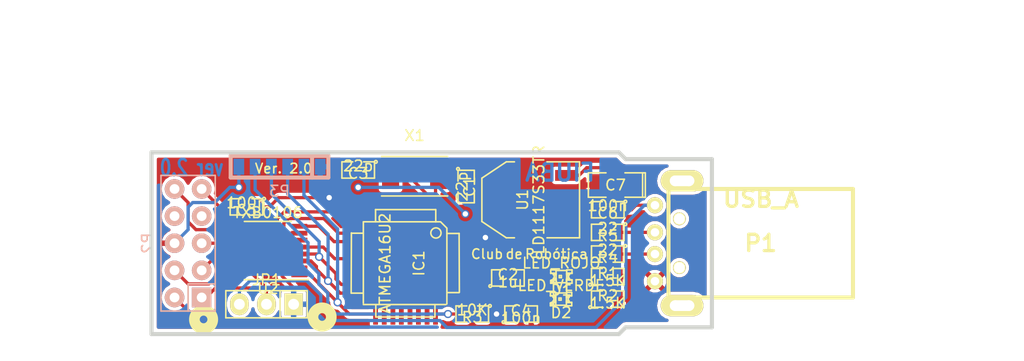
<source format=kicad_pcb>
(kicad_pcb (version 4) (host pcbnew 0.201509151501+6198~30~ubuntu14.04.1-product)

  (general
    (links 69)
    (no_connects 3)
    (area 110.655099 76.390499 163.512501 93.789501)
    (thickness 1.6002)
    (drawings 22)
    (tracks 204)
    (zones 0)
    (modules 22)
    (nets 31)
  )

  (page A4)
  (title_block
    (title "Programador USB usbtinyisp")
    (date "sáb 24 ene 2015")
    (rev 2.0)
    (company "CC Share Alike")
    (comment 1 "Club de Robótica FIUBA")
  )

  (layers
    (0 Front signal)
    (31 Back signal hide)
    (32 B.Adhes user)
    (33 F.Adhes user)
    (34 B.Paste user)
    (35 F.Paste user)
    (36 B.SilkS user hide)
    (37 F.SilkS user)
    (38 B.Mask user hide)
    (39 F.Mask user hide)
    (40 Dwgs.User user hide)
    (41 Cmts.User user)
    (42 Eco1.User user)
    (43 Eco2.User user)
    (44 Edge.Cuts user)
  )

  (setup
    (last_trace_width 0.3048)
    (trace_clearance 0.1905)
    (zone_clearance 0.3048)
    (zone_45_only no)
    (trace_min 0.254)
    (segment_width 0.381)
    (edge_width 0.381)
    (via_size 0.762)
    (via_drill 0.508)
    (via_min_size 0.762)
    (via_min_drill 0.508)
    (uvia_size 0.508)
    (uvia_drill 0.127)
    (uvias_allowed no)
    (uvia_min_size 0.508)
    (uvia_min_drill 0.127)
    (pcb_text_width 0.3048)
    (pcb_text_size 1.524 2.032)
    (mod_edge_width 0.381)
    (mod_text_size 1.524 1.524)
    (mod_text_width 0.3048)
    (pad_size 1.8288 1.8288)
    (pad_drill 0.9144)
    (pad_to_mask_clearance 0.254)
    (aux_axis_origin 0 0)
    (visible_elements FFFCFF7F)
    (pcbplotparams
      (layerselection 0x00030_80000001)
      (usegerberextensions true)
      (excludeedgelayer true)
      (linewidth 0.150000)
      (plotframeref false)
      (viasonmask false)
      (mode 1)
      (useauxorigin false)
      (hpglpennumber 1)
      (hpglpenspeed 20)
      (hpglpendiameter 15)
      (hpglpenoverlay 0)
      (psnegative false)
      (psa4output false)
      (plotreference true)
      (plotvalue true)
      (plotinvisibletext false)
      (padsonsilk false)
      (subtractmaskfromsilk false)
      (outputformat 1)
      (mirror false)
      (drillshape 1)
      (scaleselection 1)
      (outputdirectory "Fabrication outputs/"))
  )

  (net 0 "")
  (net 1 +5V)
  (net 2 /Enable)
  (net 3 /MISO)
  (net 4 /MOSI)
  (net 5 /RST)
  (net 6 /Rojo)
  (net 7 /SCK)
  (net 8 /Verde)
  (net 9 GND)
  (net 10 "Net-(C1-Pad1)")
  (net 11 "Net-(C2-Pad1)")
  (net 12 "Net-(C3-Pad1)")
  (net 13 +3V3)
  (net 14 /RX)
  (net 15 /RESET)
  (net 16 /D-)
  (net 17 /D+)
  (net 18 /TX)
  (net 19 /VCC-O)
  (net 20 /MISO-O)
  (net 21 /SCK-O)
  (net 22 /MOSI-O)
  (net 23 /RST-O)
  (net 24 /TX-O)
  (net 25 /RX-O)
  (net 26 "Net-(P1-Pad2)")
  (net 27 "Net-(P1-Pad3)")
  (net 28 "Net-(D1-Pad1)")
  (net 29 "Net-(D2-Pad1)")
  (net 30 "Net-(P1-Pad5)")

  (net_class Default "This is the default net class."
    (clearance 0.1905)
    (trace_width 0.3048)
    (via_dia 0.762)
    (via_drill 0.508)
    (uvia_dia 0.508)
    (uvia_drill 0.127)
    (add_net +3V3)
    (add_net +5V)
    (add_net /D+)
    (add_net /D-)
    (add_net /Enable)
    (add_net /MISO)
    (add_net /MISO-O)
    (add_net /MOSI)
    (add_net /MOSI-O)
    (add_net /RESET)
    (add_net /RST)
    (add_net /RST-O)
    (add_net /RX)
    (add_net /RX-O)
    (add_net /Rojo)
    (add_net /SCK)
    (add_net /SCK-O)
    (add_net /TX)
    (add_net /TX-O)
    (add_net /VCC-O)
    (add_net /Verde)
    (add_net GND)
    (add_net "Net-(C1-Pad1)")
    (add_net "Net-(C2-Pad1)")
    (add_net "Net-(C3-Pad1)")
    (add_net "Net-(D1-Pad1)")
    (add_net "Net-(D2-Pad1)")
    (add_net "Net-(P1-Pad2)")
    (add_net "Net-(P1-Pad3)")
    (add_net "Net-(P1-Pad5)")
  )

  (net_class Pistas ""
    (clearance 0.1016)
    (trace_width 0.39878)
    (via_dia 0.889)
    (via_drill 0.635)
    (uvia_dia 0.508)
    (uvia_drill 0.127)
  )

  (module SMD_Packages:SOT-223 placed (layer Front) (tedit 54C3A987) (tstamp 54C32105)
    (at 146.3548 81.026 90)
    (descr "module CMS SOT223 4 pins")
    (tags "CMS SOT")
    (path /54B99658)
    (attr smd)
    (fp_text reference U1 (at 0 -0.762 90) (layer F.SilkS)
      (effects (font (size 1 1) (thickness 0.15)))
    )
    (fp_text value LD1117S33TR (at 0 0.762 90) (layer F.SilkS)
      (effects (font (size 1 1) (thickness 0.15)))
    )
    (fp_line (start -3.556 1.524) (end -3.556 4.572) (layer F.SilkS) (width 0.15))
    (fp_line (start -3.556 4.572) (end 3.556 4.572) (layer F.SilkS) (width 0.15))
    (fp_line (start 3.556 4.572) (end 3.556 1.524) (layer F.SilkS) (width 0.15))
    (fp_line (start -3.556 -1.524) (end -3.556 -2.286) (layer F.SilkS) (width 0.15))
    (fp_line (start -3.556 -2.286) (end -2.032 -4.572) (layer F.SilkS) (width 0.15))
    (fp_line (start -2.032 -4.572) (end 2.032 -4.572) (layer F.SilkS) (width 0.15))
    (fp_line (start 2.032 -4.572) (end 3.556 -2.286) (layer F.SilkS) (width 0.15))
    (fp_line (start 3.556 -2.286) (end 3.556 -1.524) (layer F.SilkS) (width 0.15))
    (pad 2 smd rect (at 0 -3.302 90) (size 3.6576 2.032) (layers Front F.Paste F.Mask)
      (net 13 +3V3))
    (pad 2 smd rect (at 0 3.302 90) (size 1.016 2.032) (layers Front F.Paste F.Mask)
      (net 13 +3V3))
    (pad 3 smd rect (at 2.286 3.302 90) (size 1.016 2.032) (layers Front F.Paste F.Mask)
      (net 1 +5V))
    (pad 1 smd rect (at -2.286 3.302 90) (size 1.016 2.032) (layers Front F.Paste F.Mask)
      (net 9 GND))
    (model SMD_Packages/SOT-223.wrl
      (at (xyz 0 0 0))
      (scale (xyz 0.4 0.4 0.4))
      (rotate (xyz 0 0 0))
    )
  )

  (module Popurri_CDR:USB_A_custom placed (layer Front) (tedit 54C39FB9) (tstamp 54BC14E6)
    (at 167.894 85.09)
    (path /4CF77A46)
    (fp_text reference P1 (at 0 0) (layer F.SilkS)
      (effects (font (thickness 0.3048)))
    )
    (fp_text value USB_A (at 0.0254 -4.1402) (layer F.SilkS)
      (effects (font (thickness 0.3048)))
    )
    (fp_line (start -4.572 5.08) (end -4.572 -5.08) (layer F.SilkS) (width 0.381))
    (fp_line (start -8.636 5.08) (end -8.636 -5.08) (layer F.SilkS) (width 0.381))
    (fp_line (start 8.636 5.08) (end -8.636 5.08) (layer F.SilkS) (width 0.381))
    (fp_line (start 8.636 -5.08) (end 8.636 5.08) (layer F.SilkS) (width 0.381))
    (fp_line (start -8.636 -5.08) (end 8.636 -5.08) (layer F.SilkS) (width 0.381))
    (fp_line (start -4.826 5.08) (end -5.08 5.08) (layer F.SilkS) (width 0.381))
    (fp_line (start -5.08 -5.08) (end -4.826 -5.08) (layer F.SilkS) (width 0.381))
    (pad 5 thru_hole circle (at -6.731 5.842) (size 1 1) (drill 1) (layers *.Cu *.Mask F.SilkS)
      (net 30 "Net-(P1-Pad5)"))
    (pad 5 thru_hole circle (at -8.001 5.842) (size 1 1) (drill 1) (layers *.Cu *.Mask F.SilkS)
      (net 30 "Net-(P1-Pad5)"))
    (pad 5 thru_hole circle (at -6.731 -5.842) (size 1 1) (drill 1) (layers *.Cu *.Mask F.SilkS)
      (net 30 "Net-(P1-Pad5)"))
    (pad 1 thru_hole circle (at -9.906 -3.556) (size 1.50114 1.50114) (drill 0.8001) (layers *.Cu *.Mask F.SilkS)
      (net 1 +5V))
    (pad 2 thru_hole circle (at -9.906 -1.016) (size 1.50114 1.50114) (drill 0.8001) (layers *.Cu *.Mask F.SilkS)
      (net 26 "Net-(P1-Pad2)"))
    (pad 3 thru_hole circle (at -9.906 1.016) (size 1.50114 1.50114) (drill 0.8001) (layers *.Cu *.Mask F.SilkS)
      (net 27 "Net-(P1-Pad3)"))
    (pad 4 thru_hole circle (at -9.906 3.556) (size 1.50114 1.50114) (drill 0.8001) (layers *.Cu *.Mask F.SilkS)
      (net 9 GND))
    (pad 5 thru_hole oval (at -7.366 -5.842) (size 4.0005 1.99898) (drill oval 2.30124 1.00076) (layers *.Cu *.Mask F.SilkS)
      (net 30 "Net-(P1-Pad5)"))
    (pad 5 thru_hole oval (at -7.366 5.842) (size 4.0005 1.99898) (drill oval 2.30124 1.00076) (layers *.Cu *.Mask F.SilkS)
      (net 30 "Net-(P1-Pad5)"))
    (pad 5 thru_hole circle (at -7.62 -2.286) (size 1.20142 1.20142) (drill 1.00076) (layers *.Cu *.Mask F.SilkS)
      (net 30 "Net-(P1-Pad5)"))
    (pad 5 thru_hole circle (at -7.62 2.286) (size 1.20142 1.20142) (drill 1.00076) (layers *.Cu *.Mask F.SilkS)
      (net 30 "Net-(P1-Pad5)"))
    (pad 5 thru_hole circle (at -8.001 -5.842) (size 1 1) (drill 1) (layers *.Cu *.Mask F.SilkS)
      (net 30 "Net-(P1-Pad5)"))
    (model Connectors/usb_a_through_hole.wrl
      (at (xyz -0.38 0 0))
      (scale (xyz 1 1 1))
      (rotate (xyz 0 0 0))
    )
  )

  (module SMD_Packages:SMD-0805 placed (layer Front) (tedit 54C32030) (tstamp 54C3206C)
    (at 140.3096 79.7814 270)
    (path /486678E1)
    (attr smd)
    (fp_text reference C1 (at 0 -0.3175 270) (layer F.SilkS)
      (effects (font (size 1 1) (thickness 0.15)))
    )
    (fp_text value 22p (at 0 0.381 270) (layer F.SilkS)
      (effects (font (size 1 1) (thickness 0.15)))
    )
    (fp_circle (center -1.651 0.762) (end -1.651 0.635) (layer F.SilkS) (width 0.15))
    (fp_line (start -0.508 0.762) (end -1.524 0.762) (layer F.SilkS) (width 0.15))
    (fp_line (start -1.524 0.762) (end -1.524 -0.762) (layer F.SilkS) (width 0.15))
    (fp_line (start -1.524 -0.762) (end -0.508 -0.762) (layer F.SilkS) (width 0.15))
    (fp_line (start 0.508 -0.762) (end 1.524 -0.762) (layer F.SilkS) (width 0.15))
    (fp_line (start 1.524 -0.762) (end 1.524 0.762) (layer F.SilkS) (width 0.15))
    (fp_line (start 1.524 0.762) (end 0.508 0.762) (layer F.SilkS) (width 0.15))
    (pad 1 smd rect (at -0.9525 0 270) (size 0.889 1.397) (layers Front F.Paste F.Mask)
      (net 10 "Net-(C1-Pad1)"))
    (pad 2 smd rect (at 0.9525 0 270) (size 0.889 1.397) (layers Front F.Paste F.Mask)
      (net 9 GND))
    (model SMD_Packages/SMD-0805.wrl
      (at (xyz 0 0 0))
      (scale (xyz 0.1 0.1 0.1))
      (rotate (xyz 0 0 0))
    )
  )

  (module SMD_Packages:SMD-0805 placed (layer Front) (tedit 54C32030) (tstamp 54C32078)
    (at 130.2004 78.232 180)
    (path /486678DC)
    (attr smd)
    (fp_text reference C3 (at 0 -0.3175 180) (layer F.SilkS)
      (effects (font (size 1 1) (thickness 0.15)))
    )
    (fp_text value 22p (at 0 0.381 180) (layer F.SilkS)
      (effects (font (size 1 1) (thickness 0.15)))
    )
    (fp_circle (center -1.651 0.762) (end -1.651 0.635) (layer F.SilkS) (width 0.15))
    (fp_line (start -0.508 0.762) (end -1.524 0.762) (layer F.SilkS) (width 0.15))
    (fp_line (start -1.524 0.762) (end -1.524 -0.762) (layer F.SilkS) (width 0.15))
    (fp_line (start -1.524 -0.762) (end -0.508 -0.762) (layer F.SilkS) (width 0.15))
    (fp_line (start 0.508 -0.762) (end 1.524 -0.762) (layer F.SilkS) (width 0.15))
    (fp_line (start 1.524 -0.762) (end 1.524 0.762) (layer F.SilkS) (width 0.15))
    (fp_line (start 1.524 0.762) (end 0.508 0.762) (layer F.SilkS) (width 0.15))
    (pad 1 smd rect (at -0.9525 0 180) (size 0.889 1.397) (layers Front F.Paste F.Mask)
      (net 12 "Net-(C3-Pad1)"))
    (pad 2 smd rect (at 0.9525 0 180) (size 0.889 1.397) (layers Front F.Paste F.Mask)
      (net 9 GND))
    (model SMD_Packages/SMD-0805.wrl
      (at (xyz 0 0 0))
      (scale (xyz 0.1 0.1 0.1))
      (rotate (xyz 0 0 0))
    )
  )

  (module SMD_Packages:SMD-0805 placed (layer Front) (tedit 54C32030) (tstamp 54C3207E)
    (at 145.4531 91.7194)
    (path /48667F87)
    (attr smd)
    (fp_text reference C4 (at 0 -0.3175) (layer F.SilkS)
      (effects (font (size 1 1) (thickness 0.15)))
    )
    (fp_text value 100n (at 0 0.381) (layer F.SilkS)
      (effects (font (size 1 1) (thickness 0.15)))
    )
    (fp_circle (center -1.651 0.762) (end -1.651 0.635) (layer F.SilkS) (width 0.15))
    (fp_line (start -0.508 0.762) (end -1.524 0.762) (layer F.SilkS) (width 0.15))
    (fp_line (start -1.524 0.762) (end -1.524 -0.762) (layer F.SilkS) (width 0.15))
    (fp_line (start -1.524 -0.762) (end -0.508 -0.762) (layer F.SilkS) (width 0.15))
    (fp_line (start 0.508 -0.762) (end 1.524 -0.762) (layer F.SilkS) (width 0.15))
    (fp_line (start 1.524 -0.762) (end 1.524 0.762) (layer F.SilkS) (width 0.15))
    (fp_line (start 1.524 0.762) (end 0.508 0.762) (layer F.SilkS) (width 0.15))
    (pad 1 smd rect (at -0.9525 0) (size 0.889 1.397) (layers Front F.Paste F.Mask)
      (net 13 +3V3))
    (pad 2 smd rect (at 0.9525 0) (size 0.889 1.397) (layers Front F.Paste F.Mask)
      (net 9 GND))
    (model SMD_Packages/SMD-0805.wrl
      (at (xyz 0 0 0))
      (scale (xyz 0.1 0.1 0.1))
      (rotate (xyz 0 0 0))
    )
  )

  (module SMD_Packages:SMD-0805 placed (layer Front) (tedit 54C32030) (tstamp 54C32084)
    (at 119.7356 81.6864 180)
    (path /4CC08D1D)
    (attr smd)
    (fp_text reference C5 (at 0 -0.3175 180) (layer F.SilkS)
      (effects (font (size 1 1) (thickness 0.15)))
    )
    (fp_text value 100n (at 0 0.381 180) (layer F.SilkS)
      (effects (font (size 1 1) (thickness 0.15)))
    )
    (fp_circle (center -1.651 0.762) (end -1.651 0.635) (layer F.SilkS) (width 0.15))
    (fp_line (start -0.508 0.762) (end -1.524 0.762) (layer F.SilkS) (width 0.15))
    (fp_line (start -1.524 0.762) (end -1.524 -0.762) (layer F.SilkS) (width 0.15))
    (fp_line (start -1.524 -0.762) (end -0.508 -0.762) (layer F.SilkS) (width 0.15))
    (fp_line (start 0.508 -0.762) (end 1.524 -0.762) (layer F.SilkS) (width 0.15))
    (fp_line (start 1.524 -0.762) (end 1.524 0.762) (layer F.SilkS) (width 0.15))
    (fp_line (start 1.524 0.762) (end 0.508 0.762) (layer F.SilkS) (width 0.15))
    (pad 1 smd rect (at -0.9525 0 180) (size 0.889 1.397) (layers Front F.Paste F.Mask)
      (net 13 +3V3))
    (pad 2 smd rect (at 0.9525 0 180) (size 0.889 1.397) (layers Front F.Paste F.Mask)
      (net 9 GND))
    (model SMD_Packages/SMD-0805.wrl
      (at (xyz 0 0 0))
      (scale (xyz 0.1 0.1 0.1))
      (rotate (xyz 0 0 0))
    )
  )

  (module SMD_Packages:SMD-0805 placed (layer Front) (tedit 54C32030) (tstamp 54C3208A)
    (at 153.5684 81.9531 180)
    (path /54BC6EE8)
    (attr smd)
    (fp_text reference C6 (at 0 -0.3175 180) (layer F.SilkS)
      (effects (font (size 1 1) (thickness 0.15)))
    )
    (fp_text value 100n (at 0 0.381 180) (layer F.SilkS)
      (effects (font (size 1 1) (thickness 0.15)))
    )
    (fp_circle (center -1.651 0.762) (end -1.651 0.635) (layer F.SilkS) (width 0.15))
    (fp_line (start -0.508 0.762) (end -1.524 0.762) (layer F.SilkS) (width 0.15))
    (fp_line (start -1.524 0.762) (end -1.524 -0.762) (layer F.SilkS) (width 0.15))
    (fp_line (start -1.524 -0.762) (end -0.508 -0.762) (layer F.SilkS) (width 0.15))
    (fp_line (start 0.508 -0.762) (end 1.524 -0.762) (layer F.SilkS) (width 0.15))
    (fp_line (start 1.524 -0.762) (end 1.524 0.762) (layer F.SilkS) (width 0.15))
    (fp_line (start 1.524 0.762) (end 0.508 0.762) (layer F.SilkS) (width 0.15))
    (pad 1 smd rect (at -0.9525 0 180) (size 0.889 1.397) (layers Front F.Paste F.Mask)
      (net 1 +5V))
    (pad 2 smd rect (at 0.9525 0 180) (size 0.889 1.397) (layers Front F.Paste F.Mask)
      (net 9 GND))
    (model SMD_Packages/SMD-0805.wrl
      (at (xyz 0 0 0))
      (scale (xyz 0.1 0.1 0.1))
      (rotate (xyz 0 0 0))
    )
  )

  (module LEDs:LED-0805 placed (layer Front) (tedit 54C32030) (tstamp 54C32096)
    (at 149.225 88.2142 180)
    (descr "LED 0805 smd package")
    (tags "LED 0805 SMD")
    (path /4869756B)
    (attr smd)
    (fp_text reference D1 (at 0 -1.27 180) (layer F.SilkS)
      (effects (font (size 1 1) (thickness 0.15)))
    )
    (fp_text value LED_ROJO (at 0 1.27 180) (layer F.SilkS)
      (effects (font (size 1 1) (thickness 0.15)))
    )
    (fp_line (start 0.49784 0.29972) (end 0.49784 0.62484) (layer F.SilkS) (width 0.15))
    (fp_line (start 0.49784 0.62484) (end 0.99822 0.62484) (layer F.SilkS) (width 0.15))
    (fp_line (start 0.99822 0.29972) (end 0.99822 0.62484) (layer F.SilkS) (width 0.15))
    (fp_line (start 0.49784 0.29972) (end 0.99822 0.29972) (layer F.SilkS) (width 0.15))
    (fp_line (start 0.49784 -0.32258) (end 0.49784 -0.17272) (layer F.SilkS) (width 0.15))
    (fp_line (start 0.49784 -0.17272) (end 0.7493 -0.17272) (layer F.SilkS) (width 0.15))
    (fp_line (start 0.7493 -0.32258) (end 0.7493 -0.17272) (layer F.SilkS) (width 0.15))
    (fp_line (start 0.49784 -0.32258) (end 0.7493 -0.32258) (layer F.SilkS) (width 0.15))
    (fp_line (start 0.49784 0.17272) (end 0.49784 0.32258) (layer F.SilkS) (width 0.15))
    (fp_line (start 0.49784 0.32258) (end 0.7493 0.32258) (layer F.SilkS) (width 0.15))
    (fp_line (start 0.7493 0.17272) (end 0.7493 0.32258) (layer F.SilkS) (width 0.15))
    (fp_line (start 0.49784 0.17272) (end 0.7493 0.17272) (layer F.SilkS) (width 0.15))
    (fp_line (start 0.49784 -0.19812) (end 0.49784 0.19812) (layer F.SilkS) (width 0.15))
    (fp_line (start 0.49784 0.19812) (end 0.6731 0.19812) (layer F.SilkS) (width 0.15))
    (fp_line (start 0.6731 -0.19812) (end 0.6731 0.19812) (layer F.SilkS) (width 0.15))
    (fp_line (start 0.49784 -0.19812) (end 0.6731 -0.19812) (layer F.SilkS) (width 0.15))
    (fp_line (start -0.99822 0.29972) (end -0.99822 0.62484) (layer F.SilkS) (width 0.15))
    (fp_line (start -0.99822 0.62484) (end -0.49784 0.62484) (layer F.SilkS) (width 0.15))
    (fp_line (start -0.49784 0.29972) (end -0.49784 0.62484) (layer F.SilkS) (width 0.15))
    (fp_line (start -0.99822 0.29972) (end -0.49784 0.29972) (layer F.SilkS) (width 0.15))
    (fp_line (start -0.99822 -0.62484) (end -0.99822 -0.29972) (layer F.SilkS) (width 0.15))
    (fp_line (start -0.99822 -0.29972) (end -0.49784 -0.29972) (layer F.SilkS) (width 0.15))
    (fp_line (start -0.49784 -0.62484) (end -0.49784 -0.29972) (layer F.SilkS) (width 0.15))
    (fp_line (start -0.99822 -0.62484) (end -0.49784 -0.62484) (layer F.SilkS) (width 0.15))
    (fp_line (start -0.7493 0.17272) (end -0.7493 0.32258) (layer F.SilkS) (width 0.15))
    (fp_line (start -0.7493 0.32258) (end -0.49784 0.32258) (layer F.SilkS) (width 0.15))
    (fp_line (start -0.49784 0.17272) (end -0.49784 0.32258) (layer F.SilkS) (width 0.15))
    (fp_line (start -0.7493 0.17272) (end -0.49784 0.17272) (layer F.SilkS) (width 0.15))
    (fp_line (start -0.7493 -0.32258) (end -0.7493 -0.17272) (layer F.SilkS) (width 0.15))
    (fp_line (start -0.7493 -0.17272) (end -0.49784 -0.17272) (layer F.SilkS) (width 0.15))
    (fp_line (start -0.49784 -0.32258) (end -0.49784 -0.17272) (layer F.SilkS) (width 0.15))
    (fp_line (start -0.7493 -0.32258) (end -0.49784 -0.32258) (layer F.SilkS) (width 0.15))
    (fp_line (start -0.6731 -0.19812) (end -0.6731 0.19812) (layer F.SilkS) (width 0.15))
    (fp_line (start -0.6731 0.19812) (end -0.49784 0.19812) (layer F.SilkS) (width 0.15))
    (fp_line (start -0.49784 -0.19812) (end -0.49784 0.19812) (layer F.SilkS) (width 0.15))
    (fp_line (start -0.6731 -0.19812) (end -0.49784 -0.19812) (layer F.SilkS) (width 0.15))
    (fp_line (start 0 -0.09906) (end 0 0.09906) (layer F.SilkS) (width 0.15))
    (fp_line (start 0 0.09906) (end 0.19812 0.09906) (layer F.SilkS) (width 0.15))
    (fp_line (start 0.19812 -0.09906) (end 0.19812 0.09906) (layer F.SilkS) (width 0.15))
    (fp_line (start 0 -0.09906) (end 0.19812 -0.09906) (layer F.SilkS) (width 0.15))
    (fp_line (start 0.49784 -0.59944) (end 0.49784 -0.29972) (layer F.SilkS) (width 0.15))
    (fp_line (start 0.49784 -0.29972) (end 0.79756 -0.29972) (layer F.SilkS) (width 0.15))
    (fp_line (start 0.79756 -0.59944) (end 0.79756 -0.29972) (layer F.SilkS) (width 0.15))
    (fp_line (start 0.49784 -0.59944) (end 0.79756 -0.59944) (layer F.SilkS) (width 0.15))
    (fp_line (start 0.92456 -0.62484) (end 0.92456 -0.39878) (layer F.SilkS) (width 0.15))
    (fp_line (start 0.92456 -0.39878) (end 0.99822 -0.39878) (layer F.SilkS) (width 0.15))
    (fp_line (start 0.99822 -0.62484) (end 0.99822 -0.39878) (layer F.SilkS) (width 0.15))
    (fp_line (start 0.92456 -0.62484) (end 0.99822 -0.62484) (layer F.SilkS) (width 0.15))
    (fp_line (start 0.52324 0.57404) (end -0.52324 0.57404) (layer F.SilkS) (width 0.15))
    (fp_line (start -0.49784 -0.57404) (end 0.92456 -0.57404) (layer F.SilkS) (width 0.15))
    (fp_circle (center 0.84836 -0.44958) (end 0.89916 -0.50038) (layer F.SilkS) (width 0.15))
    (fp_arc (start 0.99822 0) (end 0.99822 0.34798) (angle 180) (layer F.SilkS) (width 0.15))
    (fp_arc (start -0.99822 0) (end -0.99822 -0.34798) (angle 180) (layer F.SilkS) (width 0.15))
    (pad 1 smd rect (at -1.04902 0 180) (size 1.19888 1.19888) (layers Front F.Paste F.Mask)
      (net 28 "Net-(D1-Pad1)"))
    (pad 2 smd rect (at 1.04902 0 180) (size 1.19888 1.19888) (layers Front F.Paste F.Mask)
      (net 6 /Rojo))
  )

  (module LEDs:LED-0805 placed (layer Front) (tedit 54C32030) (tstamp 54C3209C)
    (at 149.1996 90.3224 180)
    (descr "LED 0805 smd package")
    (tags "LED 0805 SMD")
    (path /48697559)
    (attr smd)
    (fp_text reference D2 (at 0 -1.27 180) (layer F.SilkS)
      (effects (font (size 1 1) (thickness 0.15)))
    )
    (fp_text value LED_VERDE (at 0 1.27 180) (layer F.SilkS)
      (effects (font (size 1 1) (thickness 0.15)))
    )
    (fp_line (start 0.49784 0.29972) (end 0.49784 0.62484) (layer F.SilkS) (width 0.15))
    (fp_line (start 0.49784 0.62484) (end 0.99822 0.62484) (layer F.SilkS) (width 0.15))
    (fp_line (start 0.99822 0.29972) (end 0.99822 0.62484) (layer F.SilkS) (width 0.15))
    (fp_line (start 0.49784 0.29972) (end 0.99822 0.29972) (layer F.SilkS) (width 0.15))
    (fp_line (start 0.49784 -0.32258) (end 0.49784 -0.17272) (layer F.SilkS) (width 0.15))
    (fp_line (start 0.49784 -0.17272) (end 0.7493 -0.17272) (layer F.SilkS) (width 0.15))
    (fp_line (start 0.7493 -0.32258) (end 0.7493 -0.17272) (layer F.SilkS) (width 0.15))
    (fp_line (start 0.49784 -0.32258) (end 0.7493 -0.32258) (layer F.SilkS) (width 0.15))
    (fp_line (start 0.49784 0.17272) (end 0.49784 0.32258) (layer F.SilkS) (width 0.15))
    (fp_line (start 0.49784 0.32258) (end 0.7493 0.32258) (layer F.SilkS) (width 0.15))
    (fp_line (start 0.7493 0.17272) (end 0.7493 0.32258) (layer F.SilkS) (width 0.15))
    (fp_line (start 0.49784 0.17272) (end 0.7493 0.17272) (layer F.SilkS) (width 0.15))
    (fp_line (start 0.49784 -0.19812) (end 0.49784 0.19812) (layer F.SilkS) (width 0.15))
    (fp_line (start 0.49784 0.19812) (end 0.6731 0.19812) (layer F.SilkS) (width 0.15))
    (fp_line (start 0.6731 -0.19812) (end 0.6731 0.19812) (layer F.SilkS) (width 0.15))
    (fp_line (start 0.49784 -0.19812) (end 0.6731 -0.19812) (layer F.SilkS) (width 0.15))
    (fp_line (start -0.99822 0.29972) (end -0.99822 0.62484) (layer F.SilkS) (width 0.15))
    (fp_line (start -0.99822 0.62484) (end -0.49784 0.62484) (layer F.SilkS) (width 0.15))
    (fp_line (start -0.49784 0.29972) (end -0.49784 0.62484) (layer F.SilkS) (width 0.15))
    (fp_line (start -0.99822 0.29972) (end -0.49784 0.29972) (layer F.SilkS) (width 0.15))
    (fp_line (start -0.99822 -0.62484) (end -0.99822 -0.29972) (layer F.SilkS) (width 0.15))
    (fp_line (start -0.99822 -0.29972) (end -0.49784 -0.29972) (layer F.SilkS) (width 0.15))
    (fp_line (start -0.49784 -0.62484) (end -0.49784 -0.29972) (layer F.SilkS) (width 0.15))
    (fp_line (start -0.99822 -0.62484) (end -0.49784 -0.62484) (layer F.SilkS) (width 0.15))
    (fp_line (start -0.7493 0.17272) (end -0.7493 0.32258) (layer F.SilkS) (width 0.15))
    (fp_line (start -0.7493 0.32258) (end -0.49784 0.32258) (layer F.SilkS) (width 0.15))
    (fp_line (start -0.49784 0.17272) (end -0.49784 0.32258) (layer F.SilkS) (width 0.15))
    (fp_line (start -0.7493 0.17272) (end -0.49784 0.17272) (layer F.SilkS) (width 0.15))
    (fp_line (start -0.7493 -0.32258) (end -0.7493 -0.17272) (layer F.SilkS) (width 0.15))
    (fp_line (start -0.7493 -0.17272) (end -0.49784 -0.17272) (layer F.SilkS) (width 0.15))
    (fp_line (start -0.49784 -0.32258) (end -0.49784 -0.17272) (layer F.SilkS) (width 0.15))
    (fp_line (start -0.7493 -0.32258) (end -0.49784 -0.32258) (layer F.SilkS) (width 0.15))
    (fp_line (start -0.6731 -0.19812) (end -0.6731 0.19812) (layer F.SilkS) (width 0.15))
    (fp_line (start -0.6731 0.19812) (end -0.49784 0.19812) (layer F.SilkS) (width 0.15))
    (fp_line (start -0.49784 -0.19812) (end -0.49784 0.19812) (layer F.SilkS) (width 0.15))
    (fp_line (start -0.6731 -0.19812) (end -0.49784 -0.19812) (layer F.SilkS) (width 0.15))
    (fp_line (start 0 -0.09906) (end 0 0.09906) (layer F.SilkS) (width 0.15))
    (fp_line (start 0 0.09906) (end 0.19812 0.09906) (layer F.SilkS) (width 0.15))
    (fp_line (start 0.19812 -0.09906) (end 0.19812 0.09906) (layer F.SilkS) (width 0.15))
    (fp_line (start 0 -0.09906) (end 0.19812 -0.09906) (layer F.SilkS) (width 0.15))
    (fp_line (start 0.49784 -0.59944) (end 0.49784 -0.29972) (layer F.SilkS) (width 0.15))
    (fp_line (start 0.49784 -0.29972) (end 0.79756 -0.29972) (layer F.SilkS) (width 0.15))
    (fp_line (start 0.79756 -0.59944) (end 0.79756 -0.29972) (layer F.SilkS) (width 0.15))
    (fp_line (start 0.49784 -0.59944) (end 0.79756 -0.59944) (layer F.SilkS) (width 0.15))
    (fp_line (start 0.92456 -0.62484) (end 0.92456 -0.39878) (layer F.SilkS) (width 0.15))
    (fp_line (start 0.92456 -0.39878) (end 0.99822 -0.39878) (layer F.SilkS) (width 0.15))
    (fp_line (start 0.99822 -0.62484) (end 0.99822 -0.39878) (layer F.SilkS) (width 0.15))
    (fp_line (start 0.92456 -0.62484) (end 0.99822 -0.62484) (layer F.SilkS) (width 0.15))
    (fp_line (start 0.52324 0.57404) (end -0.52324 0.57404) (layer F.SilkS) (width 0.15))
    (fp_line (start -0.49784 -0.57404) (end 0.92456 -0.57404) (layer F.SilkS) (width 0.15))
    (fp_circle (center 0.84836 -0.44958) (end 0.89916 -0.50038) (layer F.SilkS) (width 0.15))
    (fp_arc (start 0.99822 0) (end 0.99822 0.34798) (angle 180) (layer F.SilkS) (width 0.15))
    (fp_arc (start -0.99822 0) (end -0.99822 -0.34798) (angle 180) (layer F.SilkS) (width 0.15))
    (pad 1 smd rect (at -1.04902 0 180) (size 1.19888 1.19888) (layers Front F.Paste F.Mask)
      (net 29 "Net-(D2-Pad1)"))
    (pad 2 smd rect (at 1.04902 0 180) (size 1.19888 1.19888) (layers Front F.Paste F.Mask)
      (net 8 /Verde))
  )

  (module SMD_Packages:TQFP-32 placed (layer Front) (tedit 54C32030) (tstamp 54C320C0)
    (at 134.62 86.9696 270)
    (path /54BC3286)
    (fp_text reference IC1 (at 0 -1.27 270) (layer F.SilkS)
      (effects (font (size 1 1) (thickness 0.15)))
    )
    (fp_text value ATMEGA16U2 (at 0 1.905 270) (layer F.SilkS)
      (effects (font (size 1 1) (thickness 0.15)))
    )
    (fp_line (start 5.0292 2.7686) (end 3.8862 2.7686) (layer F.SilkS) (width 0.15))
    (fp_line (start 5.0292 -2.7686) (end 3.9116 -2.7686) (layer F.SilkS) (width 0.15))
    (fp_line (start 5.0292 2.7686) (end 5.0292 -2.7686) (layer F.SilkS) (width 0.15))
    (fp_line (start 2.794 3.9624) (end 2.794 5.0546) (layer F.SilkS) (width 0.15))
    (fp_line (start -2.8194 3.9878) (end -2.8194 5.0546) (layer F.SilkS) (width 0.15))
    (fp_line (start -2.8448 5.0546) (end 2.794 5.08) (layer F.SilkS) (width 0.15))
    (fp_line (start -2.794 -5.0292) (end 2.7178 -5.0546) (layer F.SilkS) (width 0.15))
    (fp_line (start -3.8862 -3.2766) (end -3.8862 3.9116) (layer F.SilkS) (width 0.15))
    (fp_line (start 2.7432 -5.0292) (end 2.7432 -3.9878) (layer F.SilkS) (width 0.15))
    (fp_line (start -3.2512 -3.8862) (end 3.81 -3.8862) (layer F.SilkS) (width 0.15))
    (fp_line (start 3.8608 3.937) (end 3.8608 -3.7846) (layer F.SilkS) (width 0.15))
    (fp_line (start -3.8862 3.937) (end 3.7338 3.937) (layer F.SilkS) (width 0.15))
    (fp_line (start -5.0292 -2.8448) (end -5.0292 2.794) (layer F.SilkS) (width 0.15))
    (fp_line (start -5.0292 2.794) (end -3.8862 2.794) (layer F.SilkS) (width 0.15))
    (fp_line (start -3.87604 -3.302) (end -3.29184 -3.8862) (layer F.SilkS) (width 0.15))
    (fp_line (start -5.02412 -2.8448) (end -3.87604 -2.8448) (layer F.SilkS) (width 0.15))
    (fp_line (start -2.794 -3.8862) (end -2.794 -5.03428) (layer F.SilkS) (width 0.15))
    (fp_circle (center -2.83972 -2.86004) (end -2.43332 -2.60604) (layer F.SilkS) (width 0.15))
    (pad 8 smd rect (at -4.81584 2.77622 270) (size 1.99898 0.44958) (layers Front F.Paste F.Mask)
      (net 14 /RX))
    (pad 7 smd rect (at -4.81584 1.97612 270) (size 1.99898 0.44958) (layers Front F.Paste F.Mask))
    (pad 6 smd rect (at -4.81584 1.17602 270) (size 1.99898 0.44958) (layers Front F.Paste F.Mask))
    (pad 5 smd rect (at -4.81584 0.37592 270) (size 1.99898 0.44958) (layers Front F.Paste F.Mask))
    (pad 4 smd rect (at -4.81584 -0.42418 270) (size 1.99898 0.44958) (layers Front F.Paste F.Mask)
      (net 13 +3V3))
    (pad 3 smd rect (at -4.81584 -1.22428 270) (size 1.99898 0.44958) (layers Front F.Paste F.Mask)
      (net 9 GND))
    (pad 2 smd rect (at -4.81584 -2.02438 270) (size 1.99898 0.44958) (layers Front F.Paste F.Mask)
      (net 12 "Net-(C3-Pad1)"))
    (pad 1 smd rect (at -4.81584 -2.82448 270) (size 1.99898 0.44958) (layers Front F.Paste F.Mask)
      (net 10 "Net-(C1-Pad1)"))
    (pad 24 smd rect (at 4.7498 -2.8194 270) (size 1.99898 0.44958) (layers Front F.Paste F.Mask)
      (net 15 /RESET))
    (pad 17 smd rect (at 4.7498 2.794 270) (size 1.99898 0.44958) (layers Front F.Paste F.Mask)
      (net 3 /MISO))
    (pad 18 smd rect (at 4.7498 1.9812 270) (size 1.99898 0.44958) (layers Front F.Paste F.Mask))
    (pad 19 smd rect (at 4.7498 1.1684 270) (size 1.99898 0.44958) (layers Front F.Paste F.Mask))
    (pad 20 smd rect (at 4.7498 0.381 270) (size 1.99898 0.44958) (layers Front F.Paste F.Mask))
    (pad 21 smd rect (at 4.7498 -0.4318 270) (size 1.99898 0.44958) (layers Front F.Paste F.Mask))
    (pad 22 smd rect (at 4.7498 -1.2192 270) (size 1.99898 0.44958) (layers Front F.Paste F.Mask))
    (pad 23 smd rect (at 4.7498 -2.032 270) (size 1.99898 0.44958) (layers Front F.Paste F.Mask))
    (pad 32 smd rect (at -2.82448 -4.826 270) (size 0.44958 1.99898) (layers Front F.Paste F.Mask)
      (net 13 +3V3))
    (pad 31 smd rect (at -2.02692 -4.826 270) (size 0.44958 1.99898) (layers Front F.Paste F.Mask)
      (net 13 +3V3))
    (pad 30 smd rect (at -1.22428 -4.826 270) (size 0.44958 1.99898) (layers Front F.Paste F.Mask)
      (net 16 /D-))
    (pad 29 smd rect (at -0.42672 -4.826 270) (size 0.44958 1.99898) (layers Front F.Paste F.Mask)
      (net 17 /D+))
    (pad 28 smd rect (at 0.37592 -4.826 270) (size 0.44958 1.99898) (layers Front F.Paste F.Mask)
      (net 9 GND))
    (pad 27 smd rect (at 1.17348 -4.826 270) (size 0.44958 1.99898) (layers Front F.Paste F.Mask)
      (net 11 "Net-(C2-Pad1)"))
    (pad 26 smd rect (at 1.97612 -4.826 270) (size 0.44958 1.99898) (layers Front F.Paste F.Mask)
      (net 6 /Rojo))
    (pad 25 smd rect (at 2.77368 -4.826 270) (size 0.44958 1.99898) (layers Front F.Paste F.Mask)
      (net 8 /Verde))
    (pad 9 smd rect (at -2.8194 4.7752 270) (size 0.44958 1.99898) (layers Front F.Paste F.Mask)
      (net 18 /TX))
    (pad 10 smd rect (at -2.032 4.7752 270) (size 0.44958 1.99898) (layers Front F.Paste F.Mask)
      (net 2 /Enable))
    (pad 11 smd rect (at -1.2192 4.7752 270) (size 0.44958 1.99898) (layers Front F.Paste F.Mask))
    (pad 12 smd rect (at -0.4318 4.7752 270) (size 0.44958 1.99898) (layers Front F.Paste F.Mask)
      (net 5 /RST))
    (pad 13 smd rect (at 0.3556 4.7752 270) (size 0.44958 1.99898) (layers Front F.Paste F.Mask))
    (pad 14 smd rect (at 1.1684 4.7752 270) (size 0.44958 1.99898) (layers Front F.Paste F.Mask))
    (pad 15 smd rect (at 1.9812 4.7752 270) (size 0.44958 1.99898) (layers Front F.Paste F.Mask)
      (net 7 /SCK))
    (pad 16 smd rect (at 2.794 4.7752 270) (size 0.44958 1.99898) (layers Front F.Paste F.Mask)
      (net 4 /MOSI))
    (model SMD_Packages/TQFP-32.wrl
      (at (xyz 0 0 0))
      (scale (xyz 1 1 1))
      (rotate (xyz 0 0 0))
    )
  )

  (module Socket_Strips:Socket_Strip_Straight_1x03 placed (layer Front) (tedit 54C32030) (tstamp 54C320C7)
    (at 121.6152 90.805)
    (descr "Through hole socket strip")
    (tags "socket strip")
    (path /54BC533F)
    (fp_text reference JP1 (at 0 -2.286) (layer F.SilkS)
      (effects (font (size 1 1) (thickness 0.15)))
    )
    (fp_text value JUMPER3 (at 0 0) (layer F.SilkS) hide
      (effects (font (size 1 1) (thickness 0.15)))
    )
    (fp_line (start 1.27 1.27) (end -3.81 1.27) (layer F.SilkS) (width 0.15))
    (fp_line (start -3.81 1.27) (end -3.81 -1.27) (layer F.SilkS) (width 0.15))
    (fp_line (start -3.81 -1.27) (end 1.27 -1.27) (layer F.SilkS) (width 0.15))
    (fp_line (start 3.81 -1.27) (end 1.27 -1.27) (layer F.SilkS) (width 0.15))
    (fp_line (start 1.27 -1.27) (end 1.27 1.27) (layer F.SilkS) (width 0.15))
    (fp_line (start 3.81 -1.27) (end 3.81 1.27) (layer F.SilkS) (width 0.15))
    (fp_line (start 3.81 1.27) (end 1.27 1.27) (layer F.SilkS) (width 0.15))
    (pad 1 thru_hole rect (at 2.54 0 180) (size 1.7272 2.032) (drill 1.016) (layers *.Cu *.Mask F.SilkS)
      (net 13 +3V3))
    (pad 2 thru_hole oval (at 0 0 180) (size 1.7272 2.032) (drill 1.016) (layers *.Cu *.Mask F.SilkS)
      (net 19 /VCC-O))
    (pad 3 thru_hole oval (at -2.54 0 180) (size 1.7272 2.032) (drill 1.016) (layers *.Cu *.Mask F.SilkS)
      (net 1 +5V))
    (model Socket_Strips/Socket_Strip_Straight_1x03.wrl
      (at (xyz 0 0 0))
      (scale (xyz 1 1 1))
      (rotate (xyz 0 0 0))
    )
  )

  (module Socket_Strips:Socket_Strip_Straight_2x05 placed (layer Back) (tedit 54C3ABBC) (tstamp 54C320D5)
    (at 114.2746 85.09 270)
    (descr "Through hole socket strip")
    (tags "socket strip")
    (path /547E13E4)
    (fp_text reference P2 (at 0 3.81 270) (layer B.SilkS)
      (effects (font (size 1 1) (thickness 0.15)) (justify mirror))
    )
    (fp_text value CONN_02X05 (at 0 0 270) (layer B.SilkS) hide
      (effects (font (size 1 1) (thickness 0.15)) (justify mirror))
    )
    (fp_line (start 6.35 2.54) (end -6.35 2.54) (layer B.SilkS) (width 0.15))
    (fp_line (start -6.35 2.54) (end -6.35 -2.54) (layer B.SilkS) (width 0.15))
    (fp_line (start -6.35 -2.54) (end 3.81 -2.54) (layer B.SilkS) (width 0.15))
    (fp_line (start 6.35 2.54) (end 6.35 0) (layer B.SilkS) (width 0.15))
    (fp_line (start 6.35 -2.54) (end 3.81 -2.54) (layer B.SilkS) (width 0.15))
    (fp_line (start 6.35 0) (end 3.81 0) (layer B.SilkS) (width 0.15))
    (fp_line (start 3.81 0) (end 3.81 -2.54) (layer B.SilkS) (width 0.15))
    (fp_line (start 6.35 -2.54) (end 6.35 0) (layer B.SilkS) (width 0.15))
    (pad 1 thru_hole rect (at 5.08 -1.27 90) (size 1.8288 1.8288) (drill 0.9144) (layers *.Cu *.Mask B.SilkS)
      (net 20 /MISO-O))
    (pad 2 thru_hole oval (at 5.08 1.27 90) (size 1.8288 1.8288) (drill 0.9144) (layers *.Cu *.Mask B.SilkS)
      (net 19 /VCC-O))
    (pad 3 thru_hole oval (at 2.54 -1.27 90) (size 1.8288 1.8288) (drill 0.9144) (layers *.Cu *.Mask B.SilkS)
      (net 21 /SCK-O))
    (pad 4 thru_hole oval (at 2.54 1.27 90) (size 1.8288 1.8288) (drill 0.9144) (layers *.Cu *.Mask B.SilkS)
      (net 22 /MOSI-O))
    (pad 5 thru_hole oval (at 0 -1.27 90) (size 1.8288 1.8288) (drill 0.9144) (layers *.Cu *.Mask B.SilkS)
      (net 23 /RST-O))
    (pad 6 thru_hole oval (at 0 1.27 90) (size 1.8288 1.8288) (drill 0.9144) (layers *.Cu *.Mask B.SilkS)
      (net 9 GND))
    (pad 7 thru_hole oval (at -2.54 -1.27 90) (size 1.8288 1.8288) (drill 0.9144) (layers *.Cu *.Mask B.SilkS))
    (pad 8 thru_hole oval (at -2.54 1.27 90) (size 1.8288 1.8288) (drill 0.9144) (layers *.Cu *.Mask B.SilkS))
    (pad 9 thru_hole oval (at -5.08 -1.27 90) (size 1.8288 1.8288) (drill 0.9144) (layers *.Cu *.Mask B.SilkS)
      (net 24 /TX-O))
    (pad 10 thru_hole oval (at -5.08 1.27 90) (size 1.8288 1.8288) (drill 0.9144) (layers *.Cu *.Mask B.SilkS)
      (net 25 /RX-O))
    (model Socket_Strips/Socket_Strip_Straight_2x05.wrl
      (at (xyz 0 0 0))
      (scale (xyz 1 1 1))
      (rotate (xyz 0 0 0))
    )
  )

  (module Housings_SSOP:TSSOP-16_4.4x5mm_Pitch0.65mm placed (layer Front) (tedit 54130A77) (tstamp 54C32119)
    (at 121.7422 85.7758 180)
    (descr "16-Lead Plastic Thin Shrink Small Outline (ST)-4.4 mm Body [TSSOP] (see Microchip Packaging Specification 00000049BS.pdf)")
    (tags "SSOP 0.65")
    (path /54BC7A08)
    (attr smd)
    (fp_text reference U2 (at 0 -3.55 180) (layer F.SilkS)
      (effects (font (size 1 1) (thickness 0.15)))
    )
    (fp_text value TXB0106 (at 0 3.55 180) (layer F.SilkS)
      (effects (font (size 1 1) (thickness 0.15)))
    )
    (fp_line (start -3.95 -2.8) (end -3.95 2.8) (layer F.CrtYd) (width 0.05))
    (fp_line (start 3.95 -2.8) (end 3.95 2.8) (layer F.CrtYd) (width 0.05))
    (fp_line (start -3.95 -2.8) (end 3.95 -2.8) (layer F.CrtYd) (width 0.05))
    (fp_line (start -3.95 2.8) (end 3.95 2.8) (layer F.CrtYd) (width 0.05))
    (fp_line (start -2.2 2.725) (end 2.2 2.725) (layer F.SilkS) (width 0.15))
    (fp_line (start -3.775 -2.725) (end 2.2 -2.725) (layer F.SilkS) (width 0.15))
    (pad 1 smd rect (at -2.95 -2.275 180) (size 1.5 0.45) (layers Front F.Paste F.Mask)
      (net 3 /MISO))
    (pad 2 smd rect (at -2.95 -1.625 180) (size 1.5 0.45) (layers Front F.Paste F.Mask)
      (net 13 +3V3))
    (pad 3 smd rect (at -2.95 -0.975 180) (size 1.5 0.45) (layers Front F.Paste F.Mask)
      (net 4 /MOSI))
    (pad 4 smd rect (at -2.95 -0.325 180) (size 1.5 0.45) (layers Front F.Paste F.Mask)
      (net 7 /SCK))
    (pad 5 smd rect (at -2.95 0.325 180) (size 1.5 0.45) (layers Front F.Paste F.Mask)
      (net 5 /RST))
    (pad 6 smd rect (at -2.95 0.975 180) (size 1.5 0.45) (layers Front F.Paste F.Mask)
      (net 14 /RX))
    (pad 7 smd rect (at -2.95 1.625 180) (size 1.5 0.45) (layers Front F.Paste F.Mask)
      (net 18 /TX))
    (pad 8 smd rect (at -2.95 2.275 180) (size 1.5 0.45) (layers Front F.Paste F.Mask)
      (net 2 /Enable))
    (pad 9 smd rect (at 2.95 2.275 180) (size 1.5 0.45) (layers Front F.Paste F.Mask)
      (net 9 GND))
    (pad 10 smd rect (at 2.95 1.625 180) (size 1.5 0.45) (layers Front F.Paste F.Mask)
      (net 24 /TX-O))
    (pad 11 smd rect (at 2.95 0.975 180) (size 1.5 0.45) (layers Front F.Paste F.Mask)
      (net 25 /RX-O))
    (pad 12 smd rect (at 2.95 0.325 180) (size 1.5 0.45) (layers Front F.Paste F.Mask)
      (net 23 /RST-O))
    (pad 13 smd rect (at 2.95 -0.325 180) (size 1.5 0.45) (layers Front F.Paste F.Mask)
      (net 21 /SCK-O))
    (pad 14 smd rect (at 2.95 -0.975 180) (size 1.5 0.45) (layers Front F.Paste F.Mask)
      (net 22 /MOSI-O))
    (pad 15 smd rect (at 2.95 -1.625 180) (size 1.5 0.45) (layers Front F.Paste F.Mask)
      (net 19 /VCC-O))
    (pad 16 smd rect (at 2.95 -2.275 180) (size 1.5 0.45) (layers Front F.Paste F.Mask)
      (net 20 /MISO-O))
    (model Housings_SSOP/TSSOP-16_4.4x5mm_Pitch0.65mm.wrl
      (at (xyz 0 0 0))
      (scale (xyz 1 1 1))
      (rotate (xyz 0 0 0))
    )
  )

  (module Popurri_CDR:Socket_Strip_smd_1x06 placed (layer Back) (tedit 54C32220) (tstamp 54C32ACE)
    (at 122.8344 77.9272)
    (descr "SMD Socket 6")
    (tags "socket strip")
    (path /54C32A2A)
    (fp_text reference P3 (at 0 2.286) (layer B.SilkS)
      (effects (font (size 1 1) (thickness 0.15)) (justify mirror))
    )
    (fp_text value CONN_01X06 (at 0 -2.032) (layer B.SilkS) hide
      (effects (font (size 1 1) (thickness 0.15)) (justify mirror))
    )
    (fp_line (start 3.048 1.016) (end 3.048 -1.016) (layer B.SilkS) (width 0.381))
    (fp_line (start -4.572 1.016) (end 4.572 1.016) (layer B.SilkS) (width 0.381))
    (fp_line (start 4.572 1.016) (end 4.572 -1.016) (layer B.SilkS) (width 0.381))
    (fp_line (start 4.572 -1.016) (end -4.572 -1.016) (layer B.SilkS) (width 0.381))
    (fp_line (start -4.572 -1.016) (end -4.572 1.016) (layer B.SilkS) (width 0.381))
    (pad 1 smd rect (at 3.81 0 180) (size 1 1.5) (layers Back B.Paste B.Mask)
      (net 13 +3V3))
    (pad 2 smd rect (at 2.286 0 180) (size 1 1.5) (layers Back B.Paste B.Mask)
      (net 3 /MISO))
    (pad 3 smd rect (at 0.762 0 180) (size 1 1.5) (layers Back B.Paste B.Mask)
      (net 4 /MOSI))
    (pad 4 smd rect (at -0.762 0 180) (size 1 1.5) (layers Back B.Paste B.Mask)
      (net 7 /SCK))
    (pad 5 smd rect (at -2.286 0 180) (size 1 1.5) (layers Back B.Paste B.Mask)
      (net 15 /RESET))
    (pad 6 smd rect (at -3.81 0 180) (size 1 1.5) (layers Back B.Paste B.Mask)
      (net 9 GND))
    (model Socket_Strips/Socket_Strip_Straight_1x06.wrl
      (at (xyz 0 0 0))
      (scale (xyz 1 1 1))
      (rotate (xyz 0 0 0))
    )
  )

  (module SMD_Packages:SMD-0805 (layer Front) (tedit 54C32CEE) (tstamp 54C32D3E)
    (at 144.2212 88.3412)
    (path /54BC484B)
    (attr smd)
    (fp_text reference C2 (at 0 -0.3175) (layer F.SilkS)
      (effects (font (size 1 1) (thickness 0.15)))
    )
    (fp_text value 1u (at 0 0.381) (layer F.SilkS)
      (effects (font (size 1 1) (thickness 0.15)))
    )
    (fp_circle (center -1.651 0.762) (end -1.651 0.635) (layer F.SilkS) (width 0.15))
    (fp_line (start -0.508 0.762) (end -1.524 0.762) (layer F.SilkS) (width 0.15))
    (fp_line (start -1.524 0.762) (end -1.524 -0.762) (layer F.SilkS) (width 0.15))
    (fp_line (start -1.524 -0.762) (end -0.508 -0.762) (layer F.SilkS) (width 0.15))
    (fp_line (start 0.508 -0.762) (end 1.524 -0.762) (layer F.SilkS) (width 0.15))
    (fp_line (start 1.524 -0.762) (end 1.524 0.762) (layer F.SilkS) (width 0.15))
    (fp_line (start 1.524 0.762) (end 0.508 0.762) (layer F.SilkS) (width 0.15))
    (pad 1 smd rect (at -0.9525 0) (size 0.889 1.397) (layers Front F.Paste F.Mask)
      (net 11 "Net-(C2-Pad1)"))
    (pad 2 smd rect (at 0.9525 0) (size 0.889 1.397) (layers Front F.Paste F.Mask)
      (net 9 GND))
    (model SMD_Packages/SMD-0805.wrl
      (at (xyz 0 0 0))
      (scale (xyz 0.1 0.1 0.1))
      (rotate (xyz 0 0 0))
    )
  )

  (module SMD_Packages:SMD-0805 (layer Front) (tedit 54C32CEE) (tstamp 54C32D48)
    (at 153.5684 88.2142)
    (path /4869760C)
    (attr smd)
    (fp_text reference R1 (at 0 -0.3175) (layer F.SilkS)
      (effects (font (size 1 1) (thickness 0.15)))
    )
    (fp_text value 1.5K (at 0 0.381) (layer F.SilkS)
      (effects (font (size 1 1) (thickness 0.15)))
    )
    (fp_circle (center -1.651 0.762) (end -1.651 0.635) (layer F.SilkS) (width 0.15))
    (fp_line (start -0.508 0.762) (end -1.524 0.762) (layer F.SilkS) (width 0.15))
    (fp_line (start -1.524 0.762) (end -1.524 -0.762) (layer F.SilkS) (width 0.15))
    (fp_line (start -1.524 -0.762) (end -0.508 -0.762) (layer F.SilkS) (width 0.15))
    (fp_line (start 0.508 -0.762) (end 1.524 -0.762) (layer F.SilkS) (width 0.15))
    (fp_line (start 1.524 -0.762) (end 1.524 0.762) (layer F.SilkS) (width 0.15))
    (fp_line (start 1.524 0.762) (end 0.508 0.762) (layer F.SilkS) (width 0.15))
    (pad 1 smd rect (at -0.9525 0) (size 0.889 1.397) (layers Front F.Paste F.Mask)
      (net 28 "Net-(D1-Pad1)"))
    (pad 2 smd rect (at 0.9525 0) (size 0.889 1.397) (layers Front F.Paste F.Mask)
      (net 9 GND))
    (model SMD_Packages/SMD-0805.wrl
      (at (xyz 0 0 0))
      (scale (xyz 0.1 0.1 0.1))
      (rotate (xyz 0 0 0))
    )
  )

  (module SMD_Packages:SMD-0805 (layer Front) (tedit 54C32CEE) (tstamp 54C32D4D)
    (at 153.5684 90.3224)
    (path /48697611)
    (attr smd)
    (fp_text reference R2 (at 0 -0.3175) (layer F.SilkS)
      (effects (font (size 1 1) (thickness 0.15)))
    )
    (fp_text value 1.5K (at 0 0.381) (layer F.SilkS)
      (effects (font (size 1 1) (thickness 0.15)))
    )
    (fp_circle (center -1.651 0.762) (end -1.651 0.635) (layer F.SilkS) (width 0.15))
    (fp_line (start -0.508 0.762) (end -1.524 0.762) (layer F.SilkS) (width 0.15))
    (fp_line (start -1.524 0.762) (end -1.524 -0.762) (layer F.SilkS) (width 0.15))
    (fp_line (start -1.524 -0.762) (end -0.508 -0.762) (layer F.SilkS) (width 0.15))
    (fp_line (start 0.508 -0.762) (end 1.524 -0.762) (layer F.SilkS) (width 0.15))
    (fp_line (start 1.524 -0.762) (end 1.524 0.762) (layer F.SilkS) (width 0.15))
    (fp_line (start 1.524 0.762) (end 0.508 0.762) (layer F.SilkS) (width 0.15))
    (pad 1 smd rect (at -0.9525 0) (size 0.889 1.397) (layers Front F.Paste F.Mask)
      (net 29 "Net-(D2-Pad1)"))
    (pad 2 smd rect (at 0.9525 0) (size 0.889 1.397) (layers Front F.Paste F.Mask)
      (net 9 GND))
    (model SMD_Packages/SMD-0805.wrl
      (at (xyz 0 0 0))
      (scale (xyz 0.1 0.1 0.1))
      (rotate (xyz 0 0 0))
    )
  )

  (module SMD_Packages:SMD-0805 (layer Front) (tedit 54C32CEE) (tstamp 54C32D52)
    (at 140.8811 91.7194 180)
    (path /48697D78)
    (attr smd)
    (fp_text reference R3 (at 0 -0.3175 180) (layer F.SilkS)
      (effects (font (size 1 1) (thickness 0.15)))
    )
    (fp_text value 10K (at 0 0.381 180) (layer F.SilkS)
      (effects (font (size 1 1) (thickness 0.15)))
    )
    (fp_circle (center -1.651 0.762) (end -1.651 0.635) (layer F.SilkS) (width 0.15))
    (fp_line (start -0.508 0.762) (end -1.524 0.762) (layer F.SilkS) (width 0.15))
    (fp_line (start -1.524 0.762) (end -1.524 -0.762) (layer F.SilkS) (width 0.15))
    (fp_line (start -1.524 -0.762) (end -0.508 -0.762) (layer F.SilkS) (width 0.15))
    (fp_line (start 0.508 -0.762) (end 1.524 -0.762) (layer F.SilkS) (width 0.15))
    (fp_line (start 1.524 -0.762) (end 1.524 0.762) (layer F.SilkS) (width 0.15))
    (fp_line (start 1.524 0.762) (end 0.508 0.762) (layer F.SilkS) (width 0.15))
    (pad 1 smd rect (at -0.9525 0 180) (size 0.889 1.397) (layers Front F.Paste F.Mask)
      (net 13 +3V3))
    (pad 2 smd rect (at 0.9525 0 180) (size 0.889 1.397) (layers Front F.Paste F.Mask)
      (net 15 /RESET))
    (model SMD_Packages/SMD-0805.wrl
      (at (xyz 0 0 0))
      (scale (xyz 0.1 0.1 0.1))
      (rotate (xyz 0 0 0))
    )
  )

  (module SMD_Packages:SMD-0805 (layer Front) (tedit 54C32CEE) (tstamp 54C32D57)
    (at 153.5684 86.106 180)
    (path /48667A7D)
    (attr smd)
    (fp_text reference R4 (at 0 -0.3175 180) (layer F.SilkS)
      (effects (font (size 1 1) (thickness 0.15)))
    )
    (fp_text value 22 (at 0 0.381 180) (layer F.SilkS)
      (effects (font (size 1 1) (thickness 0.15)))
    )
    (fp_circle (center -1.651 0.762) (end -1.651 0.635) (layer F.SilkS) (width 0.15))
    (fp_line (start -0.508 0.762) (end -1.524 0.762) (layer F.SilkS) (width 0.15))
    (fp_line (start -1.524 0.762) (end -1.524 -0.762) (layer F.SilkS) (width 0.15))
    (fp_line (start -1.524 -0.762) (end -0.508 -0.762) (layer F.SilkS) (width 0.15))
    (fp_line (start 0.508 -0.762) (end 1.524 -0.762) (layer F.SilkS) (width 0.15))
    (fp_line (start 1.524 -0.762) (end 1.524 0.762) (layer F.SilkS) (width 0.15))
    (fp_line (start 1.524 0.762) (end 0.508 0.762) (layer F.SilkS) (width 0.15))
    (pad 1 smd rect (at -0.9525 0 180) (size 0.889 1.397) (layers Front F.Paste F.Mask)
      (net 27 "Net-(P1-Pad3)"))
    (pad 2 smd rect (at 0.9525 0 180) (size 0.889 1.397) (layers Front F.Paste F.Mask)
      (net 17 /D+))
    (model SMD_Packages/SMD-0805.wrl
      (at (xyz 0 0 0))
      (scale (xyz 0.1 0.1 0.1))
      (rotate (xyz 0 0 0))
    )
  )

  (module SMD_Packages:SMD-0805 (layer Front) (tedit 54C32CEE) (tstamp 54C32D5C)
    (at 153.5684 84.074 180)
    (path /48667A75)
    (attr smd)
    (fp_text reference R5 (at 0 -0.3175 180) (layer F.SilkS)
      (effects (font (size 1 1) (thickness 0.15)))
    )
    (fp_text value 22 (at 0 0.381 180) (layer F.SilkS)
      (effects (font (size 1 1) (thickness 0.15)))
    )
    (fp_circle (center -1.651 0.762) (end -1.651 0.635) (layer F.SilkS) (width 0.15))
    (fp_line (start -0.508 0.762) (end -1.524 0.762) (layer F.SilkS) (width 0.15))
    (fp_line (start -1.524 0.762) (end -1.524 -0.762) (layer F.SilkS) (width 0.15))
    (fp_line (start -1.524 -0.762) (end -0.508 -0.762) (layer F.SilkS) (width 0.15))
    (fp_line (start 0.508 -0.762) (end 1.524 -0.762) (layer F.SilkS) (width 0.15))
    (fp_line (start 1.524 -0.762) (end 1.524 0.762) (layer F.SilkS) (width 0.15))
    (fp_line (start 1.524 0.762) (end 0.508 0.762) (layer F.SilkS) (width 0.15))
    (pad 1 smd rect (at -0.9525 0 180) (size 0.889 1.397) (layers Front F.Paste F.Mask)
      (net 26 "Net-(P1-Pad2)"))
    (pad 2 smd rect (at 0.9525 0 180) (size 0.889 1.397) (layers Front F.Paste F.Mask)
      (net 16 /D-))
    (model SMD_Packages/SMD-0805.wrl
      (at (xyz 0 0 0))
      (scale (xyz 0.1 0.1 0.1))
      (rotate (xyz 0 0 0))
    )
  )

  (module Crystals:Crystal_SMD_0603_2Pads_obsolete (layer Front) (tedit 54C3312E) (tstamp 54C3312E)
    (at 135.4836 78.8162)
    (descr "Crystal, Quarz, SMD, 0603, 2 Pads, Obsolete!, NOT for new designs!,")
    (tags "Crystal, Quarz, SMD, 0603, 2 Pads, Obsolete!, NOT for new designs!,")
    (path /486679B7)
    (attr smd)
    (fp_text reference X1 (at 0 -3.81) (layer F.SilkS)
      (effects (font (size 1 1) (thickness 0.15)))
    )
    (fp_text value 8MHz (at 0 3.81) (layer F.SilkS) hide
      (effects (font (size 1 1) (thickness 0.15)))
    )
    (fp_circle (center 0 0) (end 0.0508 0) (layer F.Adhes) (width 0.381))
    (fp_circle (center 0 0) (end 0.55118 0) (layer F.Adhes) (width 0.381))
    (fp_circle (center 0 0) (end 0.20066 0) (layer F.Adhes) (width 0.381))
    (fp_line (start 3.0988 1.84912) (end -3.0988 1.84912) (layer F.SilkS) (width 0.15))
    (fp_line (start -3.0988 -1.84912) (end 3.0988 -1.84912) (layer F.SilkS) (width 0.15))
    (pad 1 smd rect (at -2.25044 0) (size 1.6002 2.4003) (layers Front F.Paste F.Mask)
      (net 12 "Net-(C3-Pad1)"))
    (pad 2 smd rect (at 2.25044 0) (size 1.6002 2.4003) (layers Front F.Paste F.Mask)
      (net 10 "Net-(C1-Pad1)"))
  )

  (module SMD_Packages:SMD-1206_Pol (layer Front) (tedit 0) (tstamp 55FDDFCA)
    (at 154.2923 79.6417 180)
    (path /55FDE831)
    (attr smd)
    (fp_text reference C7 (at 0 0 180) (layer F.SilkS)
      (effects (font (size 1 1) (thickness 0.15)))
    )
    (fp_text value 33u (at 0 0 180) (layer F.Fab)
      (effects (font (size 1 1) (thickness 0.15)))
    )
    (fp_line (start -2.54 -1.143) (end -2.794 -1.143) (layer F.SilkS) (width 0.15))
    (fp_line (start -2.794 -1.143) (end -2.794 1.143) (layer F.SilkS) (width 0.15))
    (fp_line (start -2.794 1.143) (end -2.54 1.143) (layer F.SilkS) (width 0.15))
    (fp_line (start -2.54 -1.143) (end -2.54 1.143) (layer F.SilkS) (width 0.15))
    (fp_line (start -2.54 1.143) (end -0.889 1.143) (layer F.SilkS) (width 0.15))
    (fp_line (start 0.889 -1.143) (end 2.54 -1.143) (layer F.SilkS) (width 0.15))
    (fp_line (start 2.54 -1.143) (end 2.54 1.143) (layer F.SilkS) (width 0.15))
    (fp_line (start 2.54 1.143) (end 0.889 1.143) (layer F.SilkS) (width 0.15))
    (fp_line (start -0.889 -1.143) (end -2.54 -1.143) (layer F.SilkS) (width 0.15))
    (pad 1 smd rect (at -1.651 0 180) (size 1.524 2.032) (layers Front F.Paste F.Mask)
      (net 1 +5V))
    (pad 2 smd rect (at 1.651 0 180) (size 1.524 2.032) (layers Front F.Paste F.Mask)
      (net 9 GND))
    (model SMD_Packages.3dshapes/SMD-1206_Pol.wrl
      (at (xyz 0 0 0))
      (scale (xyz 0.17 0.16 0.16))
      (rotate (xyz 0 0 0))
    )
  )

  (gr_text "Ver. 2.0" (at 123.2154 78.0923) (layer F.SilkS)
    (effects (font (size 0.9 0.9) (thickness 0.15)))
  )
  (gr_line (start 167.3606 72.4154) (end 171.5008 72.4154) (angle 90) (layer Cmts.User) (width 0.381))
  (gr_line (start 160.528 79.248) (end 167.3606 72.4154) (angle 90) (layer Cmts.User) (width 0.381))
  (dimension 16.967276 (width 0.3048) (layer Cmts.User)
    (gr_text "16,967 mm" (at 103.300416 85.067334 89.82845626) (layer Cmts.User)
      (effects (font (size 2.032 1.524) (thickness 0.3048)))
    )
    (feature1 (pts (xy 110.8456 93.5736) (xy 101.649424 93.546067)))
    (feature2 (pts (xy 110.8964 76.6064) (xy 101.700224 76.578867)))
    (crossbar (pts (xy 104.951409 76.588601) (xy 104.900609 93.555801)))
    (arrow1a (pts (xy 104.900609 93.555801) (xy 104.317564 92.427547)))
    (arrow1b (pts (xy 104.900609 93.555801) (xy 105.4904 92.431058)))
    (arrow2a (pts (xy 104.951409 76.588601) (xy 104.361618 77.713344)))
    (arrow2b (pts (xy 104.951409 76.588601) (xy 105.534454 77.716855)))
  )
  (dimension 52.501806 (width 0.3048) (layer Cmts.User)
    (gr_text "52,502 mm" (at 137.094841 97.014881 359.9722807) (layer Cmts.User)
      (effects (font (size 2.032 1.524) (thickness 0.3048)))
    )
    (feature1 (pts (xy 163.3474 93.599) (xy 163.344955 98.653181)))
    (feature2 (pts (xy 110.8456 93.5736) (xy 110.843155 98.627781)))
    (crossbar (pts (xy 110.844728 95.376581) (xy 163.346528 95.401981)))
    (arrow1a (pts (xy 163.346528 95.401981) (xy 162.219741 95.987857)))
    (arrow1b (pts (xy 163.346528 95.401981) (xy 162.220308 94.815015)))
    (arrow2a (pts (xy 110.844728 95.376581) (xy 111.970948 95.963547)))
    (arrow2b (pts (xy 110.844728 95.376581) (xy 111.971515 94.790705)))
  )
  (gr_line (start 155.2448 92.964) (end 154.6098 93.599) (angle 90) (layer Edge.Cuts) (width 0.381))
  (gr_line (start 155.2448 77.216) (end 154.6098 76.581) (angle 90) (layer Edge.Cuts) (width 0.381))
  (gr_text Robótica (at 148.7678 86.106) (layer F.SilkS)
    (effects (font (size 0.9 0.9) (thickness 0.15)))
  )
  (gr_text "Club\n" (at 142.2654 86.106) (layer F.SilkS)
    (effects (font (size 0.9 0.9) (thickness 0.15)))
  )
  (gr_text de (at 144.8054 86.106) (layer F.SilkS)
    (effects (font (size 0.9 0.9) (thickness 0.15)))
  )
  (gr_text "Agujeros Ovalados,\nno metalizados\ntamaño 2,2mm x 1mm" (at 179.07 67.31) (layer Cmts.User)
    (effects (font (size 2.032 1.524) (thickness 0.3048)))
  )
  (gr_circle (center 126.8222 91.9988) (end 127.0762 92.2528) (layer F.SilkS) (width 1.00076))
  (gr_circle (center 115.7224 92.2274) (end 115.9764 92.4814) (layer F.SilkS) (width 1.00076))
  (gr_text FIUBA (at 149.098 78.4606) (layer Back)
    (effects (font (size 1.6 1.524) (thickness 0.3048)) (justify mirror))
  )
  (gr_text "ver 2.0" (at 114.6048 78.0288) (layer Back)
    (effects (font (size 1.5 1.1) (thickness 0.25146)) (justify mirror))
  )
  (dimension 15.748 (width 0.381) (layer Cmts.User)
    (gr_text "15,748 mm" (at 183.85536 85.09 270) (layer Cmts.User)
      (effects (font (size 2.032 1.524) (thickness 0.3048)))
    )
    (feature1 (pts (xy 164.084 92.964) (xy 185.59526 92.964)))
    (feature2 (pts (xy 164.084 77.216) (xy 185.59526 77.216)))
    (crossbar (pts (xy 182.11546 77.216) (xy 182.11546 92.964)))
    (arrow1a (pts (xy 182.11546 92.964) (xy 181.53126 91.83878)))
    (arrow1b (pts (xy 182.11546 92.964) (xy 182.69966 91.83878)))
    (arrow2a (pts (xy 182.11546 77.216) (xy 181.53126 78.34122)))
    (arrow2b (pts (xy 182.11546 77.216) (xy 182.69966 78.34122)))
  )
  (gr_line (start 163.322 92.964) (end 155.2448 92.964) (angle 90) (layer Edge.Cuts) (width 0.381))
  (gr_line (start 110.8456 93.599) (end 154.6098 93.599) (angle 90) (layer Edge.Cuts) (width 0.381))
  (gr_line (start 110.8456 76.581) (end 110.8456 93.599) (angle 90) (layer Edge.Cuts) (width 0.381))
  (gr_line (start 154.6098 76.581) (end 110.8456 76.581) (angle 90) (layer Edge.Cuts) (width 0.381) (tstamp 54C33F05))
  (gr_line (start 163.322 77.216) (end 155.2448 77.216) (angle 90) (layer Edge.Cuts) (width 0.381))
  (gr_line (start 163.322 92.964) (end 163.322 77.216) (angle 90) (layer Edge.Cuts) (width 0.381))

  (segment (start 155.9433 79.6417) (end 154.5209 79.6417) (width 0.3048) (layer Front) (net 1))
  (segment (start 154.5209 79.6417) (end 154.5209 79.6544) (width 0.3048) (layer Front) (net 1) (tstamp 55FDDFEC))
  (segment (start 149.6568 78.74) (end 150.876 78.74) (width 0.3048) (layer Front) (net 1))
  (segment (start 154.5209 78.6638) (end 154.5209 79.6544) (width 0.3048) (layer Front) (net 1) (tstamp 55FDDFE9))
  (segment (start 154.5209 79.6544) (end 154.5209 81.9531) (width 0.3048) (layer Front) (net 1) (tstamp 55FDDFEF))
  (segment (start 153.8732 78.0161) (end 154.5209 78.6638) (width 0.3048) (layer Front) (net 1) (tstamp 55FDDFE8))
  (segment (start 151.5999 78.0161) (end 153.8732 78.0161) (width 0.3048) (layer Front) (net 1) (tstamp 55FDDFE7))
  (segment (start 150.876 78.74) (end 151.5999 78.0161) (width 0.3048) (layer Front) (net 1) (tstamp 55FDDFE6))
  (segment (start 157.988 81.534) (end 156.9974 81.534) (width 0.3048) (layer Back) (net 1))
  (segment (start 155.2702 83.2612) (end 155.2702 90.1573) (width 0.3048) (layer Back) (net 1) (tstamp 54C3AC0F))
  (segment (start 156.9974 81.534) (end 155.2702 83.2612) (width 0.3048) (layer Back) (net 1) (tstamp 54C3AC0D))
  (segment (start 120.0658 88.6079) (end 125.3617 88.6079) (width 0.3048) (layer Back) (net 1))
  (segment (start 119.0752 90.805) (end 119.0752 89.5985) (width 0.3048) (layer Back) (net 1))
  (segment (start 119.0752 89.5985) (end 120.0658 88.6079) (width 0.3048) (layer Back) (net 1) (tstamp 54C33783))
  (segment (start 127.9144 92.329) (end 137.8458 92.329) (width 0.3048) (layer Back) (net 1) (tstamp 54C33D33))
  (segment (start 126.6952 91.1098) (end 127.9144 92.329) (width 0.3048) (layer Back) (net 1) (tstamp 54C33D32))
  (segment (start 126.6952 89.9414) (end 126.6952 91.1098) (width 0.3048) (layer Back) (net 1) (tstamp 54C33D31))
  (segment (start 125.3617 88.6079) (end 126.6952 89.9414) (width 0.3048) (layer Back) (net 1) (tstamp 54C33D2C))
  (segment (start 152.4508 92.9767) (end 155.2702 90.1573) (width 0.3048) (layer Back) (net 1) (tstamp 54C337A0))
  (segment (start 137.8458 92.329) (end 138.4935 92.9767) (width 0.3048) (layer Back) (net 1) (tstamp 54C33D37))
  (segment (start 138.4935 92.9767) (end 152.4508 92.9767) (width 0.3048) (layer Back) (net 1))
  (segment (start 154.5209 81.9658) (end 155.7782 81.9658) (width 0.3048) (layer Front) (net 1))
  (segment (start 156.21 81.534) (end 157.988 81.534) (width 0.3048) (layer Front) (net 1) (tstamp 54C332BF))
  (segment (start 155.7782 81.9658) (end 156.21 81.534) (width 0.3048) (layer Front) (net 1) (tstamp 54C332BD))
  (segment (start 126.503 83.5008) (end 127.9398 84.9376) (width 0.3048) (layer Front) (net 2) (tstamp 54C33C0A))
  (segment (start 127.9398 84.9376) (end 129.8448 84.9376) (width 0.3048) (layer Front) (net 2) (tstamp 54C33C0B))
  (segment (start 124.6922 83.5008) (end 126.503 83.5008) (width 0.3048) (layer Front) (net 2))
  (segment (start 124.6922 88.0508) (end 125.6936 88.0508) (width 0.3048) (layer Front) (net 3))
  (segment (start 129.3622 91.7194) (end 131.826 91.7194) (width 0.3048) (layer Front) (net 3) (tstamp 54C33837))
  (segment (start 125.6936 88.0508) (end 128.27 90.6272) (width 0.3048) (layer Front) (net 3) (tstamp 54C33831))
  (segment (start 128.27 90.6272) (end 129.3622 91.7194) (width 0.3048) (layer Front) (net 3) (tstamp 54C33854))
  (via (at 128.27 90.6272) (size 0.762) (layers Front Back) (net 3))
  (segment (start 125.1204 80.5942) (end 125.1204 77.9272) (width 0.3048) (layer Back) (net 3) (tstamp 54C337BA))
  (segment (start 128.27 90.6272) (end 128.27 83.7438) (width 0.3048) (layer Back) (net 3))
  (segment (start 128.27 83.7438) (end 125.1204 80.5942) (width 0.3048) (layer Back) (net 3))
  (segment (start 124.6922 86.7508) (end 125.7779 86.7508) (width 0.3048) (layer Front) (net 4))
  (segment (start 126.2888 87.5284) (end 127.381 88.6206) (width 0.3048) (layer Front) (net 4) (tstamp 54C338B5))
  (segment (start 126.2888 87.2617) (end 126.2888 87.5284) (width 0.3048) (layer Front) (net 4) (tstamp 54C338B3))
  (segment (start 125.7779 86.7508) (end 126.2888 87.2617) (width 0.3048) (layer Front) (net 4) (tstamp 54C338B2))
  (segment (start 123.5964 77.9272) (end 123.5964 80.4672) (width 0.3048) (layer Back) (net 4))
  (segment (start 128.524 89.7636) (end 127.381 88.6206) (width 0.3048) (layer Front) (net 4) (tstamp 54C33890))
  (via (at 127.381 88.6206) (size 0.762) (layers Front Back) (net 4))
  (segment (start 127.381 88.6206) (end 127.381 84.2518) (width 0.3048) (layer Back) (net 4) (tstamp 54C3389A))
  (segment (start 128.524 89.7636) (end 129.8448 89.7636) (width 0.3048) (layer Front) (net 4))
  (segment (start 123.5964 80.4672) (end 127.381 84.2518) (width 0.3048) (layer Back) (net 4) (tstamp 54C338A7))
  (segment (start 129.8448 86.5378) (end 128.0033 86.5378) (width 0.3048) (layer Front) (net 5))
  (segment (start 126.9163 85.4508) (end 124.6922 85.4508) (width 0.3048) (layer Front) (net 5) (tstamp 54C338CD))
  (segment (start 128.0033 86.5378) (end 126.9163 85.4508) (width 0.3048) (layer Front) (net 5) (tstamp 54C338CC))
  (segment (start 139.446 88.94572) (end 141.11732 88.94572) (width 0.3048) (layer Front) (net 6))
  (segment (start 141.11732 88.94572) (end 141.8844 89.7128) (width 0.3048) (layer Front) (net 6) (tstamp 54C33317))
  (segment (start 141.8844 89.7128) (end 145.8214 89.7128) (width 0.3048) (layer Front) (net 6) (tstamp 54C33318))
  (segment (start 145.8214 89.7128) (end 147.32 88.2142) (width 0.3048) (layer Front) (net 6) (tstamp 54C33319))
  (segment (start 147.32 88.2142) (end 148.17598 88.2142) (width 0.3048) (layer Front) (net 6) (tstamp 54C3331A))
  (via (at 126.5428 86.36) (size 0.762) (layers Front Back) (net 7))
  (segment (start 122.0724 77.9272) (end 122.0724 80.4672) (width 0.3048) (layer Back) (net 7) (tstamp 54C338C5))
  (segment (start 126.5428 84.9376) (end 122.0724 80.4672) (width 0.3048) (layer Back) (net 7) (tstamp 54C338C3))
  (segment (start 126.5428 84.9376) (end 126.5428 86.36) (width 0.3048) (layer Back) (net 7) (tstamp 54C338C2))
  (segment (start 129.8448 88.9508) (end 128.6256 88.9508) (width 0.3048) (layer Front) (net 7))
  (segment (start 126.2836 86.1008) (end 124.6922 86.1008) (width 0.3048) (layer Front) (net 7) (tstamp 54C3362A))
  (segment (start 128.1176 87.9348) (end 126.5428 86.36) (width 0.3048) (layer Front) (net 7) (tstamp 54C33629))
  (segment (start 126.5428 86.36) (end 126.2836 86.1008) (width 0.3048) (layer Front) (net 7) (tstamp 54C338BF))
  (segment (start 128.1176 88.4428) (end 128.1176 87.9348) (width 0.3048) (layer Front) (net 7) (tstamp 54C33628))
  (segment (start 128.6256 88.9508) (end 128.1176 88.4428) (width 0.3048) (layer Front) (net 7) (tstamp 54C33627))
  (segment (start 139.446 89.74328) (end 141.07668 89.74328) (width 0.3048) (layer Front) (net 8))
  (segment (start 141.07668 89.74328) (end 141.6558 90.3224) (width 0.3048) (layer Front) (net 8) (tstamp 54C33311))
  (segment (start 141.6558 90.3224) (end 148.15058 90.3224) (width 0.3048) (layer Front) (net 8) (tstamp 54C33314))
  (segment (start 129.2479 78.9051) (end 129.2479 78.232) (width 0.3048) (layer Front) (net 9) (tstamp 54C33B12))
  (segment (start 135.84428 83.39328) (end 136.3218 83.8708) (width 0.3048) (layer Front) (net 9) (tstamp 54C33AFE))
  (segment (start 136.3218 83.8708) (end 137.7188 83.8708) (width 0.3048) (layer Front) (net 9) (tstamp 54C33AFF))
  (segment (start 137.7188 83.8708) (end 139.2428 82.3468) (width 0.3048) (layer Front) (net 9) (tstamp 54C33B00))
  (segment (start 139.2428 82.3468) (end 140.2334 82.3468) (width 0.3048) (layer Front) (net 9) (tstamp 54C33B01))
  (via (at 140.2334 82.3468) (size 0.762) (layers Front Back) (net 9))
  (segment (start 140.2334 82.3468) (end 137.7442 79.8576) (width 0.3048) (layer Back) (net 9) (tstamp 54C33B04))
  (segment (start 137.7442 79.8576) (end 130.2004 79.8576) (width 0.3048) (layer Back) (net 9) (tstamp 54C33B05))
  (via (at 130.2004 79.8576) (size 0.762) (layers Front Back) (net 9))
  (segment (start 130.2004 79.8576) (end 129.2479 78.9051) (width 0.3048) (layer Front) (net 9) (tstamp 54C33B11))
  (segment (start 135.84428 82.15376) (end 135.84428 83.39328) (width 0.3048) (layer Front) (net 9))
  (segment (start 140.3096 82.2706) (end 140.2334 82.3468) (width 0.3048) (layer Front) (net 9) (tstamp 54C33B15))
  (segment (start 140.3096 80.7339) (end 140.3096 82.2706) (width 0.3048) (layer Front) (net 9))
  (segment (start 118.7831 83.4917) (end 118.7922 83.5008) (width 0.3048) (layer Front) (net 9) (tstamp 54C33B28))
  (segment (start 118.7831 81.6864) (end 118.7831 83.4917) (width 0.3048) (layer Front) (net 9))
  (segment (start 118.7831 80.0989) (end 119.0244 79.8576) (width 0.3048) (layer Front) (net 9) (tstamp 54C33B2B))
  (via (at 119.0244 79.8576) (size 0.762) (layers Front Back) (net 9))
  (segment (start 119.0244 79.8576) (end 119.0244 77.9272) (width 0.3048) (layer Back) (net 9) (tstamp 54C33B2E))
  (segment (start 118.7831 81.6864) (end 118.7831 80.0989) (width 0.3048) (layer Front) (net 9))
  (segment (start 118.1862 79.8576) (end 116.7638 81.28) (width 0.3048) (layer Back) (net 9) (tstamp 54C33B33))
  (segment (start 116.7638 81.28) (end 114.7064 81.28) (width 0.3048) (layer Back) (net 9) (tstamp 54C33B34))
  (segment (start 114.7064 81.28) (end 114.2746 81.7118) (width 0.3048) (layer Back) (net 9) (tstamp 54C33B39))
  (segment (start 114.2746 81.7118) (end 114.2746 83.82) (width 0.3048) (layer Back) (net 9) (tstamp 54C33B3A))
  (segment (start 114.2746 83.82) (end 113.0046 85.09) (width 0.3048) (layer Back) (net 9) (tstamp 54C33B3C))
  (segment (start 119.0244 79.8576) (end 118.1862 79.8576) (width 0.3048) (layer Back) (net 9))
  (segment (start 137.44448 82.15376) (end 137.44448 79.10576) (width 0.3048) (layer Front) (net 10))
  (segment (start 137.44448 79.10576) (end 137.73404 78.8162) (width 0.3048) (layer Front) (net 10) (tstamp 54C33505))
  (segment (start 137.74674 78.8289) (end 137.73404 78.8162) (width 0.3048) (layer Front) (net 10) (tstamp 54C33AE3))
  (segment (start 140.3096 78.8289) (end 137.74674 78.8289) (width 0.3048) (layer Front) (net 10))
  (segment (start 139.446 88.14308) (end 141.50848 88.14308) (width 0.3048) (layer Front) (net 11))
  (segment (start 141.7066 88.3412) (end 143.2687 88.3412) (width 0.3048) (layer Front) (net 11) (tstamp 54C33324))
  (segment (start 141.50848 88.14308) (end 141.7066 88.3412) (width 0.3048) (layer Front) (net 11) (tstamp 54C33323))
  (segment (start 133.23316 78.8162) (end 134.9502 78.8162) (width 0.3048) (layer Front) (net 12))
  (segment (start 136.64438 80.51038) (end 136.64438 82.15376) (width 0.3048) (layer Front) (net 12) (tstamp 54C33509))
  (segment (start 134.9502 78.8162) (end 136.64438 80.51038) (width 0.3048) (layer Front) (net 12) (tstamp 54C33508))
  (segment (start 132.64896 78.232) (end 133.23316 78.8162) (width 0.3048) (layer Front) (net 12) (tstamp 54C33AF7))
  (segment (start 131.1529 78.232) (end 132.64896 78.232) (width 0.3048) (layer Front) (net 12))
  (segment (start 143.0528 81.026) (end 149.6568 81.026) (width 0.3048) (layer Front) (net 13))
  (segment (start 124.6922 87.4008) (end 123.3684 87.4008) (width 0.3048) (layer Front) (net 13))
  (segment (start 123.0884 87.6808) (end 123.0884 88.1888) (width 0.3048) (layer Front) (net 13) (tstamp 54C33648))
  (segment (start 123.3684 87.4008) (end 123.0884 87.6808) (width 0.3048) (layer Front) (net 13) (tstamp 54C33647))
  (segment (start 144.2212 84.5566) (end 142.113 84.5566) (width 0.3048) (layer Front) (net 13) (tstamp 54C334E4))
  (segment (start 149.6568 81.026) (end 147.7518 81.026) (width 0.3048) (layer Front) (net 13))
  (segment (start 147.7518 81.026) (end 144.2212 84.5566) (width 0.3048) (layer Front) (net 13) (tstamp 54C334DF))
  (segment (start 139.446 84.14512) (end 139.446 84.94268) (width 0.3048) (layer Front) (net 13))
  (segment (start 141.8336 91.7194) (end 143.1544 91.7194) (width 0.3048) (layer Front) (net 13) (status 10))
  (segment (start 144.5006 91.7194) (end 143.1544 91.7194) (width 0.3048) (layer Front) (net 13) (status 10))
  (via (at 142.113 84.5566) (size 0.762) (layers Front Back) (net 13))
  (segment (start 141.72692 84.94268) (end 142.113 84.5566) (width 0.3048) (layer Front) (net 13) (tstamp 54C33482))
  (segment (start 141.72692 84.94268) (end 139.446 84.94268) (width 0.3048) (layer Front) (net 13))
  (segment (start 135.04418 83.91398) (end 136.07288 84.94268) (width 0.3048) (layer Front) (net 13) (tstamp 54C33AFA))
  (segment (start 136.07288 84.94268) (end 139.446 84.94268) (width 0.3048) (layer Front) (net 13) (tstamp 54C33AFB))
  (segment (start 135.04418 82.15376) (end 135.04418 83.91398) (width 0.3048) (layer Front) (net 13))
  (via (at 127.4826 80.8228) (size 0.762) (layers Front Back) (net 13))
  (segment (start 127.4826 80.8228) (end 126.6444 79.9846) (width 0.3048) (layer Back) (net 13) (tstamp 54C33BC9))
  (segment (start 126.6444 79.9846) (end 126.6444 77.9272) (width 0.3048) (layer Back) (net 13) (tstamp 54C33BCA))
  (segment (start 120.6881 81.6864) (end 121.8946 81.6864) (width 0.3048) (layer Front) (net 13))
  (segment (start 128.4986 80.8228) (end 132.2324 84.5566) (width 0.3048) (layer Back) (net 13) (tstamp 54C33BCD))
  (segment (start 132.2324 84.5566) (end 142.113 84.5566) (width 0.3048) (layer Back) (net 13) (tstamp 54C33BCE))
  (segment (start 127.4826 80.8228) (end 128.4986 80.8228) (width 0.3048) (layer Back) (net 13))
  (segment (start 122.7582 80.8228) (end 121.8946 81.6864) (width 0.3048) (layer Front) (net 13) (tstamp 54C33BF5))
  (segment (start 127.4826 80.8228) (end 122.7582 80.8228) (width 0.3048) (layer Front) (net 13))
  (segment (start 120.6881 84.7205) (end 123.3684 87.4008) (width 0.3048) (layer Front) (net 13) (tstamp 54C33C0F))
  (segment (start 120.6881 81.6864) (end 120.6881 84.7205) (width 0.3048) (layer Front) (net 13))
  (segment (start 143.1544 85.598) (end 143.1544 91.7194) (width 0.3048) (layer Back) (net 13) (tstamp 54C33C76))
  (via (at 143.1544 91.7194) (size 0.762) (layers Front Back) (net 13))
  (segment (start 142.113 84.5566) (end 143.1544 85.598) (width 0.3048) (layer Back) (net 13))
  (segment (start 123.0884 88.1888) (end 124.1552 89.2556) (width 0.3048) (layer Front) (net 13) (tstamp 54C33649))
  (segment (start 124.1552 89.2556) (end 124.1552 90.805) (width 0.3048) (layer Front) (net 13) (tstamp 54C3364A))
  (segment (start 123.358 84.8008) (end 122.6312 84.074) (width 0.3048) (layer Front) (net 14) (tstamp 54C33BE8))
  (segment (start 122.6312 84.074) (end 122.6312 82.804) (width 0.3048) (layer Front) (net 14) (tstamp 54C33BE9))
  (segment (start 124.6922 84.8008) (end 123.358 84.8008) (width 0.3048) (layer Front) (net 14))
  (segment (start 123.28144 82.15376) (end 122.6312 82.804) (width 0.3048) (layer Front) (net 14) (tstamp 54C33C01))
  (segment (start 131.84378 82.15376) (end 123.28144 82.15376) (width 0.3048) (layer Front) (net 14))
  (segment (start 139.9286 91.7194) (end 138.6078 91.7194) (width 0.3048) (layer Front) (net 15) (status 10))
  (segment (start 138.6078 91.7194) (end 137.4394 91.7194) (width 0.3048) (layer Front) (net 15) (tstamp 54C33769) (status 10))
  (segment (start 128.143 91.7194) (end 138.6078 91.7194) (width 0.3048) (layer Back) (net 15))
  (via (at 138.6078 91.7194) (size 0.762) (layers Front Back) (net 15))
  (segment (start 120.5484 80.0862) (end 125.5014 85.0392) (width 0.3048) (layer Back) (net 15) (tstamp 54C33CF4))
  (segment (start 125.5014 85.0392) (end 125.5014 86.9188) (width 0.3048) (layer Back) (net 15) (tstamp 54C33CF8))
  (segment (start 125.5014 86.9188) (end 126.5174 87.9348) (width 0.3048) (layer Back) (net 15) (tstamp 54C33CFA))
  (segment (start 126.5174 87.9348) (end 126.5174 88.9254) (width 0.3048) (layer Back) (net 15) (tstamp 54C33CFD))
  (segment (start 126.5174 88.9254) (end 127.3556 89.7636) (width 0.3048) (layer Back) (net 15) (tstamp 54C33CFE))
  (segment (start 120.5484 77.9272) (end 120.5484 80.0862) (width 0.3048) (layer Back) (net 15))
  (segment (start 128.143 91.7194) (end 127.3556 90.932) (width 0.3048) (layer Back) (net 15) (tstamp 54C33D13))
  (segment (start 127.3556 89.7636) (end 127.3556 90.932) (width 0.3048) (layer Back) (net 15))
  (segment (start 139.446 85.74532) (end 150.24608 85.74532) (width 0.3048) (layer Front) (net 16))
  (segment (start 150.24608 85.74532) (end 151.9174 84.074) (width 0.3048) (layer Front) (net 16) (tstamp 54C33470))
  (segment (start 152.6159 84.074) (end 151.9174 84.074) (width 0.3048) (layer Front) (net 16))
  (segment (start 139.446 86.54288) (end 143.94688 86.54288) (width 0.3048) (layer Front) (net 17))
  (segment (start 151.511 86.106) (end 152.6159 86.106) (width 0.3048) (layer Front) (net 17) (tstamp 54C33334))
  (segment (start 151.0792 86.5378) (end 151.511 86.106) (width 0.3048) (layer Front) (net 17) (tstamp 54C33333))
  (segment (start 143.9418 86.5378) (end 151.0792 86.5378) (width 0.3048) (layer Front) (net 17) (tstamp 54C33331))
  (segment (start 143.94688 86.54288) (end 143.9418 86.5378) (width 0.3048) (layer Front) (net 17) (tstamp 54C3332D))
  (segment (start 123.4954 84.1508) (end 123.2408 83.8962) (width 0.3048) (layer Front) (net 18) (tstamp 54C33BDB))
  (segment (start 123.2408 83.8962) (end 123.2408 83.2104) (width 0.3048) (layer Front) (net 18) (tstamp 54C33BDC))
  (segment (start 123.2408 83.2104) (end 123.6726 82.7786) (width 0.3048) (layer Front) (net 18) (tstamp 54C33BDE))
  (segment (start 123.6726 82.7786) (end 126.9746 82.7786) (width 0.3048) (layer Front) (net 18) (tstamp 54C33BDF))
  (segment (start 126.9746 82.7786) (end 128.3462 84.1502) (width 0.3048) (layer Front) (net 18) (tstamp 54C33BE2))
  (segment (start 128.3462 84.1502) (end 129.8448 84.1502) (width 0.3048) (layer Front) (net 18) (tstamp 54C33BE4))
  (segment (start 124.6922 84.1508) (end 123.4954 84.1508) (width 0.3048) (layer Front) (net 18))
  (segment (start 121.6152 89.281) (end 117.7798 89.281) (width 0.3048) (layer Front) (net 19))
  (segment (start 114.5794 91.7448) (end 113.0046 90.17) (width 0.3048) (layer Front) (net 19))
  (segment (start 117.2464 91.1098) (end 117.2464 89.8144) (width 0.3048) (layer Front) (net 19) (tstamp 54C33652))
  (segment (start 116.6114 91.7448) (end 117.2464 91.1098) (width 0.3048) (layer Front) (net 19) (tstamp 54C33651))
  (segment (start 114.5794 91.7448) (end 116.6114 91.7448) (width 0.3048) (layer Front) (net 19) (tstamp 54C3364E))
  (segment (start 117.7798 89.281) (end 117.2464 89.8144) (width 0.3048) (layer Front) (net 19) (tstamp 54C3368B))
  (segment (start 118.7922 87.4008) (end 119.735 87.4008) (width 0.3048) (layer Front) (net 19))
  (segment (start 121.6152 89.281) (end 121.6152 90.805) (width 0.3048) (layer Front) (net 19) (tstamp 54C3367B))
  (segment (start 119.735 87.4008) (end 121.6152 89.281) (width 0.3048) (layer Front) (net 19) (tstamp 54C3367A))
  (segment (start 118.7922 88.0508) (end 118.0702 88.0508) (width 0.3048) (layer Front) (net 20))
  (segment (start 118.0702 88.0508) (end 115.951 90.17) (width 0.3048) (layer Front) (net 20) (tstamp 54C3368E))
  (segment (start 115.951 90.17) (end 115.5446 90.17) (width 0.3048) (layer Front) (net 20) (tstamp 54C3368F))
  (segment (start 118.7922 86.1008) (end 117.0738 86.1008) (width 0.3048) (layer Front) (net 21))
  (segment (start 117.0738 86.1008) (end 115.5446 87.63) (width 0.3048) (layer Front) (net 21) (tstamp 54C3369B))
  (segment (start 118.7922 86.7508) (end 117.7446 86.7508) (width 0.3048) (layer Front) (net 22))
  (segment (start 114.2746 88.9) (end 113.0046 87.63) (width 0.3048) (layer Front) (net 22) (tstamp 54C33697))
  (segment (start 116.205 88.9) (end 114.2746 88.9) (width 0.3048) (layer Front) (net 22) (tstamp 54C33696))
  (segment (start 117.0432 88.0618) (end 116.205 88.9) (width 0.3048) (layer Front) (net 22) (tstamp 54C33695))
  (segment (start 117.0432 87.4522) (end 117.0432 88.0618) (width 0.3048) (layer Front) (net 22) (tstamp 54C33694))
  (segment (start 117.7446 86.7508) (end 117.0432 87.4522) (width 0.3048) (layer Front) (net 22) (tstamp 54C33692))
  (segment (start 115.5446 85.09) (end 116.8654 85.09) (width 0.3048) (layer Front) (net 23))
  (segment (start 116.8654 85.09) (end 117.2262 85.4508) (width 0.3048) (layer Front) (net 23) (tstamp 54C3ACAE))
  (segment (start 118.7922 85.4508) (end 117.2262 85.4508) (width 0.3048) (layer Front) (net 23))
  (segment (start 118.7922 84.1508) (end 117.5772 84.1508) (width 0.3048) (layer Front) (net 24))
  (segment (start 117.1702 81.6356) (end 115.5446 80.01) (width 0.3048) (layer Front) (net 24) (tstamp 54C336E6))
  (segment (start 117.1702 83.7438) (end 117.1702 81.6356) (width 0.3048) (layer Front) (net 24) (tstamp 54C336E5))
  (segment (start 117.5772 84.1508) (end 117.1702 83.7438) (width 0.3048) (layer Front) (net 24) (tstamp 54C336E4))
  (segment (start 118.7922 84.8008) (end 117.4398 84.8008) (width 0.3048) (layer Front) (net 25))
  (segment (start 114.2746 81.28) (end 113.0046 80.01) (width 0.3048) (layer Front) (net 25) (tstamp 54C336F7))
  (segment (start 114.2746 83.0834) (end 114.2746 81.28) (width 0.3048) (layer Front) (net 25) (tstamp 54C336F2))
  (segment (start 115.0112 83.82) (end 114.2746 83.0834) (width 0.3048) (layer Front) (net 25) (tstamp 54C336EF))
  (segment (start 116.459 83.82) (end 115.0112 83.82) (width 0.3048) (layer Front) (net 25) (tstamp 54C336EB))
  (segment (start 117.4398 84.8008) (end 116.459 83.82) (width 0.3048) (layer Front) (net 25) (tstamp 54C336EA))
  (segment (start 154.5209 84.074) (end 157.988 84.074) (width 0.3048) (layer Front) (net 26))
  (segment (start 154.5209 86.106) (end 157.988 86.106) (width 0.3048) (layer Front) (net 27))
  (segment (start 152.6159 88.2142) (end 150.27402 88.2142) (width 0.3048) (layer Front) (net 28))
  (segment (start 152.6159 90.3224) (end 150.24862 90.3224) (width 0.3048) (layer Front) (net 29))

  (zone (net 9) (net_name GND) (layer Front) (tstamp 54C34023) (hatch edge 0.508)
    (connect_pads (clearance 0.3048))
    (min_thickness 0.3048)
    (fill yes (mode segment) (arc_segments 16) (thermal_gap 0.3048) (thermal_bridge_width 0.508))
    (polygon
      (pts
        (xy 154.5082 93.345) (xy 155.1432 92.71) (xy 163.068 92.71) (xy 163.068 77.47) (xy 155.1432 77.47)
        (xy 154.5082 76.835) (xy 111.0996 76.835) (xy 111.0996 93.345)
      )
    )
    (filled_polygon
      (pts
        (xy 128.415804 77.274517) (xy 128.3462 77.442558) (xy 128.3462 78.0161) (xy 128.4605 78.1304) (xy 129.1463 78.1304)
        (xy 129.1463 78.1104) (xy 129.3495 78.1104) (xy 129.3495 78.1304) (xy 130.0353 78.1304) (xy 130.1496 78.0161)
        (xy 130.1496 77.442558) (xy 130.079996 77.274517) (xy 130.034179 77.2287) (xy 130.363312 77.2287) (xy 130.27897 77.352139)
        (xy 130.242243 77.5335) (xy 130.242243 78.9305) (xy 130.274123 79.099928) (xy 130.374255 79.255538) (xy 130.527039 79.35993)
        (xy 130.7084 79.396657) (xy 131.5974 79.396657) (xy 131.766828 79.364777) (xy 131.922438 79.264645) (xy 131.966903 79.199568)
        (xy 131.966903 80.01635) (xy 131.998783 80.185778) (xy 132.098915 80.341388) (xy 132.251699 80.44578) (xy 132.43306 80.482507)
        (xy 134.03326 80.482507) (xy 134.202688 80.450627) (xy 134.358298 80.350495) (xy 134.46269 80.197711) (xy 134.499417 80.01635)
        (xy 134.499417 79.4258) (xy 134.697696 79.4258) (xy 136.014573 80.742677) (xy 135.94588 80.81137) (xy 135.94588 82.05216)
        (xy 135.953433 82.05216) (xy 135.953433 82.25536) (xy 135.94588 82.25536) (xy 135.94588 83.49615) (xy 136.06018 83.61045)
        (xy 136.160012 83.61045) (xy 136.234012 83.579799) (xy 136.238229 83.58268) (xy 136.41959 83.619407) (xy 136.86917 83.619407)
        (xy 137.038598 83.587527) (xy 137.044263 83.583882) (xy 137.21969 83.619407) (xy 137.66927 83.619407) (xy 137.838698 83.587527)
        (xy 137.994308 83.487395) (xy 138.0987 83.334611) (xy 138.135427 83.15325) (xy 138.135427 81.15427) (xy 138.103547 80.984842)
        (xy 138.080999 80.9498) (xy 139.1539 80.9498) (xy 139.1539 81.269343) (xy 139.223505 81.437383) (xy 139.352117 81.565996)
        (xy 139.520158 81.6356) (xy 140.0937 81.6356) (xy 140.208 81.5213) (xy 140.208 80.8355) (xy 140.4112 80.8355)
        (xy 140.4112 81.5213) (xy 140.5255 81.6356) (xy 141.099042 81.6356) (xy 141.267083 81.565996) (xy 141.395695 81.437383)
        (xy 141.4653 81.269343) (xy 141.4653 80.9498) (xy 141.351 80.8355) (xy 140.4112 80.8355) (xy 140.208 80.8355)
        (xy 139.2682 80.8355) (xy 139.1539 80.9498) (xy 138.080999 80.9498) (xy 138.05408 80.907968) (xy 138.05408 80.482507)
        (xy 138.53414 80.482507) (xy 138.703568 80.450627) (xy 138.859178 80.350495) (xy 138.96306 80.198457) (xy 139.1539 80.198457)
        (xy 139.1539 80.518) (xy 139.2682 80.6323) (xy 140.208 80.6323) (xy 140.208 79.9465) (xy 140.4112 79.9465)
        (xy 140.4112 80.6323) (xy 141.351 80.6323) (xy 141.4653 80.518) (xy 141.4653 80.198457) (xy 141.395695 80.030417)
        (xy 141.267083 79.901804) (xy 141.099042 79.8322) (xy 140.5255 79.8322) (xy 140.4112 79.9465) (xy 140.208 79.9465)
        (xy 140.0937 79.8322) (xy 139.520158 79.8322) (xy 139.352117 79.901804) (xy 139.223505 80.030417) (xy 139.1539 80.198457)
        (xy 138.96306 80.198457) (xy 138.96357 80.197711) (xy 139.000297 80.01635) (xy 139.000297 79.4385) (xy 139.176009 79.4385)
        (xy 139.176823 79.442828) (xy 139.276955 79.598438) (xy 139.429739 79.70283) (xy 139.6111 79.739557) (xy 141.0081 79.739557)
        (xy 141.177528 79.707677) (xy 141.333138 79.607545) (xy 141.43753 79.454761) (xy 141.474257 79.2734) (xy 141.474257 78.3844)
        (xy 141.445582 78.232) (xy 148.174643 78.232) (xy 148.174643 79.248) (xy 148.206523 79.417428) (xy 148.306655 79.573038)
        (xy 148.459439 79.67743) (xy 148.6408 79.714157) (xy 150.6728 79.714157) (xy 150.842228 79.682277) (xy 150.997838 79.582145)
        (xy 151.10223 79.429361) (xy 151.130673 79.288905) (xy 151.307052 79.171052) (xy 151.4221 79.056004) (xy 151.4221 79.4258)
        (xy 151.5364 79.5401) (xy 152.5397 79.5401) (xy 152.5397 79.5201) (xy 152.7429 79.5201) (xy 152.7429 79.5401)
        (xy 153.7462 79.5401) (xy 153.8605 79.4258) (xy 153.8605 78.865504) (xy 153.9113 78.916304) (xy 153.9113 80.819509)
        (xy 153.906972 80.820323) (xy 153.803132 80.887142) (xy 153.8605 80.748642) (xy 153.8605 79.8576) (xy 153.7462 79.7433)
        (xy 152.7429 79.7433) (xy 152.7429 80.8863) (xy 152.7175 80.9117) (xy 152.7175 81.8515) (xy 153.4033 81.8515)
        (xy 153.5176 81.7372) (xy 153.5176 81.163658) (xy 153.496941 81.113782) (xy 153.662283 81.045295) (xy 153.674218 81.03336)
        (xy 153.64697 81.073239) (xy 153.610243 81.2546) (xy 153.610243 82.6516) (xy 153.642123 82.821028) (xy 153.742255 82.976638)
        (xy 153.795451 83.012985) (xy 153.751362 83.041355) (xy 153.64697 83.194139) (xy 153.610243 83.3755) (xy 153.610243 84.7725)
        (xy 153.642123 84.941928) (xy 153.738658 85.091948) (xy 153.64697 85.226139) (xy 153.610243 85.4075) (xy 153.610243 86.8045)
        (xy 153.642123 86.973928) (xy 153.742255 87.129538) (xy 153.786056 87.159466) (xy 153.688804 87.256717) (xy 153.6192 87.424758)
        (xy 153.6192 87.9983) (xy 153.7335 88.1126) (xy 154.4193 88.1126) (xy 154.4193 88.0926) (xy 154.6225 88.0926)
        (xy 154.6225 88.1126) (xy 155.3083 88.1126) (xy 155.4226 87.9983) (xy 155.4226 87.7875) (xy 157.273184 87.7875)
        (xy 157.988 88.502316) (xy 158.702816 87.7875) (xy 158.627154 87.593428) (xy 158.605415 87.585508) (xy 159.215906 87.585508)
        (xy 159.376624 87.974475) (xy 159.67396 88.27233) (xy 160.062645 88.433726) (xy 160.483508 88.434094) (xy 160.872475 88.273376)
        (xy 161.17033 87.97604) (xy 161.331726 87.587355) (xy 161.332094 87.166492) (xy 161.171376 86.777525) (xy 160.87404 86.47967)
        (xy 160.485355 86.318274) (xy 160.064492 86.317906) (xy 159.675525 86.478624) (xy 159.37767 86.77596) (xy 159.216274 87.164645)
        (xy 159.215906 87.585508) (xy 158.605415 87.585508) (xy 158.175699 87.428957) (xy 157.695669 87.449769) (xy 157.348846 87.593428)
        (xy 157.273184 87.7875) (xy 155.4226 87.7875) (xy 155.4226 87.424758) (xy 155.352996 87.256717) (xy 155.256659 87.160381)
        (xy 155.290438 87.138645) (xy 155.39483 86.985861) (xy 155.431557 86.8045) (xy 155.431557 86.7156) (xy 156.933072 86.7156)
        (xy 156.963505 86.789253) (xy 157.30296 87.129301) (xy 157.746706 87.31356) (xy 158.227186 87.31398) (xy 158.671253 87.130495)
        (xy 159.011301 86.79104) (xy 159.19556 86.347294) (xy 159.19598 85.866814) (xy 159.012495 85.422747) (xy 158.680046 85.089717)
        (xy 159.011301 84.75904) (xy 159.19556 84.315294) (xy 159.19598 83.834814) (xy 159.012495 83.390747) (xy 158.67304 83.050699)
        (xy 158.583474 83.013508) (xy 159.215906 83.013508) (xy 159.376624 83.402475) (xy 159.67396 83.70033) (xy 160.062645 83.861726)
        (xy 160.483508 83.862094) (xy 160.872475 83.701376) (xy 161.17033 83.40404) (xy 161.331726 83.015355) (xy 161.332094 82.594492)
        (xy 161.171376 82.205525) (xy 160.87404 81.90767) (xy 160.485355 81.746274) (xy 160.064492 81.745906) (xy 159.675525 81.906624)
        (xy 159.37767 82.20396) (xy 159.216274 82.592645) (xy 159.215906 83.013508) (xy 158.583474 83.013508) (xy 158.229294 82.86644)
        (xy 157.748814 82.86602) (xy 157.304747 83.049505) (xy 156.964699 83.38896) (xy 156.933374 83.4644) (xy 155.431557 83.4644)
        (xy 155.431557 83.3755) (xy 155.399677 83.206072) (xy 155.299545 83.050462) (xy 155.246349 83.014115) (xy 155.290438 82.985745)
        (xy 155.39483 82.832961) (xy 155.431557 82.6516) (xy 155.431557 82.5754) (xy 155.7782 82.5754) (xy 156.011484 82.528997)
        (xy 156.209252 82.396852) (xy 156.462505 82.1436) (xy 156.933072 82.1436) (xy 156.963505 82.217253) (xy 157.30296 82.557301)
        (xy 157.746706 82.74156) (xy 158.227186 82.74198) (xy 158.671253 82.558495) (xy 159.011301 82.21904) (xy 159.19556 81.775294)
        (xy 159.19598 81.294814) (xy 159.012495 80.850747) (xy 158.67304 80.510699) (xy 158.229294 80.32644) (xy 157.748814 80.32602)
        (xy 157.304747 80.509505) (xy 157.171457 80.642563) (xy 157.171457 78.6257) (xy 157.139577 78.456272) (xy 157.039445 78.300662)
        (xy 156.886661 78.19627) (xy 156.7053 78.159543) (xy 155.1813 78.159543) (xy 155.011872 78.191423) (xy 154.950268 78.231064)
        (xy 154.304252 77.585048) (xy 154.106484 77.452903) (xy 153.8732 77.4065) (xy 151.5999 77.4065) (xy 151.398193 77.446622)
        (xy 151.366616 77.452903) (xy 151.168848 77.585048) (xy 150.911885 77.842011) (xy 150.854161 77.80257) (xy 150.6728 77.765843)
        (xy 148.6408 77.765843) (xy 148.471372 77.797723) (xy 148.315762 77.897855) (xy 148.21137 78.050639) (xy 148.174643 78.232)
        (xy 141.445582 78.232) (xy 141.442377 78.214972) (xy 141.342245 78.059362) (xy 141.189461 77.95497) (xy 141.0081 77.918243)
        (xy 139.6111 77.918243) (xy 139.441672 77.950123) (xy 139.286062 78.050255) (xy 139.18167 78.203039) (xy 139.178377 78.2193)
        (xy 139.000297 78.2193) (xy 139.000297 77.61605) (xy 138.968417 77.446622) (xy 138.868285 77.291012) (xy 138.777088 77.2287)
        (xy 154.341514 77.2287) (xy 154.786807 77.673993) (xy 154.996936 77.814397) (xy 155.2448 77.8637) (xy 159.115167 77.8637)
        (xy 158.921645 77.902194) (xy 158.449061 78.217965) (xy 158.13329 78.690549) (xy 158.022406 79.248) (xy 158.13329 79.805451)
        (xy 158.449061 80.278035) (xy 158.921645 80.593806) (xy 159.479096 80.70469) (xy 161.576904 80.70469) (xy 162.134355 80.593806)
        (xy 162.606939 80.278035) (xy 162.6743 80.177222) (xy 162.6743 90.002778) (xy 162.606939 89.901965) (xy 162.134355 89.586194)
        (xy 161.576904 89.47531) (xy 159.479096 89.47531) (xy 158.921645 89.586194) (xy 158.449061 89.901965) (xy 158.13329 90.374549)
        (xy 158.022406 90.932) (xy 158.13329 91.489451) (xy 158.449061 91.962035) (xy 158.921645 92.277806) (xy 159.115167 92.3163)
        (xy 155.2448 92.3163) (xy 154.996936 92.365603) (xy 154.786807 92.506007) (xy 154.341514 92.9513) (xy 138.05874 92.9513)
        (xy 138.09362 92.900251) (xy 138.130347 92.71889) (xy 138.130347 92.427542) (xy 138.132378 92.429577) (xy 138.44034 92.557454)
        (xy 138.773797 92.557745) (xy 139.024746 92.454055) (xy 139.049823 92.587328) (xy 139.149955 92.742938) (xy 139.302739 92.84733)
        (xy 139.4841 92.884057) (xy 140.3731 92.884057) (xy 140.542528 92.852177) (xy 140.698138 92.752045) (xy 140.80253 92.599261)
        (xy 140.839257 92.4179) (xy 140.839257 91.0209) (xy 140.807377 90.851472) (xy 140.707245 90.695862) (xy 140.554461 90.59147)
        (xy 140.3731 90.554743) (xy 139.4841 90.554743) (xy 139.314672 90.586623) (xy 139.159062 90.686755) (xy 139.05467 90.839539)
        (xy 139.025188 90.985125) (xy 138.77526 90.881346) (xy 138.441803 90.881055) (xy 138.133618 91.008395) (xy 138.130347 91.01166)
        (xy 138.130347 90.71991) (xy 138.098467 90.550482) (xy 137.998335 90.394872) (xy 137.845551 90.29048) (xy 137.66419 90.253753)
        (xy 137.21461 90.253753) (xy 137.045182 90.285633) (xy 137.042557 90.287322) (xy 136.87679 90.253753) (xy 136.42721 90.253753)
        (xy 136.257782 90.285633) (xy 136.247727 90.292103) (xy 136.245351 90.29048) (xy 136.06399 90.253753) (xy 135.61441 90.253753)
        (xy 135.444982 90.285633) (xy 135.442357 90.287322) (xy 135.27659 90.253753) (xy 134.82701 90.253753) (xy 134.657582 90.285633)
        (xy 134.647527 90.292103) (xy 134.645151 90.29048) (xy 134.46379 90.253753) (xy 134.01421 90.253753) (xy 133.844782 90.285633)
        (xy 133.842157 90.287322) (xy 133.67639 90.253753) (xy 133.22681 90.253753) (xy 133.057382 90.285633) (xy 133.047327 90.292103)
        (xy 133.044951 90.29048) (xy 132.86359 90.253753) (xy 132.41401 90.253753) (xy 132.244582 90.285633) (xy 132.234527 90.292103)
        (xy 132.232151 90.29048) (xy 132.05079 90.253753) (xy 131.60121 90.253753) (xy 131.431782 90.285633) (xy 131.276172 90.385765)
        (xy 131.17178 90.538549) (xy 131.135053 90.71991) (xy 131.135053 91.1098) (xy 129.614704 91.1098) (xy 129.108221 90.603317)
        (xy 129.108345 90.461203) (xy 129.105595 90.454547) (xy 130.84429 90.454547) (xy 131.013718 90.422667) (xy 131.169328 90.322535)
        (xy 131.27372 90.169751) (xy 131.310447 89.98839) (xy 131.310447 89.53881) (xy 131.278567 89.369382) (xy 131.272097 89.359327)
        (xy 131.27372 89.356951) (xy 131.310447 89.17559) (xy 131.310447 88.72601) (xy 131.278567 88.556582) (xy 131.272097 88.546527)
        (xy 131.27372 88.544151) (xy 131.310447 88.36279) (xy 131.310447 87.91321) (xy 131.278567 87.743782) (xy 131.272097 87.733727)
        (xy 131.27372 87.731351) (xy 131.310447 87.54999) (xy 131.310447 87.10041) (xy 131.278567 86.930982) (xy 131.276878 86.928357)
        (xy 131.310447 86.76259) (xy 131.310447 86.31301) (xy 131.278567 86.143582) (xy 131.276878 86.140957) (xy 131.310447 85.97519)
        (xy 131.310447 85.52561) (xy 131.278567 85.356182) (xy 131.272097 85.346127) (xy 131.27372 85.343751) (xy 131.310447 85.16239)
        (xy 131.310447 84.71281) (xy 131.278567 84.543382) (xy 131.276878 84.540757) (xy 131.310447 84.37499) (xy 131.310447 83.92541)
        (xy 131.278567 83.755982) (xy 131.178435 83.600372) (xy 131.025651 83.49598) (xy 130.84429 83.459253) (xy 128.84531 83.459253)
        (xy 128.675882 83.491133) (xy 128.599008 83.5406) (xy 128.598705 83.5406) (xy 127.821464 82.76336) (xy 131.152833 82.76336)
        (xy 131.152833 83.15325) (xy 131.184713 83.322678) (xy 131.284845 83.478288) (xy 131.437629 83.58268) (xy 131.61899 83.619407)
        (xy 132.06857 83.619407) (xy 132.237998 83.587527) (xy 132.243663 83.583882) (xy 132.41909 83.619407) (xy 132.86867 83.619407)
        (xy 133.038098 83.587527) (xy 133.043763 83.583882) (xy 133.21919 83.619407) (xy 133.66877 83.619407) (xy 133.838198 83.587527)
        (xy 133.843863 83.583882) (xy 134.01929 83.619407) (xy 134.43458 83.619407) (xy 134.43458 83.91398) (xy 134.480983 84.147264)
        (xy 134.613128 84.345032) (xy 135.641827 85.373732) (xy 135.811985 85.487428) (xy 135.839596 85.505877) (xy 136.07288 85.55228)
        (xy 137.980353 85.55228) (xy 137.980353 85.97011) (xy 138.012233 86.139538) (xy 138.015487 86.144595) (xy 137.980353 86.31809)
        (xy 137.980353 86.76767) (xy 138.012233 86.937098) (xy 138.021645 86.951724) (xy 137.98931 87.029787) (xy 137.98931 87.12962)
        (xy 138.10361 87.24392) (xy 139.3444 87.24392) (xy 139.3444 87.233827) (xy 139.5476 87.233827) (xy 139.5476 87.24392)
        (xy 140.78839 87.24392) (xy 140.87983 87.15248) (xy 143.94688 87.15248) (xy 143.972419 87.1474) (xy 151.0792 87.1474)
        (xy 151.312484 87.100997) (xy 151.510252 86.968852) (xy 151.705243 86.773861) (xy 151.705243 86.8045) (xy 151.737123 86.973928)
        (xy 151.837255 87.129538) (xy 151.880878 87.159344) (xy 151.846362 87.181555) (xy 151.74197 87.334339) (xy 151.705243 87.5157)
        (xy 151.705243 87.6046) (xy 151.337705 87.6046) (xy 151.307737 87.445332) (xy 151.207605 87.289722) (xy 151.054821 87.18533)
        (xy 150.87346 87.148603) (xy 149.67458 87.148603) (xy 149.505152 87.180483) (xy 149.349542 87.280615) (xy 149.24515 87.433399)
        (xy 149.225609 87.529896) (xy 149.209697 87.445332) (xy 149.109565 87.289722) (xy 148.956781 87.18533) (xy 148.77542 87.148603)
        (xy 147.57654 87.148603) (xy 147.407112 87.180483) (xy 147.251502 87.280615) (xy 147.14711 87.433399) (xy 147.110383 87.61476)
        (xy 147.110383 87.646295) (xy 147.086716 87.651003) (xy 146.888947 87.783148) (xy 146.0754 88.596696) (xy 146.0754 88.5571)
        (xy 145.9611 88.4428) (xy 145.2753 88.4428) (xy 145.2753 88.4628) (xy 145.0721 88.4628) (xy 145.0721 88.4428)
        (xy 144.3863 88.4428) (xy 144.272 88.5571) (xy 144.272 89.1032) (xy 144.166498 89.1032) (xy 144.179357 89.0397)
        (xy 144.179357 87.6427) (xy 144.162246 87.551758) (xy 144.272 87.551758) (xy 144.272 88.1253) (xy 144.3863 88.2396)
        (xy 145.0721 88.2396) (xy 145.0721 87.2998) (xy 145.2753 87.2998) (xy 145.2753 88.2396) (xy 145.9611 88.2396)
        (xy 146.0754 88.1253) (xy 146.0754 87.551758) (xy 146.005796 87.383717) (xy 145.877183 87.255105) (xy 145.709143 87.1855)
        (xy 145.3896 87.1855) (xy 145.2753 87.2998) (xy 145.0721 87.2998) (xy 144.9578 87.1855) (xy 144.638257 87.1855)
        (xy 144.470217 87.255105) (xy 144.341604 87.383717) (xy 144.272 87.551758) (xy 144.162246 87.551758) (xy 144.147477 87.473272)
        (xy 144.047345 87.317662) (xy 143.894561 87.21327) (xy 143.7132 87.176543) (xy 142.8242 87.176543) (xy 142.654772 87.208423)
        (xy 142.499162 87.308555) (xy 142.39477 87.461339) (xy 142.358043 87.6427) (xy 142.358043 87.7316) (xy 141.959104 87.7316)
        (xy 141.939532 87.712028) (xy 141.741764 87.579883) (xy 141.50848 87.53348) (xy 140.87475 87.53348) (xy 140.78839 87.44712)
        (xy 139.5476 87.44712) (xy 139.5476 87.452133) (xy 139.3444 87.452133) (xy 139.3444 87.44712) (xy 138.10361 87.44712)
        (xy 137.98931 87.56142) (xy 137.98931 87.661253) (xy 138.019307 87.73367) (xy 138.01708 87.736929) (xy 137.980353 87.91829)
        (xy 137.980353 88.36787) (xy 138.012233 88.537298) (xy 138.01627 88.543571) (xy 137.980353 88.72093) (xy 137.980353 89.17051)
        (xy 138.012233 89.339938) (xy 138.015487 89.344995) (xy 137.980353 89.51849) (xy 137.980353 89.96807) (xy 138.012233 90.137498)
        (xy 138.112365 90.293108) (xy 138.265149 90.3975) (xy 138.44651 90.434227) (xy 140.44549 90.434227) (xy 140.614918 90.402347)
        (xy 140.691792 90.35288) (xy 140.824176 90.35288) (xy 141.12125 90.649955) (xy 141.064062 90.686755) (xy 140.95967 90.839539)
        (xy 140.922943 91.0209) (xy 140.922943 92.4179) (xy 140.954823 92.587328) (xy 141.054955 92.742938) (xy 141.207739 92.84733)
        (xy 141.3891 92.884057) (xy 142.2781 92.884057) (xy 142.447528 92.852177) (xy 142.603138 92.752045) (xy 142.70753 92.599261)
        (xy 142.737012 92.453675) (xy 142.98694 92.557454) (xy 143.320397 92.557745) (xy 143.594914 92.444317) (xy 143.621823 92.587328)
        (xy 143.721955 92.742938) (xy 143.874739 92.84733) (xy 144.0561 92.884057) (xy 144.9451 92.884057) (xy 145.114528 92.852177)
        (xy 145.270138 92.752045) (xy 145.37453 92.599261) (xy 145.411257 92.4179) (xy 145.411257 91.9353) (xy 145.5039 91.9353)
        (xy 145.5039 92.508842) (xy 145.573504 92.676883) (xy 145.702117 92.805495) (xy 145.870157 92.8751) (xy 146.1897 92.8751)
        (xy 146.304 92.7608) (xy 146.304 91.821) (xy 146.5072 91.821) (xy 146.5072 92.7608) (xy 146.6215 92.8751)
        (xy 146.941043 92.8751) (xy 147.109083 92.805495) (xy 147.237696 92.676883) (xy 147.3073 92.508842) (xy 147.3073 91.9353)
        (xy 147.193 91.821) (xy 146.5072 91.821) (xy 146.304 91.821) (xy 145.6182 91.821) (xy 145.5039 91.9353)
        (xy 145.411257 91.9353) (xy 145.411257 91.0209) (xy 145.394529 90.932) (xy 145.5039 90.932) (xy 145.5039 91.5035)
        (xy 145.6182 91.6178) (xy 146.304 91.6178) (xy 146.304 91.5978) (xy 146.5072 91.5978) (xy 146.5072 91.6178)
        (xy 147.193 91.6178) (xy 147.3073 91.5035) (xy 147.3073 91.30858) (xy 147.369779 91.35127) (xy 147.55114 91.387997)
        (xy 148.75002 91.387997) (xy 148.919448 91.356117) (xy 149.075058 91.255985) (xy 149.17945 91.103201) (xy 149.198991 91.006704)
        (xy 149.214903 91.091268) (xy 149.315035 91.246878) (xy 149.467819 91.35127) (xy 149.64918 91.387997) (xy 150.84806 91.387997)
        (xy 151.017488 91.356117) (xy 151.173098 91.255985) (xy 151.27749 91.103201) (xy 151.31216 90.932) (xy 151.705243 90.932)
        (xy 151.705243 91.0209) (xy 151.737123 91.190328) (xy 151.837255 91.345938) (xy 151.990039 91.45033) (xy 152.1714 91.487057)
        (xy 153.0604 91.487057) (xy 153.229828 91.455177) (xy 153.385438 91.355045) (xy 153.48983 91.202261) (xy 153.526557 91.0209)
        (xy 153.526557 90.5383) (xy 153.6192 90.5383) (xy 153.6192 91.111842) (xy 153.688804 91.279883) (xy 153.817417 91.408495)
        (xy 153.985457 91.4781) (xy 154.305 91.4781) (xy 154.4193 91.3638) (xy 154.4193 90.424) (xy 154.6225 90.424)
        (xy 154.6225 91.3638) (xy 154.7368 91.4781) (xy 155.056343 91.4781) (xy 155.224383 91.408495) (xy 155.352996 91.279883)
        (xy 155.4226 91.111842) (xy 155.4226 90.5383) (xy 155.3083 90.424) (xy 154.6225 90.424) (xy 154.4193 90.424)
        (xy 153.7335 90.424) (xy 153.6192 90.5383) (xy 153.526557 90.5383) (xy 153.526557 89.6239) (xy 153.494677 89.454472)
        (xy 153.394545 89.298862) (xy 153.350922 89.269056) (xy 153.385438 89.246845) (xy 153.48983 89.094061) (xy 153.526557 88.9127)
        (xy 153.526557 88.4301) (xy 153.6192 88.4301) (xy 153.6192 89.003642) (xy 153.688804 89.171683) (xy 153.785422 89.2683)
        (xy 153.688804 89.364917) (xy 153.6192 89.532958) (xy 153.6192 90.1065) (xy 153.7335 90.2208) (xy 154.4193 90.2208)
        (xy 154.4193 89.281) (xy 154.4066 89.2683) (xy 154.4193 89.2556) (xy 154.4193 88.3158) (xy 154.6225 88.3158)
        (xy 154.6225 89.2556) (xy 154.6352 89.2683) (xy 154.6225 89.281) (xy 154.6225 90.2208) (xy 155.3083 90.2208)
        (xy 155.4226 90.1065) (xy 155.4226 89.532958) (xy 155.410813 89.5045) (xy 157.273184 89.5045) (xy 157.348846 89.698572)
        (xy 157.800301 89.863043) (xy 158.280331 89.842231) (xy 158.627154 89.698572) (xy 158.702816 89.5045) (xy 157.988 88.789684)
        (xy 157.273184 89.5045) (xy 155.410813 89.5045) (xy 155.352996 89.364917) (xy 155.256378 89.2683) (xy 155.352996 89.171683)
        (xy 155.4226 89.003642) (xy 155.4226 88.458301) (xy 156.770957 88.458301) (xy 156.791769 88.938331) (xy 156.935428 89.285154)
        (xy 157.1295 89.360816) (xy 157.844316 88.646) (xy 158.131684 88.646) (xy 158.8465 89.360816) (xy 159.040572 89.285154)
        (xy 159.205043 88.833699) (xy 159.184231 88.353669) (xy 159.040572 88.006846) (xy 158.8465 87.931184) (xy 158.131684 88.646)
        (xy 157.844316 88.646) (xy 157.1295 87.931184) (xy 156.935428 88.006846) (xy 156.770957 88.458301) (xy 155.4226 88.458301)
        (xy 155.4226 88.4301) (xy 155.3083 88.3158) (xy 154.6225 88.3158) (xy 154.4193 88.3158) (xy 153.7335 88.3158)
        (xy 153.6192 88.4301) (xy 153.526557 88.4301) (xy 153.526557 87.5157) (xy 153.494677 87.346272) (xy 153.394545 87.190662)
        (xy 153.350922 87.160856) (xy 153.385438 87.138645) (xy 153.48983 86.985861) (xy 153.526557 86.8045) (xy 153.526557 85.4075)
        (xy 153.494677 85.238072) (xy 153.398142 85.088052) (xy 153.48983 84.953861) (xy 153.526557 84.7725) (xy 153.526557 83.3755)
        (xy 153.494677 83.206072) (xy 153.394545 83.050462) (xy 153.343199 83.015379) (xy 153.447996 82.910583) (xy 153.5176 82.742542)
        (xy 153.5176 82.169) (xy 153.4033 82.0547) (xy 152.7175 82.0547) (xy 152.7175 82.0747) (xy 152.5143 82.0747)
        (xy 152.5143 82.0547) (xy 151.8285 82.0547) (xy 151.7142 82.169) (xy 151.7142 82.742542) (xy 151.783804 82.910583)
        (xy 151.887868 83.014646) (xy 151.846362 83.041355) (xy 151.74197 83.194139) (xy 151.705243 83.3755) (xy 151.705243 83.506601)
        (xy 151.685559 83.510516) (xy 151.684116 83.510803) (xy 151.486347 83.642948) (xy 151.067525 84.061771) (xy 151.13 83.910943)
        (xy 151.13 83.5279) (xy 151.0157 83.4136) (xy 149.7584 83.4136) (xy 149.7584 84.1629) (xy 149.8727 84.2772)
        (xy 150.763742 84.2772) (xy 150.914569 84.214726) (xy 149.993576 85.13572) (xy 144.374434 85.13572) (xy 144.454484 85.119797)
        (xy 144.652252 84.987652) (xy 146.112004 83.5279) (xy 148.1836 83.5279) (xy 148.1836 83.910943) (xy 148.253205 84.078983)
        (xy 148.381817 84.207596) (xy 148.549858 84.2772) (xy 149.4409 84.2772) (xy 149.5552 84.1629) (xy 149.5552 83.4136)
        (xy 148.2979 83.4136) (xy 148.1836 83.5279) (xy 146.112004 83.5279) (xy 146.926847 82.713057) (xy 148.1836 82.713057)
        (xy 148.1836 83.0961) (xy 148.2979 83.2104) (xy 149.5552 83.2104) (xy 149.5552 82.4611) (xy 149.7584 82.4611)
        (xy 149.7584 83.2104) (xy 151.0157 83.2104) (xy 151.13 83.0961) (xy 151.13 82.713057) (xy 151.060395 82.545017)
        (xy 150.931783 82.416404) (xy 150.763742 82.3468) (xy 149.8727 82.3468) (xy 149.7584 82.4611) (xy 149.5552 82.4611)
        (xy 149.4409 82.3468) (xy 148.549858 82.3468) (xy 148.381817 82.416404) (xy 148.253205 82.545017) (xy 148.1836 82.713057)
        (xy 146.926847 82.713057) (xy 148.004305 81.6356) (xy 148.19376 81.6356) (xy 148.206523 81.703428) (xy 148.306655 81.859038)
        (xy 148.459439 81.96343) (xy 148.6408 82.000157) (xy 150.6728 82.000157) (xy 150.842228 81.968277) (xy 150.997838 81.868145)
        (xy 151.10223 81.715361) (xy 151.138957 81.534) (xy 151.138957 80.518) (xy 151.107077 80.348572) (xy 151.006945 80.192962)
        (xy 150.854161 80.08857) (xy 150.6728 80.051843) (xy 148.6408 80.051843) (xy 148.471372 80.083723) (xy 148.315762 80.183855)
        (xy 148.21137 80.336639) (xy 148.195218 80.4164) (xy 144.534957 80.4164) (xy 144.534957 79.8576) (xy 151.4221 79.8576)
        (xy 151.4221 80.748642) (xy 151.491704 80.916683) (xy 151.620317 81.045295) (xy 151.742298 81.095822) (xy 151.7142 81.163658)
        (xy 151.7142 81.7372) (xy 151.8285 81.8515) (xy 152.5143 81.8515) (xy 152.5143 81.026) (xy 152.5397 81.0006)
        (xy 152.5397 79.7433) (xy 151.5364 79.7433) (xy 151.4221 79.8576) (xy 144.534957 79.8576) (xy 144.534957 79.1972)
        (xy 144.503077 79.027772) (xy 144.402945 78.872162) (xy 144.250161 78.76777) (xy 144.0688 78.731043) (xy 142.0368 78.731043)
        (xy 141.867372 78.762923) (xy 141.711762 78.863055) (xy 141.60737 79.015839) (xy 141.570643 79.1972) (xy 141.570643 82.8548)
        (xy 141.602523 83.024228) (xy 141.702655 83.179838) (xy 141.855439 83.28423) (xy 142.0368 83.320957) (xy 144.0688 83.320957)
        (xy 144.238228 83.289077) (xy 144.393838 83.188945) (xy 144.49823 83.036161) (xy 144.534957 82.8548) (xy 144.534957 81.6356)
        (xy 146.280095 81.6356) (xy 143.968696 83.947) (xy 142.688823 83.947) (xy 142.588422 83.846423) (xy 142.28046 83.718546)
        (xy 141.947003 83.718255) (xy 141.638818 83.845595) (xy 141.402823 84.081178) (xy 141.298224 84.33308) (xy 140.911647 84.33308)
        (xy 140.911647 83.92033) (xy 140.879767 83.750902) (xy 140.779635 83.595292) (xy 140.626851 83.4909) (xy 140.44549 83.454173)
        (xy 138.44651 83.454173) (xy 138.277082 83.486053) (xy 138.121472 83.586185) (xy 138.01708 83.738969) (xy 137.980353 83.92033)
        (xy 137.980353 84.33308) (xy 136.325385 84.33308) (xy 135.65378 83.661476) (xy 135.65378 83.58505) (xy 135.74268 83.49615)
        (xy 135.74268 82.25536) (xy 135.735127 82.25536) (xy 135.735127 82.05216) (xy 135.74268 82.05216) (xy 135.74268 80.81137)
        (xy 135.62838 80.69707) (xy 135.528548 80.69707) (xy 135.454548 80.727721) (xy 135.450331 80.72484) (xy 135.26897 80.688113)
        (xy 134.81939 80.688113) (xy 134.649962 80.719993) (xy 134.644297 80.723638) (xy 134.46887 80.688113) (xy 134.01929 80.688113)
        (xy 133.849862 80.719993) (xy 133.844197 80.723638) (xy 133.66877 80.688113) (xy 133.21919 80.688113) (xy 133.049762 80.719993)
        (xy 133.044097 80.723638) (xy 132.86867 80.688113) (xy 132.41909 80.688113) (xy 132.249662 80.719993) (xy 132.243997 80.723638)
        (xy 132.06857 80.688113) (xy 131.61899 80.688113) (xy 131.449562 80.719993) (xy 131.293952 80.820125) (xy 131.18956 80.972909)
        (xy 131.152833 81.15427) (xy 131.152833 81.54416) (xy 127.931721 81.54416) (xy 127.956782 81.533805) (xy 128.192777 81.298222)
        (xy 128.320654 80.99026) (xy 128.320945 80.656803) (xy 128.193605 80.348618) (xy 127.958022 80.112623) (xy 127.65006 79.984746)
        (xy 127.316603 79.984455) (xy 127.008418 80.111795) (xy 126.906836 80.2132) (xy 122.7582 80.2132) (xy 122.524916 80.259603)
        (xy 122.327148 80.391748) (xy 121.642096 81.0768) (xy 121.598757 81.0768) (xy 121.598757 80.9879) (xy 121.566877 80.818472)
        (xy 121.466745 80.662862) (xy 121.313961 80.55847) (xy 121.1326 80.521743) (xy 120.2436 80.521743) (xy 120.074172 80.553623)
        (xy 119.918562 80.653755) (xy 119.81417 80.806539) (xy 119.777443 80.9879) (xy 119.777443 82.3849) (xy 119.809323 82.554328)
        (xy 119.909455 82.709938) (xy 120.062239 82.81433) (xy 120.0785 82.817623) (xy 120.0785 84.7205) (xy 120.124903 84.953784)
        (xy 120.257048 85.151552) (xy 122.536341 87.430846) (xy 122.525203 87.447516) (xy 122.4788 87.6808) (xy 122.4788 88.1888)
        (xy 122.525203 88.422084) (xy 122.657348 88.619852) (xy 123.360339 89.322843) (xy 123.2916 89.322843) (xy 123.122172 89.354723)
        (xy 122.966562 89.454855) (xy 122.86217 89.607639) (xy 122.825443 89.789) (xy 122.825443 90.103298) (xy 122.549147 89.689791)
        (xy 122.2248 89.47307) (xy 122.2248 89.281) (xy 122.178397 89.047716) (xy 122.143174 88.995001) (xy 122.046252 88.849947)
        (xy 120.166052 86.969748) (xy 120.008357 86.864379) (xy 120.008357 86.5258) (xy 119.98885 86.422128) (xy 120.008357 86.3258)
        (xy 120.008357 85.8758) (xy 119.98885 85.772128) (xy 120.008357 85.6758) (xy 120.008357 85.2258) (xy 119.98885 85.122128)
        (xy 120.008357 85.0258) (xy 120.008357 84.5758) (xy 119.98885 84.472128) (xy 120.008357 84.3758) (xy 120.008357 83.9258)
        (xy 119.991449 83.835939) (xy 119.9994 83.816742) (xy 119.9994 83.7167) (xy 119.8851 83.6024) (xy 119.877399 83.6024)
        (xy 119.876345 83.600762) (xy 119.723561 83.49637) (xy 119.5422 83.459643) (xy 118.6706 83.459643) (xy 118.6706 83.3992)
        (xy 118.6906 83.3992) (xy 118.6906 82.9329) (xy 118.5835 82.8258) (xy 118.6815 82.7278) (xy 118.6815 81.788)
        (xy 118.8847 81.788) (xy 118.8847 82.7278) (xy 118.9918 82.8349) (xy 118.8938 82.9329) (xy 118.8938 83.3992)
        (xy 119.8851 83.3992) (xy 119.9994 83.2849) (xy 119.9994 83.184858) (xy 119.929796 83.016817) (xy 119.801183 82.888205)
        (xy 119.633143 82.8186) (xy 119.375277 82.8186) (xy 119.486583 82.772495) (xy 119.615196 82.643883) (xy 119.6848 82.475842)
        (xy 119.6848 81.9023) (xy 119.5705 81.788) (xy 118.8847 81.788) (xy 118.6815 81.788) (xy 117.9957 81.788)
        (xy 117.8814 81.9023) (xy 117.8814 82.475842) (xy 117.951004 82.643883) (xy 118.079617 82.772495) (xy 118.190923 82.8186)
        (xy 117.951257 82.8186) (xy 117.783217 82.888205) (xy 117.7798 82.891622) (xy 117.7798 81.6356) (xy 117.733397 81.402316)
        (xy 117.667747 81.304064) (xy 117.601253 81.204548) (xy 117.293663 80.896958) (xy 117.8814 80.896958) (xy 117.8814 81.4705)
        (xy 117.9957 81.5848) (xy 118.6815 81.5848) (xy 118.6815 80.645) (xy 118.8847 80.645) (xy 118.8847 81.5848)
        (xy 119.5705 81.5848) (xy 119.6848 81.4705) (xy 119.6848 80.896958) (xy 119.615196 80.728917) (xy 119.486583 80.600305)
        (xy 119.318543 80.5307) (xy 118.999 80.5307) (xy 118.8847 80.645) (xy 118.6815 80.645) (xy 118.5672 80.5307)
        (xy 118.247657 80.5307) (xy 118.079617 80.600305) (xy 117.951004 80.728917) (xy 117.8814 80.896958) (xy 117.293663 80.896958)
        (xy 116.836127 80.439423) (xy 116.9162 80.036871) (xy 116.9162 79.983129) (xy 116.811793 79.45824) (xy 116.514468 79.013261)
        (xy 116.069489 78.715936) (xy 115.5446 78.611529) (xy 115.019711 78.715936) (xy 114.574732 79.013261) (xy 114.277407 79.45824)
        (xy 114.2746 79.472352) (xy 114.271793 79.45824) (xy 113.974468 79.013261) (xy 113.529489 78.715936) (xy 113.0046 78.611529)
        (xy 112.479711 78.715936) (xy 112.034732 79.013261) (xy 111.737407 79.45824) (xy 111.633 79.983129) (xy 111.633 80.036871)
        (xy 111.737407 80.56176) (xy 112.034732 81.006739) (xy 112.443697 81.28) (xy 112.034732 81.553261) (xy 111.737407 81.99824)
        (xy 111.633 82.523129) (xy 111.633 82.576871) (xy 111.737407 83.10176) (xy 112.034732 83.546739) (xy 112.477912 83.842862)
        (xy 112.282799 83.923676) (xy 111.89141 84.288678) (xy 111.669494 84.775674) (xy 111.75106 84.9884) (xy 112.903 84.9884)
        (xy 112.903 84.9684) (xy 113.1062 84.9684) (xy 113.1062 84.9884) (xy 113.1262 84.9884) (xy 113.1262 85.1916)
        (xy 113.1062 85.1916) (xy 113.1062 85.2116) (xy 112.903 85.2116) (xy 112.903 85.1916) (xy 111.75106 85.1916)
        (xy 111.669494 85.404326) (xy 111.89141 85.891322) (xy 112.282799 86.256324) (xy 112.477912 86.337138) (xy 112.034732 86.633261)
        (xy 111.737407 87.07824) (xy 111.633 87.603129) (xy 111.633 87.656871) (xy 111.737407 88.18176) (xy 112.034732 88.626739)
        (xy 112.443697 88.9) (xy 112.034732 89.173261) (xy 111.737407 89.61824) (xy 111.633 90.143129) (xy 111.633 90.196871)
        (xy 111.737407 90.72176) (xy 112.034732 91.166739) (xy 112.479711 91.464064) (xy 113.0046 91.568471) (xy 113.451977 91.479482)
        (xy 114.148348 92.175853) (xy 114.259961 92.25043) (xy 114.346116 92.307997) (xy 114.5794 92.3544) (xy 116.6114 92.3544)
        (xy 116.844684 92.307997) (xy 117.042452 92.175852) (xy 117.677453 91.540852) (xy 117.76526 91.409438) (xy 117.809597 91.343084)
        (xy 117.817487 91.30342) (xy 117.85494 91.49171) (xy 118.141253 91.920209) (xy 118.569752 92.206522) (xy 119.0752 92.307062)
        (xy 119.580648 92.206522) (xy 120.009147 91.920209) (xy 120.29546 91.49171) (xy 120.3452 91.24165) (xy 120.39494 91.49171)
        (xy 120.681253 91.920209) (xy 121.109752 92.206522) (xy 121.6152 92.307062) (xy 122.120648 92.206522) (xy 122.549147 91.920209)
        (xy 122.825443 91.506702) (xy 122.825443 91.821) (xy 122.857323 91.990428) (xy 122.957455 92.146038) (xy 123.110239 92.25043)
        (xy 123.2916 92.287157) (xy 125.0188 92.287157) (xy 125.188228 92.255277) (xy 125.343838 92.155145) (xy 125.44823 92.002361)
        (xy 125.484957 91.821) (xy 125.484957 89.789) (xy 125.453077 89.619572) (xy 125.352945 89.463962) (xy 125.200161 89.35957)
        (xy 125.0188 89.322843) (xy 124.7648 89.322843) (xy 124.7648 89.2556) (xy 124.718397 89.022316) (xy 124.586252 88.824548)
        (xy 124.503661 88.741957) (xy 125.4422 88.741957) (xy 125.509912 88.729216) (xy 127.431779 90.651083) (xy 127.431655 90.793197)
        (xy 127.558995 91.101382) (xy 127.794578 91.337377) (xy 128.10254 91.465254) (xy 128.246075 91.465379) (xy 128.931148 92.150452)
        (xy 129.128916 92.282597) (xy 129.3622 92.329) (xy 131.135053 92.329) (xy 131.135053 92.71889) (xy 131.166933 92.888318)
        (xy 131.207461 92.9513) (xy 111.4933 92.9513) (xy 111.4933 78.4479) (xy 128.3462 78.4479) (xy 128.3462 79.021442)
        (xy 128.415804 79.189483) (xy 128.544417 79.318095) (xy 128.712457 79.3877) (xy 129.032 79.3877) (xy 129.1463 79.2734)
        (xy 129.1463 78.3336) (xy 129.3495 78.3336) (xy 129.3495 79.2734) (xy 129.4638 79.3877) (xy 129.783343 79.3877)
        (xy 129.951383 79.318095) (xy 130.079996 79.189483) (xy 130.1496 79.021442) (xy 130.1496 78.4479) (xy 130.0353 78.3336)
        (xy 129.3495 78.3336) (xy 129.1463 78.3336) (xy 128.4605 78.3336) (xy 128.3462 78.4479) (xy 111.4933 78.4479)
        (xy 111.4933 77.2287) (xy 128.461621 77.2287)
      )
    )
    (fill_segments
      (pts (xy 111.4933 77.2287) (xy 128.461621 77.2287))
      (pts (xy 130.034179 77.2287) (xy 130.363312 77.2287))
      (pts (xy 138.777088 77.2287) (xy 154.341514 77.2287))
      (pts (xy 111.4933 77.47254) (xy 128.3462 77.47254))
      (pts (xy 130.1496 77.47254) (xy 130.254588 77.47254))
      (pts (xy 138.973294 77.47254) (xy 151.337228 77.47254))
      (pts (xy 154.135873 77.47254) (xy 154.585354 77.47254))
      (pts (xy 111.4933 77.71638) (xy 128.3462 77.71638))
      (pts (xy 130.1496 77.71638) (xy 130.242243 77.71638))
      (pts (xy 139.000297 77.71638) (xy 151.037516 77.71638))
      (pts (xy 154.435584 77.71638) (xy 154.850243 77.71638))
      (pts (xy 111.4933 77.96022) (xy 128.3462 77.96022))
      (pts (xy 130.1496 77.96022) (xy 130.242243 77.96022))
      (pts (xy 139.000297 77.96022) (xy 139.425981 77.96022))
      (pts (xy 141.197145 77.96022) (xy 148.273151 77.96022))
      (pts (xy 154.679424 77.96022) (xy 158.834804 77.96022))
      (pts (xy 111.4933 78.20406) (xy 130.242243 78.20406))
      (pts (xy 139.000297 78.20406) (xy 139.181464 78.20406))
      (pts (xy 141.435356 78.20406) (xy 148.180302 78.20406))
      (pts (xy 154.923264 78.20406) (xy 154.992234 78.20406))
      (pts (xy 156.898063 78.20406) (xy 158.469872 78.20406))
      (pts (xy 111.4933 78.4479) (xy 128.3462 78.4479))
      (pts (xy 129.1463 78.4479) (xy 129.3495 78.4479))
      (pts (xy 130.1496 78.4479) (xy 130.242243 78.4479))
      (pts (xy 141.474257 78.4479) (xy 148.174643 78.4479))
      (pts (xy 157.13419 78.4479) (xy 158.295424 78.4479))
      (pts (xy 111.4933 78.69174) (xy 112.601353 78.69174))
      (pts (xy 113.407848 78.69174) (xy 115.141353 78.69174))
      (pts (xy 115.947848 78.69174) (xy 128.3462 78.69174))
      (pts (xy 129.1463 78.69174) (xy 129.3495 78.69174))
      (pts (xy 130.1496 78.69174) (xy 130.242243 78.69174))
      (pts (xy 141.474257 78.69174) (xy 148.174643 78.69174))
      (pts (xy 157.171457 78.69174) (xy 158.133054 78.69174))
      (pts (xy 111.4933 78.93558) (xy 112.150991 78.93558))
      (pts (xy 113.85821 78.93558) (xy 114.690991 78.93558))
      (pts (xy 116.39821 78.93558) (xy 128.3462 78.93558))
      (pts (xy 129.1463 78.93558) (xy 129.3495 78.93558))
      (pts (xy 130.1496 78.93558) (xy 130.243198 78.93558))
      (pts (xy 141.474257 78.93558) (xy 141.662209 78.93558))
      (pts (xy 144.443754 78.93558) (xy 148.174643 78.93558))
      (pts (xy 153.8605 78.93558) (xy 153.9113 78.93558))
      (pts (xy 157.171457 78.93558) (xy 158.084551 78.93558))
      (pts (xy 111.4933 79.17942) (xy 111.923709 79.17942))
      (pts (xy 114.085492 79.17942) (xy 114.463709 79.17942))
      (pts (xy 116.625492 79.17942) (xy 128.411635 79.17942))
      (pts (xy 129.1463 79.17942) (xy 129.3495 79.17942))
      (pts (xy 130.084164 79.17942) (xy 130.325274 79.17942))
      (pts (xy 141.474257 79.17942) (xy 141.574244 79.17942))
      (pts (xy 144.531612 79.17942) (xy 148.174643 79.17942))
      (pts (xy 151.294528 79.17942) (xy 151.4221 79.17942))
      (pts (xy 153.8605 79.17942) (xy 153.9113 79.17942))
      (pts (xy 157.171457 79.17942) (xy 158.036048 79.17942))
      (pts (xy 111.4933 79.42326) (xy 111.76078 79.42326))
      (pts (xy 114.248421 79.42326) (xy 114.30078 79.42326))
      (pts (xy 116.788421 79.42326) (xy 131.966903 79.42326))
      (pts (xy 141.443909 79.42326) (xy 141.570643 79.42326))
      (pts (xy 144.534957 79.42326) (xy 148.210275 79.42326))
      (pts (xy 151.103465 79.42326) (xy 151.4221 79.42326))
      (pts (xy 153.8605 79.42326) (xy 153.9113 79.42326))
      (pts (xy 157.171457 79.42326) (xy 158.057267 79.42326))
      (pts (xy 111.4933 79.6671) (xy 111.695863 79.6671))
      (pts (xy 116.853338 79.6671) (xy 131.966903 79.6671))
      (pts (xy 134.499417 79.6671) (xy 134.938996 79.6671))
      (pts (xy 139.000297 79.6671) (xy 139.377445 79.6671))
      (pts (xy 141.240586 79.6671) (xy 141.570643 79.6671))
      (pts (xy 144.534957 79.6671) (xy 148.44432 79.6671))
      (pts (xy 150.865813 79.6671) (xy 153.9113 79.6671))
      (pts (xy 157.171457 79.6671) (xy 158.10577 79.6671))
      (pts (xy 111.4933 79.91094) (xy 111.64736 79.91094))
      (pts (xy 116.901841 79.91094) (xy 131.966903 79.91094))
      (pts (xy 134.499417 79.91094) (xy 135.182836 79.91094))
      (pts (xy 139.000297 79.91094) (xy 139.342982 79.91094))
      (pts (xy 140.17244 79.91094) (xy 140.44676 79.91094))
      (pts (xy 141.276219 79.91094) (xy 141.570643 79.91094))
      (pts (xy 144.534957 79.91094) (xy 151.4221 79.91094))
      (pts (xy 152.5397 79.91094) (xy 152.7429 79.91094))
      (pts (xy 153.8605 79.91094) (xy 153.9113 79.91094))
      (pts (xy 157.171457 79.91094) (xy 158.203775 79.91094))
      (pts (xy 111.4933 80.15478) (xy 111.656453 80.15478))
      (pts (xy 116.892746 80.15478) (xy 126.965358 80.15478))
      (pts (xy 128.000106 80.15478) (xy 131.99295 80.15478))
      (pts (xy 134.471383 80.15478) (xy 135.426676 80.15478))
      (pts (xy 138.972263 80.15478) (xy 139.171992 80.15478))
      (pts (xy 140.208 80.15478) (xy 140.4112 80.15478))
      (pts (xy 141.447209 80.15478) (xy 141.570643 80.15478))
      (pts (xy 144.534957 80.15478) (xy 148.360946 80.15478))
      (pts (xy 150.951064 80.15478) (xy 151.4221 80.15478))
      (pts (xy 152.5397 80.15478) (xy 152.7429 80.15478))
      (pts (xy 153.8605 80.15478) (xy 153.9113 80.15478))
      (pts (xy 157.171457 80.15478) (xy 158.366704 80.15478))
      (pts (xy 111.4933 80.39862) (xy 111.704956 80.39862))
      (pts (xy 116.844243 80.39862) (xy 122.320276 80.39862))
      (pts (xy 128.214266 80.39862) (xy 132.182677 80.39862))
      (pts (xy 134.283509 80.39862) (xy 135.670516 80.39862))
      (pts (xy 138.784389 80.39862) (xy 139.1539 80.39862))
      (pts (xy 140.208 80.39862) (xy 140.4112 80.39862))
      (pts (xy 141.4653 80.39862) (xy 141.570643 80.39862))
      (pts (xy 144.534957 80.39862) (xy 148.198819 80.39862))
      (pts (xy 151.116495 80.39862) (xy 151.4221 80.39862))
      (pts (xy 152.5397 80.39862) (xy 152.7429 80.39862))
      (pts (xy 153.8605 80.39862) (xy 153.9113 80.39862))
      (pts (xy 157.171457 80.39862) (xy 157.573109 80.39862))
      (pts (xy 158.403124 80.39862) (xy 158.629528 80.39862))
      (pts (xy 162.426471 80.39862) (xy 162.6743 80.39862))
      (pts (xy 111.4933 80.64246) (xy 111.791328 80.64246))
      (pts (xy 117.039165 80.64246) (xy 118.037462 80.64246))
      (pts (xy 118.67896 80.64246) (xy 118.88724 80.64246))
      (pts (xy 119.528739 80.64246) (xy 119.936115 80.64246))
      (pts (xy 121.436886 80.64246) (xy 122.076436 80.64246))
      (pts (xy 128.315019 80.64246) (xy 135.914356 80.64246))
      (pts (xy 138.05408 80.64246) (xy 141.570643 80.64246))
      (pts (xy 151.138957 80.64246) (xy 151.4221 80.64246))
      (pts (xy 152.5397 80.64246) (xy 152.7429 80.64246))
      (pts (xy 153.8605 80.64246) (xy 153.9113 80.64246))
      (pts (xy 157.171457 80.64246) (xy 157.171561 80.64246))
      (pts (xy 158.804572 80.64246) (xy 159.166244 80.64246))
      (pts (xy 161.889755 80.64246) (xy 162.6743 80.64246))
      (pts (xy 111.4933 80.8863) (xy 111.954257 80.8863))
      (pts (xy 117.283005 80.8863) (xy 117.885815 80.8863))
      (pts (xy 118.6815 80.8863) (xy 118.8847 80.8863))
      (pts (xy 119.680386 80.8863) (xy 119.798018 80.8863))
      (pts (xy 121.57964 80.8863) (xy 121.832596 80.8863))
      (pts (xy 128.320744 80.8863) (xy 131.248737 80.8863))
      (pts (xy 135.74268 80.8863) (xy 135.94588 80.8863))
      (pts (xy 138.05408 80.8863) (xy 139.2174 80.8863))
      (pts (xy 140.208 80.8863) (xy 140.4112 80.8863))
      (pts (xy 141.4018 80.8863) (xy 141.570643 80.8863))
      (pts (xy 151.138957 80.8863) (xy 151.479119 80.8863))
      (pts (xy 152.5397 80.8863) (xy 152.7429 80.8863))
      (pts (xy 153.80348 80.8863) (xy 153.804441 80.8863))
      (pts (xy 159.027186 80.8863) (xy 162.6743 80.8863))
      (pts (xy 111.4933 81.13014) (xy 112.219415 81.13014))
      (pts (xy 117.526845 81.13014) (xy 117.8814 81.13014))
      (pts (xy 118.6815 81.13014) (xy 118.8847 81.13014))
      (pts (xy 119.6848 81.13014) (xy 119.777443 81.13014))
      (pts (xy 128.26257 81.13014) (xy 131.15772 81.13014))
      (pts (xy 135.74268 81.13014) (xy 135.94588 81.13014))
      (pts (xy 138.130887 81.13014) (xy 139.1539 81.13014))
      (pts (xy 140.208 81.13014) (xy 140.4112 81.13014))
      (pts (xy 141.4653 81.13014) (xy 141.570643 81.13014))
      (pts (xy 151.138957 81.13014) (xy 151.728084 81.13014))
      (pts (xy 152.5143 81.13014) (xy 152.7175 81.13014))
      (pts (xy 153.503717 81.13014) (xy 153.635448 81.13014))
      (pts (xy 159.127938 81.13014) (xy 162.6743 81.13014))
      (pts (xy 111.4933 81.37398) (xy 112.303046 81.37398))
      (pts (xy 117.714464 81.37398) (xy 117.8814 81.37398))
      (pts (xy 118.6815 81.37398) (xy 118.8847 81.37398))
      (pts (xy 119.6848 81.37398) (xy 119.777443 81.37398))
      (pts (xy 128.116886 81.37398) (xy 131.152833 81.37398))
      (pts (xy 135.74268 81.37398) (xy 135.94588 81.37398))
      (pts (xy 138.135427 81.37398) (xy 139.197242 81.37398))
      (pts (xy 140.208 81.37398) (xy 140.4112 81.37398))
      (pts (xy 141.421957 81.37398) (xy 141.570643 81.37398))
      (pts (xy 151.138957 81.37398) (xy 151.7142 81.37398))
      (pts (xy 152.5143 81.37398) (xy 152.7175 81.37398))
      (pts (xy 153.5176 81.37398) (xy 153.610243 81.37398))
      (pts (xy 159.19591 81.37398) (xy 162.6743 81.37398))
      (pts (xy 111.4933 81.61782) (xy 111.991596 81.61782))
      (pts (xy 117.776264 81.61782) (xy 119.777443 81.61782))
      (pts (xy 135.74268 81.61782) (xy 135.94588 81.61782))
      (pts (xy 138.135427 81.61782) (xy 139.477232 81.61782))
      (pts (xy 140.11148 81.61782) (xy 140.50772 81.61782))
      (pts (xy 141.141967 81.61782) (xy 141.570643 81.61782))
      (pts (xy 151.121982 81.61782) (xy 151.7142 81.61782))
      (pts (xy 152.5143 81.61782) (xy 152.7175 81.61782))
      (pts (xy 153.5176 81.61782) (xy 153.610243 81.61782))
      (pts (xy 159.195697 81.61782) (xy 162.6743 81.61782))
      (pts (xy 111.4933 81.86166) (xy 111.828667 81.86166))
      (pts (xy 117.7798 81.86166) (xy 117.92204 81.86166))
      (pts (xy 118.6815 81.86166) (xy 118.8847 81.86166))
      (pts (xy 119.64416 81.86166) (xy 119.777443 81.86166))
      (pts (xy 135.74268 81.86166) (xy 135.94588 81.86166))
      (pts (xy 138.135427 81.86166) (xy 141.570643 81.86166))
      (pts (xy 144.534957 81.86166) (xy 146.054036 81.86166))
      (pts (xy 147.778244 81.86166) (xy 148.310492 81.86166))
      (pts (xy 151.002268 81.86166) (xy 153.610243 81.86166))
      (pts (xy 159.159697 81.86166) (xy 159.784347 81.86166))
      (pts (xy 160.763236 81.86166) (xy 162.6743 81.86166))
      (pts (xy 111.4933 82.1055) (xy 111.716072 82.1055))
      (pts (xy 117.7798 82.1055) (xy 117.8814 82.1055))
      (pts (xy 118.6815 82.1055) (xy 118.8847 82.1055))
      (pts (xy 119.6848 82.1055) (xy 119.777443 82.1055))
      (pts (xy 135.735127 82.1055) (xy 135.953433 82.1055))
      (pts (xy 138.135427 82.1055) (xy 141.570643 82.1055))
      (pts (xy 144.534957 82.1055) (xy 145.810196 82.1055))
      (pts (xy 147.534404 82.1055) (xy 151.7777 82.1055))
      (pts (xy 153.4541 82.1055) (xy 153.610243 82.1055))
      (pts (xy 159.058446 82.1055) (xy 159.476302 82.1055))
      (pts (xy 161.071526 82.1055) (xy 162.6743 82.1055))
      (pts (xy 111.4933 82.34934) (xy 111.667569 82.34934))
      (pts (xy 117.7798 82.34934) (xy 117.8814 82.34934))
      (pts (xy 118.6815 82.34934) (xy 118.8847 82.34934))
      (pts (xy 119.6848 82.34934) (xy 119.777443 82.34934))
      (pts (xy 135.74268 82.34934) (xy 135.94588 82.34934))
      (pts (xy 138.135427 82.34934) (xy 141.570643 82.34934))
      (pts (xy 144.534957 82.34934) (xy 145.566356 82.34934))
      (pts (xy 147.290564 82.34934) (xy 148.543726 82.34934))
      (pts (xy 149.44344 82.34934) (xy 149.87016 82.34934))
      (pts (xy 150.769875 82.34934) (xy 151.7142 82.34934))
      (pts (xy 153.5176 82.34934) (xy 153.610243 82.34934))
      (pts (xy 156.256764 82.34934) (xy 157.095361 82.34934))
      (pts (xy 158.880773 82.34934) (xy 159.317303 82.34934))
      (pts (xy 161.2308 82.34934) (xy 162.6743 82.34934))
      (pts (xy 111.4933 82.59318) (xy 111.636244 82.59318))
      (pts (xy 117.7798 82.59318) (xy 117.930002 82.59318))
      (pts (xy 118.6815 82.59318) (xy 118.8847 82.59318))
      (pts (xy 119.636197 82.59318) (xy 119.834323 82.59318))
      (pts (xy 135.74268 82.59318) (xy 135.94588 82.59318))
      (pts (xy 138.135427 82.59318) (xy 141.570643 82.59318))
      (pts (xy 144.534957 82.59318) (xy 145.322516 82.59318))
      (pts (xy 147.046724 82.59318) (xy 148.233256 82.59318))
      (pts (xy 149.5552 82.59318) (xy 149.7584 82.59318))
      (pts (xy 151.080345 82.59318) (xy 151.7142 82.59318))
      (pts (xy 153.5176 82.59318) (xy 153.610243 82.59318))
      (pts (xy 155.431557 82.59318) (xy 157.389366 82.59318))
      (pts (xy 158.587309 82.59318) (xy 159.216274 82.59318))
      (pts (xy 161.331552 82.59318) (xy 162.6743 82.59318))
      (pts (xy 111.4933 82.83702) (xy 111.684746 82.83702))
      (pts (xy 117.7798 82.83702) (xy 117.906788 82.83702))
      (pts (xy 118.59472 82.83702) (xy 118.98968 82.83702))
      (pts (xy 119.677613 82.83702) (xy 120.0785 82.83702))
      (pts (xy 127.895125 82.83702) (xy 131.152833 82.83702))
      (pts (xy 135.74268 82.83702) (xy 135.94588 82.83702))
      (pts (xy 138.135427 82.83702) (xy 141.570643 82.83702))
      (pts (xy 144.534957 82.83702) (xy 145.078676 82.83702))
      (pts (xy 146.802884 82.83702) (xy 148.1836 82.83702))
      (pts (xy 149.5552 82.83702) (xy 149.7584 82.83702))
      (pts (xy 151.13 82.83702) (xy 151.753333 82.83702))
      (pts (xy 153.478466 82.83702) (xy 153.652413 82.83702))
      (pts (xy 155.392056 82.83702) (xy 159.216061 82.83702))
      (pts (xy 161.331881 82.83702) (xy 162.6743 82.83702))
      (pts (xy 111.4933 83.08086) (xy 111.733249 83.08086))
      (pts (xy 118.6906 83.08086) (xy 118.8938 83.08086))
      (pts (xy 119.956324 83.08086) (xy 120.0785 83.08086))
      (pts (xy 128.138965 83.08086) (xy 131.152833 83.08086))
      (pts (xy 135.74268 83.08086) (xy 135.94588 83.08086))
      (pts (xy 138.135427 83.08086) (xy 141.638964 83.08086))
      (pts (xy 144.467688 83.08086) (xy 144.834836 83.08086))
      (pts (xy 146.559044 83.08086) (xy 148.1836 83.08086))
      (pts (xy 149.5552 83.08086) (xy 149.7584 83.08086))
      (pts (xy 151.13 83.08086) (xy 151.81937 83.08086))
      (pts (xy 153.414106 83.08086) (xy 153.72437 83.08086))
      (pts (xy 155.319106 83.08086) (xy 157.273338 83.08086))
      (pts (xy 158.703149 83.08086) (xy 159.243735 83.08086))
      (pts (xy 161.304525 83.08086) (xy 162.6743 83.08086))
      (pts (xy 111.4933 83.3247) (xy 111.88637 83.3247))
      (pts (xy 118.6906 83.3247) (xy 118.8938 83.3247))
      (pts (xy 119.9596 83.3247) (xy 120.0785 83.3247))
      (pts (xy 128.382805 83.3247) (xy 131.186014 83.3247))
      (pts (xy 135.74268 83.3247) (xy 135.94588 83.3247))
      (pts (xy 138.100707 83.3247) (xy 144.590996 83.3247))
      (pts (xy 146.315204 83.3247) (xy 151.715531 83.3247))
      (pts (xy 153.516999 83.3247) (xy 153.620531 83.3247))
      (pts (xy 155.421999 83.3247) (xy 157.029072 83.3247))
      (pts (xy 158.946564 83.3247) (xy 159.344488 83.3247))
      (pts (xy 161.203274 83.3247) (xy 162.6743 83.3247))
      (pts (xy 111.4933 83.56854) (xy 112.067359 83.56854))
      (pts (xy 119.829187 83.56854) (xy 120.0785 83.56854))
      (pts (xy 131.131847 83.56854) (xy 131.416934 83.56854))
      (pts (xy 135.67029 83.56854) (xy 136.01827 83.56854))
      (pts (xy 137.868204 83.56854) (xy 138.148894 83.56854))
      (pts (xy 140.740482 83.56854) (xy 144.347156 83.56854))
      (pts (xy 146.071364 83.56854) (xy 148.1836 83.56854))
      (pts (xy 149.5552 83.56854) (xy 149.7584 83.56854))
      (pts (xy 151.13 83.56854) (xy 151.597707 83.56854))
      (pts (xy 153.526557 83.56854) (xy 153.610243 83.56854))
      (pts (xy 159.085958 83.56854) (xy 159.542399 83.56854))
      (pts (xy 161.005542 83.56854) (xy 162.6743 83.56854))
      (pts (xy 111.4933 83.81238) (xy 112.432292 83.81238))
      (pts (xy 119.9994 83.81238) (xy 120.0785 83.81238))
      (pts (xy 131.289179 83.81238) (xy 134.43458 83.81238))
      (pts (xy 135.804685 83.81238) (xy 138.002214 83.81238))
      (pts (xy 140.891335 83.81238) (xy 141.719205 83.81238))
      (pts (xy 142.506438 83.81238) (xy 144.103316 83.81238))
      (pts (xy 145.827524 83.81238) (xy 148.1836 83.81238))
      (pts (xy 149.5552 83.81238) (xy 149.7584 83.81238))
      (pts (xy 151.13 83.81238) (xy 151.316916 83.81238))
      (pts (xy 153.526557 83.81238) (xy 153.610243 83.81238))
      (pts (xy 159.186711 83.81238) (xy 159.943806 83.81238))
      (pts (xy 160.603824 83.81238) (xy 162.6743 83.81238))
      (pts (xy 111.4933 84.05622) (xy 112.140674 84.05622))
      (pts (xy 120.008357 84.05622) (xy 120.0785 84.05622))
      (pts (xy 131.310447 84.05622) (xy 134.462873 84.05622))
      (pts (xy 136.048525 84.05622) (xy 137.980353 84.05622))
      (pts (xy 140.911647 84.05622) (xy 141.427825 84.05622))
      (pts (xy 145.583684 84.05622) (xy 148.243776 84.05622))
      (pts (xy 149.5552 84.05622) (xy 149.7584 84.05622))
      (pts (xy 151.069824 84.05622) (xy 151.073076 84.05622))
      (pts (xy 153.526557 84.05622) (xy 153.610243 84.05622))
      (pts (xy 159.195786 84.05622) (xy 162.6743 84.05622))
      (pts (xy 111.4933 84.30006) (xy 111.886224 84.30006))
      (pts (xy 120.008357 84.30006) (xy 120.0785 84.30006))
      (pts (xy 131.310447 84.30006) (xy 134.583078 84.30006))
      (pts (xy 136.292365 84.30006) (xy 137.980353 84.30006))
      (pts (xy 140.911647 84.30006) (xy 141.311936 84.30006))
      (pts (xy 145.339844 84.30006) (xy 150.829236 84.30006))
      (pts (xy 153.526557 84.30006) (xy 153.610243 84.30006))
      (pts (xy 159.195573 84.30006) (xy 162.6743 84.30006))
      (pts (xy 111.4933 84.5439) (xy 111.77511 84.5439))
      (pts (xy 120.002355 84.5439) (xy 120.0785 84.5439))
      (pts (xy 131.278665 84.5439) (xy 134.811995 84.5439))
      (pts (xy 145.096004 84.5439) (xy 150.585396 84.5439))
      (pts (xy 153.526557 84.5439) (xy 153.610243 84.5439))
      (pts (xy 159.100634 84.5439) (xy 162.6743 84.5439))
      (pts (xy 111.4933 84.78774) (xy 111.67412 84.78774))
      (pts (xy 120.008357 84.78774) (xy 120.091874 84.78774))
      (pts (xy 131.310447 84.78774) (xy 135.055835 84.78774))
      (pts (xy 144.852164 84.78774) (xy 150.341556 84.78774))
      (pts (xy 153.52347 84.78774) (xy 153.61311 84.78774))
      (pts (xy 158.98255 84.78774) (xy 162.6743 84.78774))
      (pts (xy 111.4933 85.03158) (xy 113.1262 85.03158))
      (pts (xy 120.007186 85.03158) (xy 120.176884 85.03158))
      (pts (xy 131.310447 85.03158) (xy 135.299675 85.03158))
      (pts (xy 144.586509 85.03158) (xy 150.097716 85.03158))
      (pts (xy 153.436727 85.03158) (xy 153.699812 85.03158))
      (pts (xy 158.738284 85.03158) (xy 162.6743 85.03158))
      (pts (xy 111.4933 85.27542) (xy 111.718921 85.27542))
      (pts (xy 120.008357 85.27542) (xy 120.380915 85.27542))
      (pts (xy 131.287557 85.27542) (xy 135.543515 85.27542))
      (pts (xy 153.501705 85.27542) (xy 153.636991 85.27542))
      (pts (xy 158.865426 85.27542) (xy 162.6743 85.27542))
      (pts (xy 111.4933 85.51926) (xy 111.721867 85.51926))
      (pts (xy 120.008357 85.51926) (xy 120.624755 85.51926))
      (pts (xy 131.309253 85.51926) (xy 135.906876 85.51926))
      (pts (xy 153.526557 85.51926) (xy 153.610243 85.51926))
      (pts (xy 159.052374 85.51926) (xy 162.6743 85.51926))
      (pts (xy 111.4933 85.7631) (xy 111.832981 85.7631))
      (pts (xy 119.990678 85.7631) (xy 120.868595 85.7631))
      (pts (xy 131.310447 85.7631) (xy 137.980353 85.7631))
      (pts (xy 153.526557 85.7631) (xy 153.610243 85.7631))
      (pts (xy 159.153127 85.7631) (xy 162.6743 85.7631))
      (pts (xy 111.4933 86.00694) (xy 112.015386 86.00694))
      (pts (xy 120.008357 86.00694) (xy 121.112435 86.00694))
      (pts (xy 131.304017 86.00694) (xy 137.987283 86.00694))
      (pts (xy 153.526557 86.00694) (xy 153.610243 86.00694))
      (pts (xy 159.195857 86.00694) (xy 162.6743 86.00694))
      (pts (xy 111.4933 86.25078) (xy 112.276854 86.25078))
      (pts (xy 120.008357 86.25078) (xy 121.356275 86.25078))
      (pts (xy 131.298738 86.25078) (xy 137.993984 86.25078))
      (pts (xy 153.526557 86.25078) (xy 153.610243 86.25078))
      (pts (xy 159.195644 86.25078) (xy 162.6743 86.25078))
      (pts (xy 111.4933 86.49462) (xy 112.242224 86.49462))
      (pts (xy 120.002491 86.49462) (xy 121.600115 86.49462))
      (pts (xy 131.310447 86.49462) (xy 137.980353 86.49462))
      (pts (xy 153.526557 86.49462) (xy 153.610243 86.49462))
      (pts (xy 159.134385 86.49462) (xy 159.659502 86.49462))
      (pts (xy 160.888964 86.49462) (xy 162.6743 86.49462))
      (pts (xy 111.4933 86.73846) (xy 111.964441 86.73846))
      (pts (xy 120.008357 86.73846) (xy 121.843955 86.73846))
      (pts (xy 131.310447 86.73846) (xy 137.980353 86.73846))
      (pts (xy 153.526557 86.73846) (xy 153.610243 86.73846))
      (pts (xy 155.431557 86.73846) (xy 156.942517 86.73846))
      (pts (xy 159.033134 86.73846) (xy 159.415236 86.73846))
      (pts (xy 161.13238 86.73846) (xy 162.6743 86.73846))
      (pts (xy 111.4933 86.9823) (xy 111.801512 86.9823))
      (pts (xy 120.178605 86.9823) (xy 122.087795 86.9823))
      (pts (xy 131.288224 86.9823) (xy 138.00898 86.9823))
      (pts (xy 151.490125 86.9823) (xy 151.74251 86.9823))
      (pts (xy 153.490551 86.9823) (xy 153.64751 86.9823))
      (pts (xy 155.395551 86.9823) (xy 157.156215 86.9823))
      (pts (xy 158.819706 86.9823) (xy 159.291991 86.9823))
      (pts (xy 161.255988 86.9823) (xy 162.6743 86.9823))
      (pts (xy 111.4933 87.22614) (xy 111.707988 87.22614))
      (pts (xy 120.422445 87.22614) (xy 122.331635 87.22614))
      (pts (xy 131.310447 87.22614) (xy 138.08583 87.22614))
      (pts (xy 140.80617 87.22614) (xy 142.627239 87.22614))
      (pts (xy 143.913398 87.22614) (xy 144.540145 87.22614))
      (pts (xy 144.99844 87.22614) (xy 145.34896 87.22614))
      (pts (xy 145.807256 87.22614) (xy 147.336159 87.22614))
      (pts (xy 149.016509 87.22614) (xy 149.434199 87.22614))
      (pts (xy 151.114549 87.22614) (xy 151.815899 87.22614))
      (pts (xy 153.417375 87.22614) (xy 153.719382 87.22614))
      (pts (xy 155.322419 87.22614) (xy 157.536174 87.22614))
      (pts (xy 158.439774 87.22614) (xy 159.216221 87.22614))
      (pts (xy 161.332041 87.22614) (xy 162.6743 87.22614))
      (pts (xy 111.4933 87.46998) (xy 111.659486 87.46998))
      (pts (xy 120.666285 87.46998) (xy 122.520735 87.46998))
      (pts (xy 131.310447 87.46998) (xy 138.08075 87.46998))
      (pts (xy 140.81125 87.46998) (xy 142.393021 87.46998))
      (pts (xy 144.145359 87.46998) (xy 144.305874 87.46998))
      (pts (xy 145.0721 87.46998) (xy 145.2753 87.46998))
      (pts (xy 146.041527 87.46998) (xy 147.139703 87.46998))
      (pts (xy 149.214335 87.46998) (xy 149.237743 87.46998))
      (pts (xy 151.312375 87.46998) (xy 151.714502 87.46998))
      (pts (xy 153.517955 87.46998) (xy 153.6192 87.46998))
      (pts (xy 155.4226 87.46998) (xy 157.646876 87.46998))
      (pts (xy 158.288303 87.46998) (xy 159.216008 87.46998))
      (pts (xy 161.331828 87.46998) (xy 162.6743 87.46998))
      (pts (xy 111.4933 87.71382) (xy 111.644327 87.71382))
      (pts (xy 120.910125 87.71382) (xy 122.4788 87.71382))
      (pts (xy 131.27727 87.71382) (xy 138.011084 87.71382))
      (pts (xy 141.941324 87.71382) (xy 142.358043 87.71382))
      (pts (xy 144.179357 87.71382) (xy 144.272 87.71382))
      (pts (xy 145.0721 87.71382) (xy 145.2753 87.71382))
      (pts (xy 146.0754 87.71382) (xy 146.992704 87.71382))
      (pts (xy 153.526557 87.71382) (xy 153.6192 87.71382))
      (pts (xy 155.4226 87.71382) (xy 157.30191 87.71382))
      (pts (xy 158.674091 87.71382) (xy 159.268923 87.71382))
      (pts (xy 161.279213 87.71382) (xy 162.6743 87.71382))
      (pts (xy 111.4933 87.95766) (xy 111.69283 87.95766))
      (pts (xy 121.153965 87.95766) (xy 122.4788 87.95766))
      (pts (xy 131.310447 87.95766) (xy 137.980353 87.95766))
      (pts (xy 144.179357 87.95766) (xy 144.272 87.95766))
      (pts (xy 145.0721 87.95766) (xy 145.2753 87.95766))
      (pts (xy 146.0754 87.95766) (xy 146.714436 87.95766))
      (pts (xy 153.526557 87.95766) (xy 153.6192 87.95766))
      (pts (xy 155.4226 87.95766) (xy 157.06159 87.95766))
      (pts (xy 157.155976 87.95766) (xy 157.443344 87.95766))
      (pts (xy 158.532656 87.95766) (xy 158.820024 87.95766))
      (pts (xy 158.914411 87.95766) (xy 159.369676 87.95766))
      (pts (xy 161.177962 87.95766) (xy 162.6743 87.95766))
      (pts (xy 111.4933 88.2015) (xy 111.750596 88.2015))
      (pts (xy 121.397805 88.2015) (xy 122.481326 88.2015))
      (pts (xy 131.310447 88.2015) (xy 137.980353 88.2015))
      (pts (xy 144.179357 88.2015) (xy 144.3482 88.2015))
      (pts (xy 145.0721 88.2015) (xy 145.2753 88.2015))
      (pts (xy 145.9992 88.2015) (xy 146.470596 88.2015))
      (pts (xy 153.526557 88.2015) (xy 156.864513 88.2015))
      (pts (xy 157.399816 88.2015) (xy 157.687184 88.2015))
      (pts (xy 158.288816 88.2015) (xy 158.576184 88.2015))
      (pts (xy 159.121201 88.2015) (xy 159.603253 88.2015))
      (pts (xy 160.944476 88.2015) (xy 162.6743 88.2015))
      (pts (xy 111.4933 88.44534) (xy 111.913525 88.44534))
      (pts (xy 121.641645 88.44534) (xy 122.540742 88.44534))
      (pts (xy 131.293729 88.44534) (xy 137.994929 88.44534))
      (pts (xy 144.179357 88.44534) (xy 144.38376 88.44534))
      (pts (xy 145.0721 88.44534) (xy 145.2753 88.44534))
      (pts (xy 145.96364 88.44534) (xy 146.226756 88.44534))
      (pts (xy 153.526557 88.44534) (xy 153.6192 88.44534))
      (pts (xy 154.4193 88.44534) (xy 154.6225 88.44534))
      (pts (xy 155.4226 88.44534) (xy 156.775679 88.44534))
      (pts (xy 157.643656 88.44534) (xy 157.931024 88.44534))
      (pts (xy 158.044976 88.44534) (xy 158.332344 88.44534))
      (pts (xy 159.188206 88.44534) (xy 162.6743 88.44534))
      (pts (xy 111.4933 88.68918) (xy 112.128181 88.68918))
      (pts (xy 121.885485 88.68918) (xy 122.726676 88.68918))
      (pts (xy 131.303517 88.68918) (xy 137.986783 88.68918))
      (pts (xy 144.179357 88.68918) (xy 144.272 88.68918))
      (pts (xy 153.526557 88.68918) (xy 153.6192 88.68918))
      (pts (xy 154.4193 88.68918) (xy 154.6225 88.68918))
      (pts (xy 155.4226 88.68918) (xy 156.780966 88.68918))
      (pts (xy 157.801136 88.68918) (xy 158.174864 88.68918))
      (pts (xy 159.198778 88.68918) (xy 162.6743 88.68918))
      (pts (xy 111.4933 88.93302) (xy 112.394279 88.93302))
      (pts (xy 122.10176 88.93302) (xy 122.970516 88.93302))
      (pts (xy 124.658732 88.93302) (xy 125.713716 88.93302))
      (pts (xy 131.310447 88.93302) (xy 137.980353 88.93302))
      (pts (xy 144.179357 88.93302) (xy 144.272 88.93302))
      (pts (xy 153.522442 88.93302) (xy 153.6192 88.93302))
      (pts (xy 154.4193 88.93302) (xy 154.6225 88.93302))
      (pts (xy 155.4226 88.93302) (xy 156.791538 88.93302))
      (pts (xy 157.557296 88.93302) (xy 157.844664 88.93302))
      (pts (xy 158.131336 88.93302) (xy 158.418704 88.93302))
      (pts (xy 159.168859 88.93302) (xy 162.6743 88.93302))
      (pts (xy 111.4933 89.17686) (xy 112.032328 89.17686))
      (pts (xy 122.204086 89.17686) (xy 123.214356 89.17686))
      (pts (xy 124.749138 89.17686) (xy 125.957556 89.17686))
      (pts (xy 131.310189 89.17686) (xy 137.981547 89.17686))
      (pts (xy 153.433256 89.17686) (xy 153.693981 89.17686))
      (pts (xy 154.4193 89.17686) (xy 154.6225 89.17686))
      (pts (xy 155.347818 89.17686) (xy 156.890571 89.17686))
      (pts (xy 157.313456 89.17686) (xy 157.600824 89.17686))
      (pts (xy 158.375176 89.17686) (xy 158.662544 89.17686))
      (pts (xy 159.080024 89.17686) (xy 162.6743 89.17686))
      (pts (xy 111.4933 89.4207) (xy 111.869399 89.4207))
      (pts (xy 122.2248 89.4207) (xy 123.019641 89.4207))
      (pts (xy 125.289629 89.4207) (xy 126.201396 89.4207))
      (pts (xy 131.288224 89.4207) (xy 138.000157 89.4207))
      (pts (xy 153.472946 89.4207) (xy 153.665699 89.4207))
      (pts (xy 154.4193 89.4207) (xy 154.6225 89.4207))
      (pts (xy 155.376103 89.4207) (xy 157.356984 89.4207))
      (pts (xy 158.619016 89.4207) (xy 162.6743 89.4207))
      (pts (xy 111.4933 89.66454) (xy 111.728198 89.66454))
      (pts (xy 122.511357 89.66454) (xy 122.850648 89.66454))
      (pts (xy 125.461539 89.66454) (xy 126.445236 89.66454))
      (pts (xy 131.310447 89.66454) (xy 137.980353 89.66454))
      (pts (xy 153.526557 89.66454) (xy 153.6192 89.66454))
      (pts (xy 154.4193 89.66454) (xy 154.6225 89.66454))
      (pts (xy 155.4226 89.66454) (xy 157.335578 89.66454))
      (pts (xy 158.640421 89.66454) (xy 158.804393 89.66454))
      (pts (xy 162.251608 89.66454) (xy 162.6743 89.66454))
      (pts (xy 111.4933 89.90838) (xy 111.679695 89.90838))
      (pts (xy 122.695204 89.90838) (xy 122.825443 89.90838))
      (pts (xy 125.484957 89.90838) (xy 126.689076 89.90838))
      (pts (xy 131.310447 89.90838) (xy 137.980353 89.90838))
      (pts (xy 153.526557 89.90838) (xy 153.6192 89.90838))
      (pts (xy 154.4193 89.90838) (xy 154.6225 89.90838))
      (pts (xy 155.4226 89.90838) (xy 158.444775 89.90838))
      (pts (xy 162.611226 89.90838) (xy 162.6743 89.90838))
      (pts (xy 111.4933 90.15222) (xy 111.633 90.15222))
      (pts (xy 125.484957 90.15222) (xy 126.932916 90.15222))
      (pts (xy 131.27727 90.15222) (xy 138.021706 90.15222))
      (pts (xy 153.526557 90.15222) (xy 153.66492 90.15222))
      (pts (xy 154.4193 90.15222) (xy 154.6225 90.15222))
      (pts (xy 155.37688 90.15222) (xy 158.281846 90.15222))
      (pts (xy 111.4933 90.39606) (xy 111.672621 90.39606))
      (pts (xy 125.484957 90.39606) (xy 127.176756 90.39606))
      (pts (xy 131.055066 90.39606) (xy 131.269138 90.39606))
      (pts (xy 137.9991 90.39606) (xy 138.263041 90.39606))
      (pts (xy 140.624688 90.39606) (xy 140.867355 90.39606))
      (pts (xy 153.526557 90.39606) (xy 158.129012 90.39606))
      (pts (xy 111.4933 90.6399) (xy 111.721124 90.6399))
      (pts (xy 125.484957 90.6399) (xy 127.420596 90.6399))
      (pts (xy 129.144804 90.6399) (xy 131.151256 90.6399))
      (pts (xy 138.115293 90.6399) (xy 139.231877 90.6399))
      (pts (xy 140.625342 90.6399) (xy 141.111195 90.6399))
      (pts (xy 153.526557 90.6399) (xy 153.6192 90.6399))
      (pts (xy 154.4193 90.6399) (xy 154.6225 90.6399))
      (pts (xy 155.4226 90.6399) (xy 158.080509 90.6399))
      (pts (xy 111.4933 90.88374) (xy 111.845638 90.88374))
      (pts (xy 125.484957 90.88374) (xy 127.469066 90.88374))
      (pts (xy 129.388644 90.88374) (xy 131.135053 90.88374))
      (pts (xy 138.130347 90.88374) (xy 138.435305 90.88374))
      (pts (xy 138.781026 90.88374) (xy 139.04572 90.88374))
      (pts (xy 140.813449 90.88374) (xy 140.950719 90.88374))
      (pts (xy 153.526557 90.88374) (xy 153.6192 90.88374))
      (pts (xy 154.4193 90.88374) (xy 154.6225 90.88374))
      (pts (xy 155.4226 90.88374) (xy 158.032006 90.88374))
      (pts (xy 111.4933 91.12758) (xy 112.008566 91.12758))
      (pts (xy 125.484957 91.12758) (xy 127.585147 91.12758))
      (pts (xy 140.839257 91.12758) (xy 140.922943 91.12758))
      (pts (xy 145.411257 91.12758) (xy 145.5039 91.12758))
      (pts (xy 149.162792 91.12758) (xy 149.238269 91.12758))
      (pts (xy 151.260832 91.12758) (xy 151.725316 91.12758))
      (pts (xy 153.504953 91.12758) (xy 153.625718 91.12758))
      (pts (xy 154.4193 91.12758) (xy 154.6225 91.12758))
      (pts (xy 155.416081 91.12758) (xy 158.061309 91.12758))
      (pts (xy 111.4933 91.37142) (xy 112.341059 91.37142))
      (pts (xy 117.790663 91.37142) (xy 117.831012 91.37142))
      (pts (xy 120.319387 91.37142) (xy 120.371012 91.37142))
      (pts (xy 125.484957 91.37142) (xy 127.876562 91.37142))
      (pts (xy 140.839257 91.37142) (xy 140.922943 91.37142))
      (pts (xy 145.411257 91.37142) (xy 145.5039 91.37142))
      (pts (xy 147.3073 91.37142) (xy 147.469281 91.37142))
      (pts (xy 148.838119 91.37142) (xy 149.567321 91.37142))
      (pts (xy 150.936159 91.37142) (xy 151.874549 91.37142))
      (pts (xy 153.35999 91.37142) (xy 153.780341 91.37142))
      (pts (xy 154.41168 91.37142) (xy 154.63012 91.37142))
      (pts (xy 155.261458 91.37142) (xy 158.109812 91.37142))
      (pts (xy 111.4933 91.61526) (xy 113.587755 91.61526))
      (pts (xy 117.603044 91.61526) (xy 117.937493 91.61526))
      (pts (xy 120.212906 91.61526) (xy 120.477493 91.61526))
      (pts (xy 122.752907 91.61526) (xy 122.825443 91.61526))
      (pts (xy 125.484957 91.61526) (xy 128.395956 91.61526))
      (pts (xy 140.839257 91.61526) (xy 140.922943 91.61526))
      (pts (xy 145.411257 91.61526) (xy 145.61566 91.61526))
      (pts (xy 146.304 91.61526) (xy 146.5072 91.61526))
      (pts (xy 147.19554 91.61526) (xy 158.217353 91.61526))
      (pts (xy 111.4933 91.8591) (xy 113.831595 91.8591))
      (pts (xy 117.359204 91.8591) (xy 118.100421 91.8591))
      (pts (xy 120.049978 91.8591) (xy 120.640421 91.8591))
      (pts (xy 122.589978 91.8591) (xy 122.832611 91.8591))
      (pts (xy 125.477241 91.8591) (xy 128.639796 91.8591))
      (pts (xy 140.839257 91.8591) (xy 140.922943 91.8591))
      (pts (xy 145.411257 91.8591) (xy 145.5801 91.8591))
      (pts (xy 146.304 91.8591) (xy 146.5072 91.8591))
      (pts (xy 147.2311 91.8591) (xy 158.380281 91.8591))
      (pts (xy 111.4933 92.10294) (xy 114.075435 92.10294))
      (pts (xy 117.115364 92.10294) (xy 118.41473 92.10294))
      (pts (xy 119.735669 92.10294) (xy 120.95473 92.10294))
      (pts (xy 122.275669 92.10294) (xy 122.929722 92.10294))
      (pts (xy 125.379507 92.10294) (xy 128.883636 92.10294))
      (pts (xy 140.839257 92.10294) (xy 140.922943 92.10294))
      (pts (xy 145.411257 92.10294) (xy 145.5039 92.10294))
      (pts (xy 146.304 92.10294) (xy 146.5072 92.10294))
      (pts (xy 147.3073 92.10294) (xy 158.659939 92.10294))
      (pts (xy 111.4933 92.34678) (xy 114.541091 92.34678))
      (pts (xy 116.649708 92.34678) (xy 131.135053 92.34678))
      (pts (xy 140.839257 92.34678) (xy 140.922943 92.34678))
      (pts (xy 145.411257 92.34678) (xy 145.5039 92.34678))
      (pts (xy 146.304 92.34678) (xy 146.5072 92.34678))
      (pts (xy 147.3073 92.34678) (xy 155.091567 92.34678))
      (pts (xy 111.4933 92.59062) (xy 131.135053 92.59062))
      (pts (xy 138.130347 92.59062) (xy 139.051941 92.59062))
      (pts (xy 140.804279 92.59062) (xy 140.956941 92.59062))
      (pts (xy 142.709279 92.59062) (xy 143.623941 92.59062))
      (pts (xy 145.376279 92.59062) (xy 145.537773 92.59062))
      (pts (xy 146.304 92.59062) (xy 146.5072 92.59062))
      (pts (xy 147.273426 92.59062) (xy 154.702194 92.59062))
      (pts (xy 111.4933 92.83446) (xy 131.156798 92.83446))
      (pts (xy 138.106943 92.83446) (xy 139.283902 92.83446))
      (pts (xy 140.570061 92.83446) (xy 141.188902 92.83446))
      (pts (xy 142.475061 92.83446) (xy 143.855902 92.83446))
      (pts (xy 145.142061 92.83446) (xy 145.772044 92.83446))
      (pts (xy 146.23034 92.83446) (xy 146.58086 92.83446))
      (pts (xy 147.039155 92.83446) (xy 154.458354 92.83446))
    )
  )
  (zone (net 13) (net_name +3V3) (layer Back) (tstamp 4CB8EF5A) (hatch edge 0.508)
    (connect_pads (clearance 0.3048))
    (min_thickness 0.3048)
    (fill yes (mode segment) (arc_segments 16) (thermal_gap 0.3048) (thermal_bridge_width 0.508))
    (polygon
      (pts
        (xy 154.5082 93.345) (xy 155.1432 92.71) (xy 163.068 92.71) (xy 163.068 77.47) (xy 155.1432 77.47)
        (xy 154.5082 76.835) (xy 111.0996 76.835) (xy 111.0996 93.345)
      )
    )
    (filled_polygon
      (pts
        (xy 145.258972 80.1902) (xy 152.937029 80.1902) (xy 152.937029 77.2287) (xy 154.341514 77.2287) (xy 154.786807 77.673993)
        (xy 154.996936 77.814397) (xy 155.2448 77.8637) (xy 159.115167 77.8637) (xy 158.921645 77.902194) (xy 158.449061 78.217965)
        (xy 158.13329 78.690549) (xy 158.022406 79.248) (xy 158.13329 79.805451) (xy 158.449061 80.278035) (xy 158.921645 80.593806)
        (xy 159.479096 80.70469) (xy 161.576904 80.70469) (xy 162.134355 80.593806) (xy 162.606939 80.278035) (xy 162.6743 80.177222)
        (xy 162.6743 90.002778) (xy 162.606939 89.901965) (xy 162.134355 89.586194) (xy 161.576904 89.47531) (xy 159.479096 89.47531)
        (xy 158.921645 89.586194) (xy 158.449061 89.901965) (xy 158.13329 90.374549) (xy 158.022406 90.932) (xy 158.13329 91.489451)
        (xy 158.449061 91.962035) (xy 158.921645 92.277806) (xy 159.115167 92.3163) (xy 155.2448 92.3163) (xy 154.996936 92.365603)
        (xy 154.786807 92.506007) (xy 154.341514 92.9513) (xy 153.338304 92.9513) (xy 155.701252 90.588352) (xy 155.833397 90.390584)
        (xy 155.8798 90.1573) (xy 155.8798 88.885186) (xy 156.78002 88.885186) (xy 156.963505 89.329253) (xy 157.30296 89.669301)
        (xy 157.746706 89.85356) (xy 158.227186 89.85398) (xy 158.671253 89.670495) (xy 159.011301 89.33104) (xy 159.19556 88.887294)
        (xy 159.19598 88.406814) (xy 159.012495 87.962747) (xy 158.67304 87.622699) (xy 158.583474 87.585508) (xy 159.215906 87.585508)
        (xy 159.376624 87.974475) (xy 159.67396 88.27233) (xy 160.062645 88.433726) (xy 160.483508 88.434094) (xy 160.872475 88.273376)
        (xy 161.17033 87.97604) (xy 161.331726 87.587355) (xy 161.332094 87.166492) (xy 161.171376 86.777525) (xy 160.87404 86.47967)
        (xy 160.485355 86.318274) (xy 160.064492 86.317906) (xy 159.675525 86.478624) (xy 159.37767 86.77596) (xy 159.216274 87.164645)
        (xy 159.215906 87.585508) (xy 158.583474 87.585508) (xy 158.229294 87.43844) (xy 157.748814 87.43802) (xy 157.304747 87.621505)
        (xy 156.964699 87.96096) (xy 156.78044 88.404706) (xy 156.78002 88.885186) (xy 155.8798 88.885186) (xy 155.8798 84.313186)
        (xy 156.78002 84.313186) (xy 156.963505 84.757253) (xy 157.295954 85.090283) (xy 156.964699 85.42096) (xy 156.78044 85.864706)
        (xy 156.78002 86.345186) (xy 156.963505 86.789253) (xy 157.30296 87.129301) (xy 157.746706 87.31356) (xy 158.227186 87.31398)
        (xy 158.671253 87.130495) (xy 159.011301 86.79104) (xy 159.19556 86.347294) (xy 159.19598 85.866814) (xy 159.012495 85.422747)
        (xy 158.680046 85.089717) (xy 159.011301 84.75904) (xy 159.19556 84.315294) (xy 159.19598 83.834814) (xy 159.012495 83.390747)
        (xy 158.67304 83.050699) (xy 158.583474 83.013508) (xy 159.215906 83.013508) (xy 159.376624 83.402475) (xy 159.67396 83.70033)
        (xy 160.062645 83.861726) (xy 160.483508 83.862094) (xy 160.872475 83.701376) (xy 161.17033 83.40404) (xy 161.331726 83.015355)
        (xy 161.332094 82.594492) (xy 161.171376 82.205525) (xy 160.87404 81.90767) (xy 160.485355 81.746274) (xy 160.064492 81.745906)
        (xy 159.675525 81.906624) (xy 159.37767 82.20396) (xy 159.216274 82.592645) (xy 159.215906 83.013508) (xy 158.583474 83.013508)
        (xy 158.229294 82.86644) (xy 157.748814 82.86602) (xy 157.304747 83.049505) (xy 156.964699 83.38896) (xy 156.78044 83.832706)
        (xy 156.78002 84.313186) (xy 155.8798 84.313186) (xy 155.8798 83.513704) (xy 157.069786 82.323719) (xy 157.30296 82.557301)
        (xy 157.746706 82.74156) (xy 158.227186 82.74198) (xy 158.671253 82.558495) (xy 159.011301 82.21904) (xy 159.19556 81.775294)
        (xy 159.19598 81.294814) (xy 159.012495 80.850747) (xy 158.67304 80.510699) (xy 158.229294 80.32644) (xy 157.748814 80.32602)
        (xy 157.304747 80.509505) (xy 156.964699 80.84896) (xy 156.927609 80.938282) (xy 156.764116 80.970803) (xy 156.684902 81.023733)
        (xy 156.566348 81.102947) (xy 154.839148 82.830148) (xy 154.707003 83.027916) (xy 154.6606 83.2612) (xy 154.6606 89.904796)
        (xy 152.198296 92.3671) (xy 139.145398 92.3671) (xy 139.317977 92.194822) (xy 139.445854 91.88686) (xy 139.446145 91.553403)
        (xy 139.318805 91.245218) (xy 139.083222 91.009223) (xy 138.77526 90.881346) (xy 138.441803 90.881055) (xy 138.133618 91.008395)
        (xy 138.032036 91.1098) (xy 128.972986 91.1098) (xy 128.980177 91.102622) (xy 129.108054 90.79466) (xy 129.108345 90.461203)
        (xy 128.981005 90.153018) (xy 128.8796 90.051436) (xy 128.8796 83.7438) (xy 128.833197 83.510516) (xy 128.701052 83.312748)
        (xy 125.73 80.341696) (xy 125.73 80.023597) (xy 129.362055 80.023597) (xy 129.489395 80.331782) (xy 129.724978 80.567777)
        (xy 130.03294 80.695654) (xy 130.366397 80.695945) (xy 130.674582 80.568605) (xy 130.776164 80.4672) (xy 137.491696 80.4672)
        (xy 139.395179 82.370684) (xy 139.395055 82.512797) (xy 139.522395 82.820982) (xy 139.757978 83.056977) (xy 140.06594 83.184854)
        (xy 140.399397 83.185145) (xy 140.707582 83.057805) (xy 140.943577 82.822222) (xy 141.071454 82.51426) (xy 141.071745 82.180803)
        (xy 140.944405 81.872618) (xy 140.708822 81.636623) (xy 140.40086 81.508746) (xy 140.257326 81.508621) (xy 138.175252 79.426548)
        (xy 137.977484 79.294403) (xy 137.7442 79.248) (xy 130.776223 79.248) (xy 130.675822 79.147423) (xy 130.36786 79.019546)
        (xy 130.034403 79.019255) (xy 129.726218 79.146595) (xy 129.490223 79.382178) (xy 129.362346 79.69014) (xy 129.362055 80.023597)
        (xy 125.73 80.023597) (xy 125.73 79.122734) (xy 125.789828 79.111477) (xy 125.876395 79.055773) (xy 125.885417 79.064795)
        (xy 126.053457 79.1344) (xy 126.4285 79.1344) (xy 126.5428 79.0201) (xy 126.5428 78.0288) (xy 126.746 78.0288)
        (xy 126.746 79.0201) (xy 126.8603 79.1344) (xy 127.235343 79.1344) (xy 127.403383 79.064795) (xy 127.531996 78.936183)
        (xy 127.6016 78.768142) (xy 127.6016 78.1431) (xy 127.4873 78.0288) (xy 126.746 78.0288) (xy 126.5428 78.0288)
        (xy 126.5228 78.0288) (xy 126.5228 77.8256) (xy 126.5428 77.8256) (xy 126.5428 77.8056) (xy 126.746 77.8056)
        (xy 126.746 77.8256) (xy 127.4873 77.8256) (xy 127.6016 77.7113) (xy 127.6016 77.2287) (xy 145.258972 77.2287)
      )
    )
    (filled_polygon
      (pts
        (xy 119.867039 79.10663) (xy 119.9388 79.121162) (xy 119.9388 80.0862) (xy 119.985203 80.319484) (xy 120.117348 80.517252)
        (xy 124.8918 85.291704) (xy 124.8918 86.9188) (xy 124.938203 87.152084) (xy 125.070348 87.349852) (xy 125.9078 88.187304)
        (xy 125.9078 88.291896) (xy 125.792752 88.176848) (xy 125.594984 88.044703) (xy 125.3617 87.9983) (xy 120.0658 87.9983)
        (xy 119.832516 88.044703) (xy 119.634748 88.176848) (xy 118.644148 89.167448) (xy 118.512003 89.365216) (xy 118.494374 89.453844)
        (xy 118.141253 89.689791) (xy 117.85494 90.11829) (xy 117.7544 90.623738) (xy 117.7544 90.986262) (xy 117.85494 91.49171)
        (xy 118.141253 91.920209) (xy 118.569752 92.206522) (xy 119.0752 92.307062) (xy 119.580648 92.206522) (xy 120.009147 91.920209)
        (xy 120.29546 91.49171) (xy 120.3452 91.24165) (xy 120.39494 91.49171) (xy 120.681253 91.920209) (xy 121.109752 92.206522)
        (xy 121.6152 92.307062) (xy 122.120648 92.206522) (xy 122.549147 91.920209) (xy 122.8344 91.493296) (xy 122.8344 91.911942)
        (xy 122.904004 92.079983) (xy 123.032617 92.208595) (xy 123.200657 92.2782) (xy 123.9393 92.2782) (xy 124.0536 92.1639)
        (xy 124.0536 90.9066) (xy 124.2568 90.9066) (xy 124.2568 92.1639) (xy 124.3711 92.2782) (xy 125.109743 92.2782)
        (xy 125.277783 92.208595) (xy 125.406396 92.079983) (xy 125.476 91.911942) (xy 125.476 91.0209) (xy 125.3617 90.9066)
        (xy 124.2568 90.9066) (xy 124.0536 90.9066) (xy 124.0336 90.9066) (xy 124.0336 90.7034) (xy 124.0536 90.7034)
        (xy 124.0536 89.4461) (xy 124.2568 89.4461) (xy 124.2568 90.7034) (xy 125.3617 90.7034) (xy 125.476 90.5891)
        (xy 125.476 89.698058) (xy 125.406396 89.530017) (xy 125.277783 89.401405) (xy 125.109743 89.3318) (xy 124.3711 89.3318)
        (xy 124.2568 89.4461) (xy 124.0536 89.4461) (xy 123.9393 89.3318) (xy 123.200657 89.3318) (xy 123.032617 89.401405)
        (xy 122.904004 89.530017) (xy 122.8344 89.698058) (xy 122.8344 90.116704) (xy 122.549147 89.689791) (xy 122.120648 89.403478)
        (xy 121.6152 89.302938) (xy 121.109752 89.403478) (xy 120.681253 89.689791) (xy 120.39494 90.11829) (xy 120.3452 90.36835)
        (xy 120.29546 90.11829) (xy 120.009147 89.689791) (xy 119.911355 89.624449) (xy 120.318304 89.2175) (xy 125.109196 89.2175)
        (xy 126.0856 90.193904) (xy 126.0856 91.1098) (xy 126.132003 91.343084) (xy 126.264148 91.540852) (xy 127.483348 92.760052)
        (xy 127.681116 92.892197) (xy 127.9144 92.9386) (xy 137.593296 92.9386) (xy 137.605996 92.9513) (xy 111.4933 92.9513)
        (xy 111.4933 79.66173) (xy 111.69693 79.66173) (xy 111.633 79.983129) (xy 111.633 80.036871) (xy 111.737407 80.56176)
        (xy 112.034732 81.006739) (xy 112.443697 81.28) (xy 112.034732 81.553261) (xy 111.737407 81.99824) (xy 111.633 82.523129)
        (xy 111.633 82.576871) (xy 111.737407 83.10176) (xy 112.034732 83.546739) (xy 112.443697 83.82) (xy 112.034732 84.093261)
        (xy 111.737407 84.53824) (xy 111.633 85.063129) (xy 111.633 85.116871) (xy 111.737407 85.64176) (xy 112.034732 86.086739)
        (xy 112.443697 86.36) (xy 112.034732 86.633261) (xy 111.737407 87.07824) (xy 111.633 87.603129) (xy 111.633 87.656871)
        (xy 111.737407 88.18176) (xy 112.034732 88.626739) (xy 112.443697 88.9) (xy 112.034732 89.173261) (xy 111.737407 89.61824)
        (xy 111.633 90.143129) (xy 111.633 90.196871) (xy 111.737407 90.72176) (xy 112.034732 91.166739) (xy 112.479711 91.464064)
        (xy 113.0046 91.568471) (xy 113.529489 91.464064) (xy 113.974468 91.166739) (xy 114.164043 90.88302) (xy 114.164043 91.0844)
        (xy 114.195923 91.253828) (xy 114.296055 91.409438) (xy 114.448839 91.51383) (xy 114.6302 91.550557) (xy 116.459 91.550557)
        (xy 116.628428 91.518677) (xy 116.784038 91.418545) (xy 116.88843 91.265761) (xy 116.925157 91.0844) (xy 116.925157 89.2556)
        (xy 116.893277 89.086172) (xy 116.793145 88.930562) (xy 116.640361 88.82617) (xy 116.459 88.789443) (xy 116.270964 88.789443)
        (xy 116.514468 88.626739) (xy 116.811793 88.18176) (xy 116.9162 87.656871) (xy 116.9162 87.603129) (xy 116.811793 87.07824)
        (xy 116.514468 86.633261) (xy 116.105503 86.36) (xy 116.514468 86.086739) (xy 116.811793 85.64176) (xy 116.9162 85.116871)
        (xy 116.9162 85.063129) (xy 116.811793 84.53824) (xy 116.514468 84.093261) (xy 116.105503 83.82) (xy 116.514468 83.546739)
        (xy 116.811793 83.10176) (xy 116.9162 82.576871) (xy 116.9162 82.523129) (xy 116.811793 81.99824) (xy 116.739202 81.8896)
        (xy 116.7638 81.8896) (xy 116.997084 81.843197) (xy 117.194852 81.711052) (xy 118.438705 80.4672) (xy 118.448577 80.4672)
        (xy 118.548978 80.567777) (xy 118.85694 80.695654) (xy 119.190397 80.695945) (xy 119.498582 80.568605) (xy 119.734577 80.333022)
        (xy 119.862454 80.02506) (xy 119.862745 79.691603) (xy 119.735405 79.383418) (xy 119.634 79.281836) (xy 119.634 79.122734)
        (xy 119.693828 79.111477) (xy 119.786684 79.051726)
      )
    )
    (fill_segments
      (pts (xy 127.6016 77.2287) (xy 145.258972 77.2287))
      (pts (xy 152.937029 77.2287) (xy 154.341514 77.2287))
      (pts (xy 127.6016 77.47254) (xy 145.258972 77.47254))
      (pts (xy 152.937029 77.47254) (xy 154.585354 77.47254))
      (pts (xy 127.59652 77.71638) (xy 145.258972 77.71638))
      (pts (xy 152.937029 77.71638) (xy 154.850243 77.71638))
      (pts (xy 126.5228 77.96022) (xy 145.258972 77.96022))
      (pts (xy 152.937029 77.96022) (xy 158.834804 77.96022))
      (pts (xy 126.5428 78.20406) (xy 126.746 78.20406))
      (pts (xy 127.6016 78.20406) (xy 145.258972 78.20406))
      (pts (xy 152.937029 78.20406) (xy 158.469872 78.20406))
      (pts (xy 126.5428 78.4479) (xy 126.746 78.4479))
      (pts (xy 127.6016 78.4479) (xy 145.258972 78.4479))
      (pts (xy 152.937029 78.4479) (xy 158.295424 78.4479))
      (pts (xy 126.5428 78.69174) (xy 126.746 78.69174))
      (pts (xy 127.6016 78.69174) (xy 145.258972 78.69174))
      (pts (xy 152.937029 78.69174) (xy 158.133054 78.69174))
      (pts (xy 126.5428 78.93558) (xy 126.746 78.93558))
      (pts (xy 127.532245 78.93558) (xy 145.258972 78.93558))
      (pts (xy 152.937029 78.93558) (xy 158.084551 78.93558))
      (pts (xy 125.73 79.17942) (xy 129.693336 79.17942))
      (pts (xy 130.707764 79.17942) (xy 145.258972 79.17942))
      (pts (xy 152.937029 79.17942) (xy 158.036048 79.17942))
      (pts (xy 125.73 79.42326) (xy 129.473165 79.42326))
      (pts (xy 138.170332 79.42326) (xy 145.258972 79.42326))
      (pts (xy 152.937029 79.42326) (xy 158.057267 79.42326))
      (pts (xy 125.73 79.6671) (xy 129.371914 79.6671))
      (pts (xy 138.415805 79.6671) (xy 145.258972 79.6671))
      (pts (xy 152.937029 79.6671) (xy 158.10577 79.6671))
      (pts (xy 125.73 79.91094) (xy 129.362154 79.91094))
      (pts (xy 138.659645 79.91094) (xy 145.258972 79.91094))
      (pts (xy 152.937029 79.91094) (xy 158.203775 79.91094))
      (pts (xy 125.73 80.15478) (xy 129.416258 80.15478))
      (pts (xy 138.903485 80.15478) (xy 145.258972 80.15478))
      (pts (xy 152.937029 80.15478) (xy 158.366704 80.15478))
      (pts (xy 125.786924 80.39862) (xy 129.556116 80.39862))
      (pts (xy 139.147325 80.39862) (xy 157.573109 80.39862))
      (pts (xy 158.403124 80.39862) (xy 158.629528 80.39862))
      (pts (xy 162.426471 80.39862) (xy 162.6743 80.39862))
      (pts (xy 126.030764 80.64246) (xy 129.904834 80.64246))
      (pts (xy 130.49584 80.64246) (xy 137.666955 80.64246))
      (pts (xy 139.391165 80.64246) (xy 157.17156 80.64246))
      (pts (xy 158.804572 80.64246) (xy 159.166244 80.64246))
      (pts (xy 161.889755 80.64246) (xy 162.6743 80.64246))
      (pts (xy 126.274604 80.8863) (xy 137.910795 80.8863))
      (pts (xy 139.635005 80.8863) (xy 156.949194 80.8863))
      (pts (xy 159.027186 80.8863) (xy 162.6743 80.8863))
      (pts (xy 126.518444 81.13014) (xy 138.154635 81.13014))
      (pts (xy 139.878845 81.13014) (xy 156.539156 81.13014))
      (pts (xy 159.127938 81.13014) (xy 162.6743 81.13014))
      (pts (xy 126.762284 81.37398) (xy 138.398475 81.37398))
      (pts (xy 140.122685 81.37398) (xy 156.295316 81.37398))
      (pts (xy 159.19591 81.37398) (xy 162.6743 81.37398))
      (pts (xy 127.006124 81.61782) (xy 138.642315 81.61782))
      (pts (xy 140.66354 81.61782) (xy 156.051476 81.61782))
      (pts (xy 159.195697 81.61782) (xy 162.6743 81.61782))
      (pts (xy 127.249964 81.86166) (xy 138.886155 81.86166))
      (pts (xy 140.933467 81.86166) (xy 155.807636 81.86166))
      (pts (xy 159.159697 81.86166) (xy 159.784347 81.86166))
      (pts (xy 160.763236 81.86166) (xy 162.6743 81.86166))
      (pts (xy 127.493804 82.1055) (xy 139.129995 82.1055))
      (pts (xy 141.040631 82.1055) (xy 155.563796 82.1055))
      (pts (xy 159.058446 82.1055) (xy 159.476302 82.1055))
      (pts (xy 161.071526 82.1055) (xy 162.6743 82.1055))
      (pts (xy 127.737644 82.34934) (xy 139.373835 82.34934))
      (pts (xy 141.071597 82.34934) (xy 155.319956 82.34934))
      (pts (xy 157.044164 82.34934) (xy 157.095362 82.34934))
      (pts (xy 158.880773 82.34934) (xy 159.317303 82.34934))
      (pts (xy 161.2308 82.34934) (xy 162.6743 82.34934))
      (pts (xy 127.981484 82.59318) (xy 139.428268 82.59318))
      (pts (xy 141.038683 82.59318) (xy 155.076116 82.59318))
      (pts (xy 156.800324 82.59318) (xy 157.389366 82.59318))
      (pts (xy 158.587309 82.59318) (xy 159.216274 82.59318))
      (pts (xy 161.331552 82.59318) (xy 162.6743 82.59318))
      (pts (xy 128.225324 82.83702) (xy 139.538405 82.83702))
      (pts (xy 140.928753 82.83702) (xy 154.834557 82.83702))
      (pts (xy 156.556484 82.83702) (xy 159.216061 82.83702))
      (pts (xy 161.331881 82.83702) (xy 162.6743 82.83702))
      (pts (xy 128.469164 83.08086) (xy 139.815494 83.08086))
      (pts (xy 140.651784 83.08086) (xy 154.696472 83.08086))
      (pts (xy 156.312644 83.08086) (xy 157.273338 83.08086))
      (pts (xy 158.703149 83.08086) (xy 159.243735 83.08086))
      (pts (xy 161.304525 83.08086) (xy 162.6743 83.08086))
      (pts (xy 128.709039 83.3247) (xy 154.6606 83.3247))
      (pts (xy 156.068804 83.3247) (xy 157.029072 83.3247))
      (pts (xy 158.946564 83.3247) (xy 159.344488 83.3247))
      (pts (xy 161.203274 83.3247) (xy 162.6743 83.3247))
      (pts (xy 128.844739 83.56854) (xy 154.6606 83.56854))
      (pts (xy 155.8798 83.56854) (xy 156.890132 83.56854))
      (pts (xy 159.085958 83.56854) (xy 159.542399 83.56854))
      (pts (xy 161.005542 83.56854) (xy 162.6743 83.56854))
      (pts (xy 128.8796 83.81238) (xy 154.6606 83.81238))
      (pts (xy 155.8798 83.81238) (xy 156.788881 83.81238))
      (pts (xy 159.186711 83.81238) (xy 159.943806 83.81238))
      (pts (xy 160.603824 83.81238) (xy 162.6743 83.81238))
      (pts (xy 128.8796 84.05622) (xy 154.6606 84.05622))
      (pts (xy 155.8798 84.05622) (xy 156.780245 84.05622))
      (pts (xy 159.195786 84.05622) (xy 162.6743 84.05622))
      (pts (xy 128.8796 84.30006) (xy 154.6606 84.30006))
      (pts (xy 155.8798 84.30006) (xy 156.780032 84.30006))
      (pts (xy 159.195573 84.30006) (xy 162.6743 84.30006))
      (pts (xy 128.8796 84.5439) (xy 154.6606 84.5439))
      (pts (xy 155.8798 84.5439) (xy 156.875349 84.5439))
      (pts (xy 159.100634 84.5439) (xy 162.6743 84.5439))
      (pts (xy 128.8796 84.78774) (xy 154.6606 84.78774))
      (pts (xy 155.8798 84.78774) (xy 156.993938 84.78774))
      (pts (xy 158.98255 84.78774) (xy 162.6743 84.78774))
      (pts (xy 128.8796 85.03158) (xy 154.6606 85.03158))
      (pts (xy 155.8798 85.03158) (xy 157.237353 85.03158))
      (pts (xy 158.738284 85.03158) (xy 162.6743 85.03158))
      (pts (xy 128.8796 85.27542) (xy 154.6606 85.27542))
      (pts (xy 155.8798 85.27542) (xy 157.110494 85.27542))
      (pts (xy 158.865426 85.27542) (xy 162.6743 85.27542))
      (pts (xy 128.8796 85.51926) (xy 154.6606 85.51926))
      (pts (xy 155.8798 85.51926) (xy 156.923882 85.51926))
      (pts (xy 159.052374 85.51926) (xy 162.6743 85.51926))
      (pts (xy 128.8796 85.7631) (xy 154.6606 85.7631))
      (pts (xy 155.8798 85.7631) (xy 156.822631 85.7631))
      (pts (xy 159.153127 85.7631) (xy 162.6743 85.7631))
      (pts (xy 128.8796 86.00694) (xy 154.6606 86.00694))
      (pts (xy 155.8798 86.00694) (xy 156.780316 86.00694))
      (pts (xy 159.195857 86.00694) (xy 162.6743 86.00694))
      (pts (xy 128.8796 86.25078) (xy 154.6606 86.25078))
      (pts (xy 155.8798 86.25078) (xy 156.780103 86.25078))
      (pts (xy 159.195644 86.25078) (xy 162.6743 86.25078))
      (pts (xy 128.8796 86.49462) (xy 154.6606 86.49462))
      (pts (xy 155.8798 86.49462) (xy 156.841764 86.49462))
      (pts (xy 159.134385 86.49462) (xy 159.659502 86.49462))
      (pts (xy 160.888964 86.49462) (xy 162.6743 86.49462))
      (pts (xy 128.8796 86.73846) (xy 154.6606 86.73846))
      (pts (xy 155.8798 86.73846) (xy 156.942517 86.73846))
      (pts (xy 159.033134 86.73846) (xy 159.415236 86.73846))
      (pts (xy 161.13238 86.73846) (xy 162.6743 86.73846))
      (pts (xy 128.8796 86.9823) (xy 154.6606 86.9823))
      (pts (xy 155.8798 86.9823) (xy 157.156215 86.9823))
      (pts (xy 158.819706 86.9823) (xy 159.291991 86.9823))
      (pts (xy 161.255988 86.9823) (xy 162.6743 86.9823))
      (pts (xy 128.8796 87.22614) (xy 154.6606 87.22614))
      (pts (xy 155.8798 87.22614) (xy 157.536174 87.22614))
      (pts (xy 158.439774 87.22614) (xy 159.216221 87.22614))
      (pts (xy 161.332041 87.22614) (xy 162.6743 87.22614))
      (pts (xy 128.8796 87.46998) (xy 154.6606 87.46998))
      (pts (xy 155.8798 87.46998) (xy 157.671465 87.46998))
      (pts (xy 158.305251 87.46998) (xy 159.216008 87.46998))
      (pts (xy 161.331828 87.46998) (xy 162.6743 87.46998))
      (pts (xy 128.8796 87.71382) (xy 154.6606 87.71382))
      (pts (xy 155.8798 87.71382) (xy 157.212271 87.71382))
      (pts (xy 158.764003 87.71382) (xy 159.268923 87.71382))
      (pts (xy 161.279213 87.71382) (xy 162.6743 87.71382))
      (pts (xy 128.8796 87.95766) (xy 154.6606 87.95766))
      (pts (xy 155.8798 87.95766) (xy 156.968005 87.95766))
      (pts (xy 159.007417 87.95766) (xy 159.369676 87.95766))
      (pts (xy 161.177962 87.95766) (xy 162.6743 87.95766))
      (pts (xy 128.8796 88.2015) (xy 154.6606 88.2015))
      (pts (xy 155.8798 88.2015) (xy 156.864819 88.2015))
      (pts (xy 159.111146 88.2015) (xy 159.603253 88.2015))
      (pts (xy 160.944476 88.2015) (xy 162.6743 88.2015))
      (pts (xy 128.8796 88.44534) (xy 154.6606 88.44534))
      (pts (xy 155.8798 88.44534) (xy 156.780405 88.44534))
      (pts (xy 159.195946 88.44534) (xy 162.6743 88.44534))
      (pts (xy 128.8796 88.68918) (xy 154.6606 88.68918))
      (pts (xy 155.8798 88.68918) (xy 156.780192 88.68918))
      (pts (xy 159.195733 88.68918) (xy 162.6743 88.68918))
      (pts (xy 128.8796 88.93302) (xy 154.6606 88.93302))
      (pts (xy 155.8798 88.93302) (xy 156.799784 88.93302))
      (pts (xy 159.176572 88.93302) (xy 162.6743 88.93302))
      (pts (xy 128.8796 89.17686) (xy 154.6606 89.17686))
      (pts (xy 155.8798 89.17686) (xy 156.900537 89.17686))
      (pts (xy 159.075321 89.17686) (xy 162.6743 89.17686))
      (pts (xy 128.8796 89.4207) (xy 154.6606 89.4207))
      (pts (xy 155.8798 89.4207) (xy 157.054792 89.4207))
      (pts (xy 158.921484 89.4207) (xy 162.6743 89.4207))
      (pts (xy 128.8796 89.66454) (xy 154.6606 89.66454))
      (pts (xy 155.8798 89.66454) (xy 157.298207 89.66454))
      (pts (xy 158.677218 89.66454) (xy 158.804393 89.66454))
      (pts (xy 162.251608 89.66454) (xy 162.6743 89.66454))
      (pts (xy 128.8796 89.90838) (xy 154.657016 89.90838))
      (pts (xy 155.8798 89.90838) (xy 158.444775 89.90838))
      (pts (xy 162.611226 89.90838) (xy 162.6743 89.90838))
      (pts (xy 128.980209 90.15222) (xy 154.413176 90.15222))
      (pts (xy 155.8798 90.15222) (xy 158.281846 90.15222))
      (pts (xy 129.081429 90.39606) (xy 154.169336 90.39606))
      (pts (xy 155.829738 90.39606) (xy 158.129012 90.39606))
      (pts (xy 129.108189 90.6399) (xy 153.925496 90.6399))
      (pts (xy 155.649704 90.6399) (xy 158.080509 90.6399))
      (pts (xy 129.071064 90.88374) (xy 138.435305 90.88374))
      (pts (xy 138.781026 90.88374) (xy 153.681656 90.88374))
      (pts (xy 155.405864 90.88374) (xy 158.032006 90.88374))
      (pts (xy 139.201373 91.12758) (xy 153.437816 91.12758))
      (pts (xy 155.162024 91.12758) (xy 158.061309 91.12758))
      (pts (xy 139.370951 91.37142) (xy 153.193976 91.37142))
      (pts (xy 154.918184 91.37142) (xy 158.109812 91.37142))
      (pts (xy 139.446091 91.61526) (xy 152.950136 91.61526))
      (pts (xy 154.674344 91.61526) (xy 158.217353 91.61526))
      (pts (xy 139.445878 91.8591) (xy 152.706296 91.8591))
      (pts (xy 154.430504 91.8591) (xy 158.380281 91.8591))
      (pts (xy 139.356129 92.10294) (xy 152.462456 92.10294))
      (pts (xy 154.186664 92.10294) (xy 158.659939 92.10294))
      (pts (xy 139.165753 92.34678) (xy 152.218616 92.34678))
      (pts (xy 153.942824 92.34678) (xy 155.091567 92.34678))
      (pts (xy 153.698984 92.59062) (xy 154.702194 92.59062))
      (pts (xy 153.455144 92.83446) (xy 154.458354 92.83446))
      (pts (xy 119.786684 79.051726) (xy 119.786684 79.051726))
      (pts (xy 119.647707 79.295566) (xy 119.9388 79.295566))
      (pts (xy 119.799859 79.539406) (xy 119.9388 79.539406))
      (pts (xy 111.4933 79.783246) (xy 111.67276 79.783246))
      (pts (xy 119.862665 79.783246) (xy 119.9388 79.783246))
      (pts (xy 111.4933 80.027086) (xy 111.633 80.027086))
      (pts (xy 119.861612 80.027086) (xy 119.9388 80.027086))
      (pts (xy 111.4933 80.270926) (xy 111.679556 80.270926))
      (pts (xy 119.760361 80.270926) (xy 119.975544 80.270926))
      (pts (xy 111.4933 80.514766) (xy 111.728059 80.514766))
      (pts (xy 118.391138 80.514766) (xy 118.496059 80.514766))
      (pts (xy 119.552515 80.514766) (xy 120.115686 80.514766))
      (pts (xy 111.4933 80.758606) (xy 111.868935 80.758606))
      (pts (xy 118.147298 80.758606) (xy 120.358702 80.758606))
      (pts (xy 111.4933 81.002446) (xy 112.031863 81.002446))
      (pts (xy 117.903458 81.002446) (xy 120.602542 81.002446))
      (pts (xy 111.4933 81.246286) (xy 112.39324 81.246286))
      (pts (xy 117.659618 81.246286) (xy 120.846382 81.246286))
      (pts (xy 111.4933 81.490126) (xy 112.129221 81.490126))
      (pts (xy 117.415778 81.490126) (xy 121.090222 81.490126))
      (pts (xy 111.4933 81.733966) (xy 111.913989 81.733966))
      (pts (xy 117.160558 81.733966) (xy 121.334062 81.733966))
      (pts (xy 111.4933 81.977806) (xy 111.751061 81.977806))
      (pts (xy 116.79814 81.977806) (xy 121.577902 81.977806))
      (pts (xy 111.4933 82.221646) (xy 111.692969 82.221646))
      (pts (xy 116.856232 82.221646) (xy 121.821742 82.221646))
      (pts (xy 111.4933 82.465486) (xy 111.644466 82.465486))
      (pts (xy 116.904735 82.465486) (xy 122.065582 82.465486))
      (pts (xy 111.4933 82.709326) (xy 111.659346 82.709326))
      (pts (xy 116.889853 82.709326) (xy 122.309422 82.709326))
      (pts (xy 111.4933 82.953166) (xy 111.707849 82.953166))
      (pts (xy 116.84135 82.953166) (xy 122.553262 82.953166))
      (pts (xy 111.4933 83.197006) (xy 111.801048 83.197006))
      (pts (xy 116.748151 83.197006) (xy 122.797102 83.197006))
      (pts (xy 111.4933 83.440846) (xy 111.963976 83.440846))
      (pts (xy 116.585223 83.440846) (xy 123.040942 83.440846))
      (pts (xy 111.4933 83.684686) (xy 112.241184 83.684686))
      (pts (xy 116.308015 83.684686) (xy 123.284782 83.684686))
      (pts (xy 111.4933 83.928526) (xy 112.281276 83.928526))
      (pts (xy 116.267925 83.928526) (xy 123.528622 83.928526))
      (pts (xy 111.4933 84.172366) (xy 111.981876 84.172366))
      (pts (xy 116.567325 84.172366) (xy 123.772462 84.172366))
      (pts (xy 111.4933 84.416206) (xy 111.818948 84.416206))
      (pts (xy 116.730253 84.416206) (xy 124.016302 84.416206))
      (pts (xy 111.4933 84.660046) (xy 111.713179 84.660046))
      (pts (xy 116.836022 84.660046) (xy 124.260142 84.660046))
      (pts (xy 111.4933 84.903886) (xy 111.664676 84.903886))
      (pts (xy 116.884525 84.903886) (xy 124.503982 84.903886))
      (pts (xy 111.4933 85.147726) (xy 111.639137 85.147726))
      (pts (xy 116.910062 85.147726) (xy 124.747822 85.147726))
      (pts (xy 111.4933 85.391566) (xy 111.68764 85.391566))
      (pts (xy 116.861559 85.391566) (xy 124.8918 85.391566))
      (pts (xy 111.4933 85.635406) (xy 111.736143 85.635406))
      (pts (xy 116.813056 85.635406) (xy 124.8918 85.635406))
      (pts (xy 111.4933 85.879246) (xy 111.896089 85.879246))
      (pts (xy 116.65311 85.879246) (xy 124.8918 85.879246))
      (pts (xy 111.4933 86.123086) (xy 112.089129 86.123086))
      (pts (xy 116.46007 86.123086) (xy 124.8918 86.123086))
      (pts (xy 111.4933 86.366926) (xy 112.433332 86.366926))
      (pts (xy 116.115869 86.366926) (xy 124.8918 86.366926))
      (pts (xy 111.4933 86.610766) (xy 112.068399 86.610766))
      (pts (xy 116.480802 86.610766) (xy 124.8918 86.610766))
      (pts (xy 111.4933 86.854606) (xy 111.886835 86.854606))
      (pts (xy 116.662366 86.854606) (xy 124.8918 86.854606))
      (pts (xy 111.4933 87.098446) (xy 111.733388 87.098446))
      (pts (xy 116.815813 87.098446) (xy 124.927533 87.098446))
      (pts (xy 111.4933 87.342286) (xy 111.684885 87.342286))
      (pts (xy 116.864316 87.342286) (xy 125.065292 87.342286))
      (pts (xy 111.4933 87.586126) (xy 111.636383 87.586126))
      (pts (xy 116.912818 87.586126) (xy 125.306622 87.586126))
      (pts (xy 111.4933 87.829966) (xy 111.66743 87.829966))
      (pts (xy 116.881769 87.829966) (xy 125.550462 87.829966))
      (pts (xy 111.4933 88.073806) (xy 111.715933 88.073806))
      (pts (xy 116.833266 88.073806) (xy 119.788961 88.073806))
      (pts (xy 125.63854 88.073806) (xy 125.794302 88.073806))
      (pts (xy 111.4933 88.317646) (xy 111.828202 88.317646))
      (pts (xy 116.720997 88.317646) (xy 119.49395 88.317646))
      (pts (xy 111.4933 88.561486) (xy 111.991131 88.561486))
      (pts (xy 116.558068 88.561486) (xy 119.25011 88.561486))
      (pts (xy 111.4933 88.805326) (xy 112.302006 88.805326))
      (pts (xy 116.537432 88.805326) (xy 119.00627 88.805326))
      (pts (xy 111.4933 89.049166) (xy 112.220454 89.049166))
      (pts (xy 116.869465 89.049166) (xy 118.76243 89.049166))
      (pts (xy 111.4933 89.293006) (xy 111.954722 89.293006))
      (pts (xy 116.925157 89.293006) (xy 118.560253 89.293006))
      (pts (xy 120.242798 89.293006) (xy 125.184702 89.293006))
      (pts (xy 111.4933 89.536846) (xy 111.791793 89.536846))
      (pts (xy 116.925157 89.536846) (xy 118.370153 89.536846))
      (pts (xy 119.998958 89.536846) (xy 120.910153 89.536846))
      (pts (xy 122.320248 89.536846) (xy 122.901176 89.536846))
      (pts (xy 124.0536 89.536846) (xy 124.2568 89.536846))
      (pts (xy 125.409225 89.536846) (xy 125.428542 89.536846))
      (pts (xy 111.4933 89.780686) (xy 111.705095 89.780686))
      (pts (xy 116.925157 89.780686) (xy 118.08052 89.780686))
      (pts (xy 120.069881 89.780686) (xy 120.62052 89.780686))
      (pts (xy 122.609881 89.780686) (xy 122.8344 89.780686))
      (pts (xy 124.0536 89.780686) (xy 124.2568 89.780686))
      (pts (xy 125.476 89.780686) (xy 125.672382 89.780686))
      (pts (xy 111.4933 90.024526) (xy 111.656592 90.024526))
      (pts (xy 116.925157 90.024526) (xy 117.917591 90.024526))
      (pts (xy 120.23281 90.024526) (xy 120.457591 90.024526))
      (pts (xy 122.772809 90.024526) (xy 122.8344 90.024526))
      (pts (xy 124.0536 90.024526) (xy 124.2568 90.024526))
      (pts (xy 125.476 90.024526) (xy 125.916222 90.024526))
      (pts (xy 111.4933 90.268366) (xy 111.647221 90.268366))
      (pts (xy 116.925157 90.268366) (xy 117.825088 90.268366))
      (pts (xy 120.325312 90.268366) (xy 120.365089 90.268366))
      (pts (xy 124.0536 90.268366) (xy 124.2568 90.268366))
      (pts (xy 125.476 90.268366) (xy 126.0856 90.268366))
      (pts (xy 111.4933 90.512206) (xy 111.695724 90.512206))
      (pts (xy 116.925157 90.512206) (xy 117.776586 90.512206))
      (pts (xy 124.0536 90.512206) (xy 124.2568 90.512206))
      (pts (xy 125.476 90.512206) (xy 126.0856 90.512206))
      (pts (xy 111.4933 90.756046) (xy 111.760316 90.756046))
      (pts (xy 116.925157 90.756046) (xy 117.7544 90.756046))
      (pts (xy 124.0336 90.756046) (xy 126.0856 90.756046))
      (pts (xy 111.4933 90.999886) (xy 111.923244 90.999886))
      (pts (xy 114.085955 90.999886) (xy 114.164043 90.999886))
      (pts (xy 116.925157 90.999886) (xy 117.757109 90.999886))
      (pts (xy 124.0536 90.999886) (xy 124.2568 90.999886))
      (pts (xy 125.454986 90.999886) (xy 126.0856 90.999886))
      (pts (xy 111.4933 91.243726) (xy 112.149951 91.243726))
      (pts (xy 113.859248 91.243726) (xy 114.194022 91.243726))
      (pts (xy 116.892892 91.243726) (xy 117.805612 91.243726))
      (pts (xy 120.344787 91.243726) (xy 120.345612 91.243726))
      (pts (xy 124.0536 91.243726) (xy 124.2568 91.243726))
      (pts (xy 125.476 91.243726) (xy 126.112239 91.243726))
      (pts (xy 111.4933 91.487566) (xy 112.597863 91.487566))
      (pts (xy 113.411336 91.487566) (xy 114.4104 91.487566))
      (pts (xy 116.676776 91.487566) (xy 117.854115 91.487566))
      (pts (xy 120.296284 91.487566) (xy 120.394115 91.487566))
      (pts (xy 124.0536 91.487566) (xy 124.2568 91.487566))
      (pts (xy 125.476 91.487566) (xy 126.228543 91.487566))
      (pts (xy 111.4933 91.731406) (xy 118.015099 91.731406))
      (pts (xy 120.1353 91.731406) (xy 120.555099 91.731406))
      (pts (xy 122.6753 91.731406) (xy 122.8344 91.731406))
      (pts (xy 124.0536 91.731406) (xy 124.2568 91.731406))
      (pts (xy 125.476 91.731406) (xy 126.454702 91.731406))
      (pts (xy 111.4933 91.975246) (xy 118.223621 91.975246))
      (pts (xy 119.926778 91.975246) (xy 120.763621 91.975246))
      (pts (xy 122.466778 91.975246) (xy 122.860621 91.975246))
      (pts (xy 124.0536 91.975246) (xy 124.2568 91.975246))
      (pts (xy 125.449778 91.975246) (xy 126.698542 91.975246))
      (pts (xy 111.4933 92.219086) (xy 118.632915 92.219086))
      (pts (xy 119.517484 92.219086) (xy 121.172915 92.219086))
      (pts (xy 122.057484 92.219086) (xy 123.057944 92.219086))
      (pts (xy 123.998414 92.219086) (xy 124.311986 92.219086))
      (pts (xy 125.252455 92.219086) (xy 126.942382 92.219086))
      (pts (xy 111.4933 92.462926) (xy 127.186222 92.462926))
      (pts (xy 111.4933 92.706766) (xy 127.430062 92.706766))
      (pts (xy 111.4933 92.950606) (xy 137.605302 92.950606))
    )
  )
)

</source>
